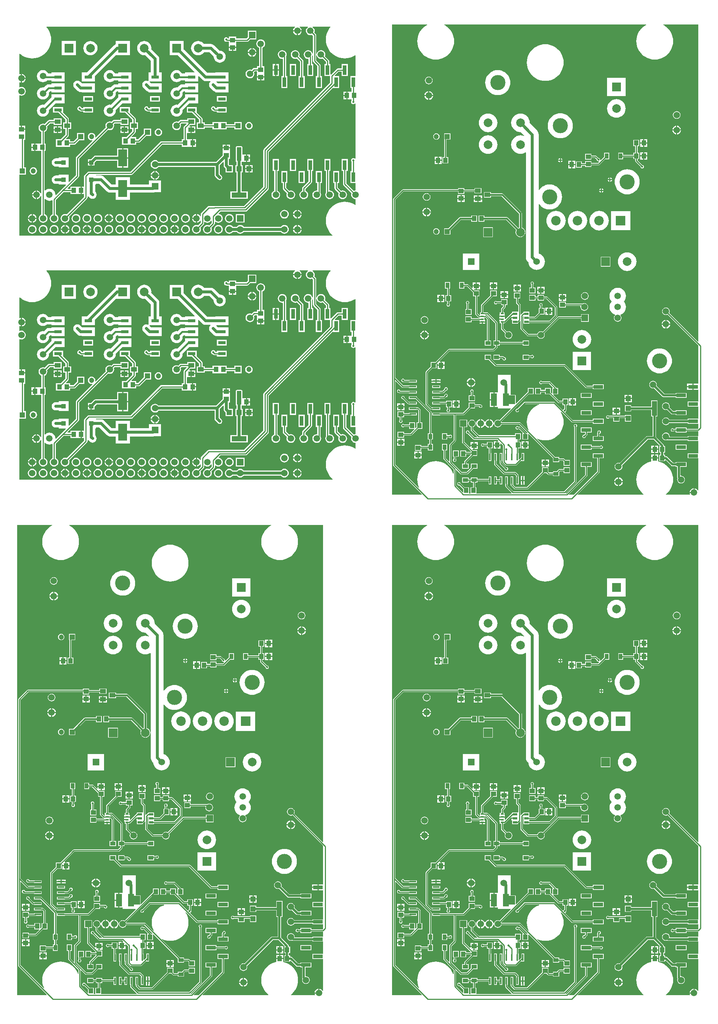
<source format=gtl>
G04*
G04 #@! TF.GenerationSoftware,Altium Limited,Altium Designer,18.0.11 (651)*
G04*
G04 Layer_Physical_Order=1*
G04 Layer_Color=255*
%FSLAX24Y24*%
%MOIN*%
G70*
G01*
G75*
%ADD10R,0.0433X0.0472*%
%ADD11R,0.0138X0.0630*%
%ADD12R,0.0472X0.0433*%
%ADD13R,0.0902X0.0350*%
%ADD14R,0.0433X0.0236*%
%ADD15R,0.0472X0.0472*%
%ADD16R,0.0472X0.1378*%
%ADD17R,0.0630X0.0138*%
%ADD18R,0.0480X0.0358*%
%ADD19R,0.0358X0.0480*%
%ADD20R,0.0551X0.0394*%
%ADD21R,0.0315X0.0138*%
%ADD22R,0.0551X0.1142*%
%ADD23C,0.0200*%
%ADD24C,0.0100*%
%ADD25C,0.0250*%
%ADD26C,0.0150*%
%ADD27R,0.0984X0.0787*%
%ADD28R,0.0350X0.0902*%
%ADD29R,0.0787X0.1575*%
%ADD30R,0.1378X0.0472*%
%ADD31R,0.0472X0.0472*%
%ADD32R,0.0709X0.0315*%
%ADD33R,0.0394X0.0394*%
%ADD34R,0.0394X0.0984*%
%ADD35C,0.0591*%
%ADD36C,0.1378*%
%ADD37C,0.0472*%
%ADD38R,0.0787X0.0787*%
%ADD39C,0.0787*%
%ADD40R,0.0787X0.0787*%
%ADD41R,0.0591X0.0591*%
%ADD42C,0.0600*%
%ADD43R,0.0600X0.0600*%
%ADD44C,0.0866*%
%ADD45R,0.0866X0.0866*%
%ADD46C,0.0200*%
%ADD47R,0.0591X0.0591*%
%ADD48R,0.0787X0.0787*%
%ADD49C,0.0250*%
G36*
X25964Y88976D02*
X25980Y88931D01*
X25980Y88926D01*
X25899Y88865D01*
X25836Y88782D01*
X25796Y88686D01*
X25789Y88633D01*
X26573D01*
X26566Y88686D01*
X26526Y88782D01*
X26463Y88865D01*
X26383Y88926D01*
X26382Y88931D01*
X26398Y88976D01*
X27145D01*
X27161Y88931D01*
X27161Y88926D01*
X27080Y88865D01*
X27017Y88782D01*
X26977Y88686D01*
X26964Y88583D01*
X26977Y88479D01*
X27017Y88383D01*
X27080Y88301D01*
X27163Y88237D01*
X27259Y88198D01*
X27362Y88184D01*
X27465Y88198D01*
X27512Y88217D01*
X27603Y88126D01*
Y86505D01*
X27553Y86501D01*
X27550Y86521D01*
X27511Y86617D01*
X27447Y86699D01*
X27365Y86763D01*
X27269Y86802D01*
X27165Y86816D01*
X27062Y86802D01*
X26966Y86763D01*
X26883Y86699D01*
X26820Y86617D01*
X26780Y86521D01*
X26767Y86417D01*
X26780Y86314D01*
X26820Y86218D01*
X26883Y86135D01*
X26966Y86072D01*
X27062Y86032D01*
X27165Y86019D01*
X27172Y86019D01*
X27209Y85986D01*
Y85549D01*
X27087D01*
Y84447D01*
X27637D01*
Y85549D01*
X27515D01*
Y86220D01*
X27514Y86226D01*
X27550Y86314D01*
X27553Y86333D01*
X27603Y86330D01*
Y85827D01*
X27615Y85768D01*
X27648Y85719D01*
X27997Y85370D01*
Y84450D01*
X27874D01*
Y83349D01*
X28425D01*
Y84450D01*
X28303D01*
Y85433D01*
X28291Y85492D01*
X28258Y85541D01*
X27909Y85890D01*
Y86330D01*
X27959Y86333D01*
X27961Y86314D01*
X28001Y86218D01*
X28065Y86135D01*
X28147Y86072D01*
X28243Y86032D01*
X28346Y86019D01*
X28450Y86032D01*
X28496Y86051D01*
X28784Y85763D01*
Y85549D01*
X28662D01*
Y84447D01*
X29178D01*
Y83852D01*
X23117Y77791D01*
X23084Y77742D01*
X23072Y77683D01*
Y74359D01*
X21311Y72597D01*
X18618D01*
X18602Y72594D01*
X18110D01*
X18052Y72582D01*
X18002Y72549D01*
X17412Y71959D01*
X17378Y71909D01*
X17367Y71850D01*
Y71675D01*
X17317Y71665D01*
X17314Y71672D01*
X17250Y71754D01*
X17168Y71818D01*
X17072Y71858D01*
X17019Y71865D01*
Y71472D01*
Y71080D01*
X17072Y71087D01*
X17168Y71127D01*
X17250Y71191D01*
X17314Y71273D01*
X17317Y71280D01*
X17367Y71270D01*
Y71087D01*
X17118Y70838D01*
X17072Y70858D01*
X16968Y70871D01*
X16865Y70858D01*
X16769Y70818D01*
X16687Y70754D01*
X16623Y70672D01*
X16583Y70576D01*
X16570Y70472D01*
X16583Y70369D01*
X16623Y70273D01*
X16687Y70191D01*
X16769Y70127D01*
X16865Y70087D01*
X16968Y70074D01*
X17072Y70087D01*
X17168Y70127D01*
X17250Y70191D01*
X17314Y70273D01*
X17354Y70369D01*
X17367Y70472D01*
X17354Y70576D01*
X17334Y70622D01*
X17628Y70915D01*
X17661Y70965D01*
X17673Y71024D01*
Y71138D01*
X17723Y71163D01*
X17769Y71127D01*
X17865Y71087D01*
X17968Y71074D01*
X18072Y71087D01*
X18168Y71127D01*
X18250Y71191D01*
X18301Y71256D01*
X18351Y71239D01*
Y71071D01*
X18118Y70838D01*
X18072Y70858D01*
X17968Y70871D01*
X17865Y70858D01*
X17769Y70818D01*
X17687Y70754D01*
X17623Y70672D01*
X17583Y70576D01*
X17570Y70472D01*
X17583Y70369D01*
X17623Y70273D01*
X17687Y70191D01*
X17769Y70127D01*
X17865Y70087D01*
X17968Y70074D01*
X18072Y70087D01*
X18168Y70127D01*
X18250Y70191D01*
X18314Y70273D01*
X18354Y70369D01*
X18367Y70472D01*
X18354Y70576D01*
X18334Y70622D01*
X18612Y70900D01*
X18645Y70949D01*
X18657Y71008D01*
Y71150D01*
X18707Y71175D01*
X18769Y71127D01*
X18865Y71087D01*
X18968Y71074D01*
X19072Y71087D01*
X19168Y71127D01*
X19250Y71191D01*
X19314Y71273D01*
X19354Y71369D01*
X19367Y71472D01*
X19354Y71576D01*
X19314Y71672D01*
X19250Y71754D01*
X19168Y71818D01*
X19072Y71858D01*
X19004Y71866D01*
X18986Y71919D01*
X19158Y72091D01*
X21457D01*
X21515Y72103D01*
X21565Y72136D01*
X23533Y74104D01*
X23566Y74154D01*
X23578Y74213D01*
Y77537D01*
X29407Y83366D01*
X29449Y83349D01*
Y83349D01*
X30000D01*
Y84450D01*
X29614D01*
X29595Y84497D01*
X29943Y84845D01*
X30237D01*
Y84447D01*
X30787D01*
Y85549D01*
X30237D01*
Y85151D01*
X29880D01*
X29821Y85139D01*
X29772Y85106D01*
X29262Y84597D01*
X29212Y84617D01*
Y85549D01*
X29090D01*
Y85827D01*
X29078Y85885D01*
X29045Y85935D01*
X28712Y86268D01*
X28732Y86314D01*
X28745Y86417D01*
X28732Y86521D01*
X28692Y86617D01*
X28628Y86699D01*
X28546Y86763D01*
X28450Y86802D01*
X28346Y86816D01*
X28243Y86802D01*
X28147Y86763D01*
X28065Y86699D01*
X28001Y86617D01*
X27961Y86521D01*
X27959Y86501D01*
X27909Y86505D01*
Y88189D01*
X27897Y88247D01*
X27864Y88297D01*
X27728Y88433D01*
X27747Y88479D01*
X27761Y88583D01*
X27747Y88686D01*
X27707Y88782D01*
X27644Y88865D01*
X27564Y88926D01*
X27563Y88931D01*
X27580Y88976D01*
X29193Y88976D01*
X29214Y88931D01*
X29141Y88848D01*
X29015Y88660D01*
X28915Y88457D01*
X28842Y88243D01*
X28798Y88021D01*
X28783Y87795D01*
X28798Y87570D01*
X28842Y87348D01*
X28915Y87134D01*
X29015Y86931D01*
X29141Y86743D01*
X29290Y86573D01*
X29460Y86424D01*
X29648Y86298D01*
X29850Y86198D01*
X30064Y86126D01*
X30286Y86082D01*
X30512Y86067D01*
X30737Y86082D01*
X30959Y86126D01*
X31173Y86198D01*
X31376Y86298D01*
X31452Y86349D01*
X31496Y86325D01*
X31496Y84450D01*
X31024D01*
Y83349D01*
X31146D01*
Y83013D01*
X31075D01*
X31061Y83013D01*
X31025D01*
X31011Y83013D01*
X30759D01*
Y82677D01*
Y82341D01*
X31011D01*
X31025Y82341D01*
X31061D01*
X31075Y82341D01*
X31146D01*
Y82218D01*
X31111Y82165D01*
X31095Y82087D01*
X31111Y82009D01*
X31155Y81942D01*
X31221Y81898D01*
X31299Y81883D01*
X31377Y81898D01*
X31443Y81942D01*
X31446Y81946D01*
X31496Y81931D01*
X31496Y76927D01*
X31446Y76912D01*
X31443Y76916D01*
X31377Y76960D01*
X31299Y76976D01*
X31221Y76960D01*
X31155Y76916D01*
X31111Y76850D01*
X31095Y76772D01*
X31111Y76694D01*
X31146Y76641D01*
Y75789D01*
X31024D01*
Y74687D01*
X31496D01*
Y74021D01*
X31496Y74021D01*
X31393Y74007D01*
X31346Y73988D01*
X30665Y74670D01*
Y75786D01*
X30787D01*
Y76887D01*
X30237D01*
Y75786D01*
X30359D01*
Y74606D01*
X30371Y74548D01*
X30404Y74498D01*
X31130Y73772D01*
X31111Y73725D01*
X31097Y73622D01*
X31111Y73519D01*
X31151Y73423D01*
X31214Y73340D01*
X31297Y73277D01*
X31393Y73237D01*
X31496Y73223D01*
X31496Y73223D01*
X31496Y72730D01*
X31452Y72706D01*
X31376Y72757D01*
X31173Y72857D01*
X30959Y72929D01*
X30737Y72974D01*
X30512Y72988D01*
X30286Y72974D01*
X30064Y72929D01*
X29850Y72857D01*
X29648Y72757D01*
X29460Y72631D01*
X29290Y72482D01*
X29141Y72312D01*
X29015Y72124D01*
X28915Y71921D01*
X28842Y71707D01*
X28798Y71485D01*
X28783Y71260D01*
X28798Y71034D01*
X28842Y70812D01*
X28915Y70598D01*
X29015Y70396D01*
X29141Y70208D01*
X29290Y70038D01*
X29410Y69932D01*
X29391Y69882D01*
X787Y69882D01*
X787Y75451D01*
X1411D01*
Y76124D01*
X1228D01*
Y78620D01*
X1320D01*
Y79254D01*
X1320D01*
Y79290D01*
X1320D01*
Y79556D01*
X984D01*
Y79606D01*
X934D01*
Y79923D01*
X787D01*
X787Y82680D01*
X829Y82707D01*
X881Y82686D01*
X984Y82672D01*
X1087Y82686D01*
X1184Y82726D01*
X1266Y82789D01*
X1330Y82872D01*
X1369Y82968D01*
X1383Y83071D01*
X1369Y83174D01*
X1330Y83270D01*
X1266Y83353D01*
X1184Y83416D01*
X1087Y83456D01*
X984Y83470D01*
X881Y83456D01*
X829Y83434D01*
X787Y83462D01*
X787Y83861D01*
X829Y83888D01*
X881Y83867D01*
X934Y83860D01*
Y84644D01*
X881Y84637D01*
X829Y84615D01*
X787Y84643D01*
X787Y86476D01*
X833Y86497D01*
X916Y86424D01*
X1104Y86298D01*
X1307Y86198D01*
X1521Y86126D01*
X1743Y86082D01*
X1969Y86067D01*
X2194Y86082D01*
X2416Y86126D01*
X2630Y86198D01*
X2833Y86298D01*
X3021Y86424D01*
X3191Y86573D01*
X3340Y86743D01*
X3465Y86931D01*
X3565Y87134D01*
X3638Y87348D01*
X3682Y87570D01*
X3697Y87795D01*
X3682Y88021D01*
X3638Y88243D01*
X3565Y88457D01*
X3465Y88660D01*
X3340Y88848D01*
X3267Y88931D01*
X3287Y88976D01*
X25964Y88976D01*
D02*
G37*
G36*
X62795Y60249D02*
X62749Y60230D01*
X60149Y62830D01*
X60179Y62902D01*
X60191Y62992D01*
X60179Y63082D01*
X60144Y63166D01*
X60089Y63238D01*
X60017Y63294D01*
X59933Y63329D01*
X59843Y63340D01*
X59752Y63329D01*
X59668Y63294D01*
X59596Y63238D01*
X59541Y63166D01*
X59506Y63082D01*
X59494Y62992D01*
X59506Y62902D01*
X59541Y62818D01*
X59596Y62746D01*
X59668Y62691D01*
X59752Y62656D01*
X59843Y62644D01*
X59933Y62656D01*
X60005Y62686D01*
X62795Y59895D01*
Y56378D01*
X62369D01*
Y56102D01*
Y55827D01*
X62795D01*
Y54753D01*
X61818D01*
Y54302D01*
X62795D01*
Y53178D01*
X61818D01*
Y53106D01*
X60153D01*
X60144Y53127D01*
X60089Y53199D01*
X60017Y53254D01*
X59933Y53289D01*
X59843Y53301D01*
X59752Y53289D01*
X59668Y53254D01*
X59596Y53199D01*
X59541Y53127D01*
X59506Y53043D01*
X59494Y52953D01*
X59506Y52863D01*
X59541Y52779D01*
X59596Y52707D01*
X59668Y52651D01*
X59752Y52616D01*
X59843Y52605D01*
X59933Y52616D01*
X60017Y52651D01*
X60089Y52707D01*
X60144Y52779D01*
X60153Y52800D01*
X61818D01*
Y52728D01*
X62795D01*
Y52310D01*
X62753Y52267D01*
X61721D01*
Y52391D01*
X60720D01*
Y52267D01*
X60545D01*
X60541Y52274D01*
X60492Y52307D01*
X60433Y52318D01*
X60375Y52307D01*
X60325Y52274D01*
X60292Y52224D01*
X60280Y52165D01*
X60292Y52107D01*
X60325Y52057D01*
X60375Y52024D01*
X60433Y52012D01*
X60492Y52024D01*
X60541Y52057D01*
X60545Y52063D01*
X60720D01*
Y51940D01*
X61721D01*
Y52063D01*
X62795D01*
X62795Y51603D01*
X61818D01*
Y51531D01*
X60223D01*
X60190Y51569D01*
X60191Y51575D01*
X60179Y51665D01*
X60144Y51749D01*
X60089Y51821D01*
X60017Y51876D01*
X59933Y51911D01*
X59843Y51923D01*
X59752Y51911D01*
X59668Y51876D01*
X59596Y51821D01*
X59541Y51749D01*
X59506Y51665D01*
X59494Y51575D01*
X59506Y51485D01*
X59541Y51401D01*
X59596Y51329D01*
X59668Y51273D01*
X59752Y51238D01*
X59843Y51227D01*
X59933Y51238D01*
X59961Y51250D01*
X59981Y51237D01*
X60039Y51225D01*
X61818D01*
Y51153D01*
X62795D01*
Y50028D01*
X61818D01*
Y49578D01*
X62795D01*
Y46674D01*
X62750Y46658D01*
X62745Y46658D01*
X62684Y46739D01*
X62601Y46802D01*
X62505Y46842D01*
X62452Y46849D01*
Y46457D01*
X62402D01*
Y46407D01*
X62009D01*
X62016Y46354D01*
X62038Y46301D01*
X62010Y46260D01*
X59855D01*
X59846Y46289D01*
X59845Y46310D01*
X60006Y46451D01*
X60150Y46616D01*
X60272Y46799D01*
X60370Y46996D01*
X60440Y47203D01*
X60483Y47419D01*
X60497Y47638D01*
X60483Y47857D01*
X60440Y48072D01*
X60370Y48280D01*
X60272Y48477D01*
X60150Y48660D01*
X60006Y48825D01*
X59841Y48969D01*
X59658Y49091D01*
X59461Y49188D01*
X59253Y49259D01*
X59145Y49281D01*
Y49556D01*
X58512D01*
Y49284D01*
X58385Y49259D01*
X58177Y49188D01*
X57980Y49091D01*
X57797Y48969D01*
X57632Y48825D01*
X57487Y48660D01*
X57365Y48477D01*
X57268Y48280D01*
X57198Y48072D01*
X57155Y47857D01*
X57141Y47638D01*
X57155Y47419D01*
X57198Y47203D01*
X57268Y46996D01*
X57365Y46799D01*
X57487Y46616D01*
X57632Y46451D01*
X57793Y46310D01*
X57792Y46289D01*
X57783Y46260D01*
X51784D01*
X51765Y46306D01*
X53730Y48270D01*
X53752Y48304D01*
X53759Y48343D01*
Y49578D01*
X54158D01*
Y50028D01*
X53157D01*
Y49578D01*
X53556D01*
Y48385D01*
X51431Y46260D01*
X50997D01*
X50978Y46306D01*
X52631Y47959D01*
X52653Y47993D01*
X52661Y48032D01*
Y48791D01*
X53060D01*
Y49241D01*
X52058D01*
Y48791D01*
X52457D01*
Y48074D01*
X50757Y46373D01*
X50726Y46377D01*
X50708Y46430D01*
X51647Y47369D01*
X51669Y47402D01*
X51677Y47441D01*
Y52447D01*
X51683Y52451D01*
X51716Y52501D01*
X51728Y52559D01*
X51716Y52618D01*
X51683Y52667D01*
X51633Y52700D01*
X51575Y52712D01*
X51516Y52700D01*
X51467Y52667D01*
X51434Y52618D01*
X51422Y52559D01*
X51434Y52501D01*
X51467Y52451D01*
X51473Y52447D01*
Y47483D01*
X50548Y46559D01*
X45908D01*
X45378Y47090D01*
Y47194D01*
X45395D01*
Y47924D01*
X45157D01*
Y47194D01*
X45174D01*
Y47047D01*
X45181Y47008D01*
X45203Y46975D01*
X45767Y46412D01*
X45746Y46362D01*
X42578D01*
X42530Y46367D01*
X42530Y46412D01*
Y46940D01*
X42425D01*
Y47356D01*
X42613D01*
Y47483D01*
X43657D01*
Y47194D01*
X43895D01*
Y47924D01*
X43657D01*
Y47687D01*
X42613D01*
Y47814D01*
X42033D01*
Y47687D01*
X41826D01*
Y47814D01*
X41245D01*
Y47356D01*
X41826D01*
Y47483D01*
X42033D01*
Y47356D01*
X42221D01*
Y46940D01*
X41997D01*
X41997Y46367D01*
X41950Y46362D01*
X41909D01*
X41861Y46367D01*
Y46940D01*
X41452D01*
X41079Y47313D01*
X41053Y47352D01*
X41003Y47385D01*
X40945Y47397D01*
X40886Y47385D01*
X40837Y47352D01*
X40804Y47303D01*
X40792Y47244D01*
X40804Y47186D01*
X40837Y47136D01*
X40886Y47103D01*
X40945Y47091D01*
X41001Y47102D01*
X41328Y46776D01*
Y46480D01*
X41282Y46461D01*
X40653Y47090D01*
Y47329D01*
X40654Y47333D01*
Y48507D01*
X40700Y48526D01*
X41070Y48156D01*
X41103Y48134D01*
X41142Y48126D01*
X41679D01*
X41718Y48134D01*
X41751Y48156D01*
X42238Y48643D01*
X42613D01*
Y49101D01*
X42033D01*
Y48726D01*
X41637Y48330D01*
X41184D01*
X40259Y49255D01*
Y50745D01*
X40623Y51109D01*
X40645Y51142D01*
X40653Y51181D01*
Y53516D01*
X41354D01*
X41393Y53524D01*
X41426Y53546D01*
X42004Y54123D01*
X42412D01*
Y54288D01*
X42769D01*
X42772Y54272D01*
X42805Y54223D01*
X42855Y54189D01*
X42913Y54178D01*
X42972Y54189D01*
X43022Y54223D01*
X43055Y54272D01*
X43066Y54331D01*
X43055Y54389D01*
X43022Y54439D01*
X42972Y54472D01*
X42913Y54484D01*
X42898Y54481D01*
X42893Y54484D01*
X42854Y54492D01*
X42412D01*
Y54656D01*
X41840D01*
Y54248D01*
X41312Y53720D01*
X39223D01*
Y53737D01*
X38493D01*
Y53499D01*
X39223D01*
Y53516D01*
X40449D01*
Y51223D01*
X40085Y50860D01*
X40063Y50826D01*
X40056Y50787D01*
Y49327D01*
X40009Y49308D01*
X39722Y49595D01*
Y50300D01*
X39849D01*
Y50881D01*
X39391D01*
Y50300D01*
X39518D01*
Y49553D01*
X39526Y49514D01*
X39548Y49481D01*
X39912Y49117D01*
X39913Y49111D01*
X39935Y49078D01*
X40450Y48564D01*
Y48198D01*
X40400Y48190D01*
X40370Y48280D01*
X40272Y48477D01*
X40150Y48660D01*
X40006Y48825D01*
X39841Y48969D01*
X39658Y49091D01*
X39461Y49188D01*
X39253Y49259D01*
X39038Y49302D01*
X38819Y49316D01*
X38600Y49302D01*
X38385Y49259D01*
X38177Y49188D01*
X37980Y49091D01*
X37797Y48969D01*
X37632Y48825D01*
X37487Y48660D01*
X37365Y48477D01*
X37268Y48280D01*
X37198Y48072D01*
X37155Y47857D01*
X37141Y47638D01*
X37155Y47419D01*
X37198Y47203D01*
X37268Y46996D01*
X37310Y46910D01*
X37269Y46881D01*
X35141Y49009D01*
Y56578D01*
X35188Y56597D01*
X35739Y56046D01*
X35772Y56024D01*
X35811Y56016D01*
X36367D01*
Y55999D01*
X37097D01*
Y56237D01*
X36367D01*
Y56220D01*
X35853D01*
X35141Y56932D01*
Y73186D01*
X35869Y73914D01*
X40856D01*
Y73690D01*
X41428D01*
Y73894D01*
X42352D01*
Y73749D01*
X43003D01*
Y74243D01*
X42352D01*
Y74098D01*
X41428D01*
Y74223D01*
X40856D01*
Y74118D01*
X35827D01*
X35788Y74110D01*
X35755Y74088D01*
X34967Y73300D01*
X34945Y73267D01*
X34937Y73228D01*
Y56890D01*
Y48966D01*
X34945Y48927D01*
X34967Y48894D01*
X37555Y46306D01*
X37536Y46260D01*
X34843D01*
X34843Y89173D01*
X38036D01*
X38047Y89125D01*
X37980Y89091D01*
X37797Y88969D01*
X37632Y88825D01*
X37487Y88660D01*
X37365Y88477D01*
X37268Y88280D01*
X37198Y88072D01*
X37155Y87857D01*
X37141Y87638D01*
X37155Y87419D01*
X37198Y87203D01*
X37268Y86996D01*
X37365Y86799D01*
X37487Y86616D01*
X37632Y86451D01*
X37797Y86306D01*
X37980Y86184D01*
X38177Y86087D01*
X38385Y86017D01*
X38600Y85974D01*
X38819Y85959D01*
X39038Y85974D01*
X39253Y86017D01*
X39461Y86087D01*
X39658Y86184D01*
X39841Y86306D01*
X40006Y86451D01*
X40150Y86616D01*
X40272Y86799D01*
X40370Y86996D01*
X40440Y87203D01*
X40483Y87419D01*
X40497Y87638D01*
X40483Y87857D01*
X40440Y88072D01*
X40370Y88280D01*
X40272Y88477D01*
X40150Y88660D01*
X40006Y88825D01*
X39841Y88969D01*
X39658Y89091D01*
X39591Y89125D01*
X39602Y89173D01*
X58036Y89173D01*
X58047Y89125D01*
X57980Y89091D01*
X57797Y88969D01*
X57632Y88825D01*
X57487Y88660D01*
X57365Y88477D01*
X57268Y88280D01*
X57198Y88072D01*
X57155Y87857D01*
X57141Y87638D01*
X57155Y87419D01*
X57198Y87203D01*
X57268Y86996D01*
X57365Y86799D01*
X57487Y86616D01*
X57632Y86451D01*
X57797Y86306D01*
X57980Y86184D01*
X58177Y86087D01*
X58385Y86017D01*
X58600Y85974D01*
X58819Y85959D01*
X59038Y85974D01*
X59253Y86017D01*
X59461Y86087D01*
X59658Y86184D01*
X59841Y86306D01*
X60006Y86451D01*
X60150Y86616D01*
X60272Y86799D01*
X60370Y86996D01*
X60440Y87203D01*
X60483Y87419D01*
X60497Y87638D01*
X60483Y87857D01*
X60440Y88072D01*
X60370Y88280D01*
X60272Y88477D01*
X60150Y88660D01*
X60006Y88825D01*
X59841Y88969D01*
X59658Y89091D01*
X59591Y89125D01*
X59602Y89173D01*
X62795D01*
X62795Y60249D01*
D02*
G37*
G36*
X25964Y66732D02*
X25980Y66687D01*
X25980Y66682D01*
X25899Y66620D01*
X25836Y66538D01*
X25796Y66442D01*
X25789Y66389D01*
X26573D01*
X26566Y66442D01*
X26526Y66538D01*
X26463Y66620D01*
X26383Y66682D01*
X26382Y66687D01*
X26398Y66732D01*
X27145D01*
X27161Y66687D01*
X27161Y66682D01*
X27080Y66620D01*
X27017Y66538D01*
X26977Y66442D01*
X26964Y66339D01*
X26977Y66235D01*
X27017Y66139D01*
X27080Y66057D01*
X27163Y65993D01*
X27259Y65953D01*
X27362Y65940D01*
X27465Y65953D01*
X27512Y65973D01*
X27603Y65882D01*
Y64261D01*
X27553Y64257D01*
X27550Y64276D01*
X27511Y64373D01*
X27447Y64455D01*
X27365Y64518D01*
X27269Y64558D01*
X27165Y64572D01*
X27062Y64558D01*
X26966Y64518D01*
X26883Y64455D01*
X26820Y64373D01*
X26780Y64276D01*
X26767Y64173D01*
X26780Y64070D01*
X26820Y63974D01*
X26883Y63891D01*
X26966Y63828D01*
X27062Y63788D01*
X27165Y63775D01*
X27172Y63775D01*
X27209Y63742D01*
Y63305D01*
X27087D01*
Y62203D01*
X27637D01*
Y63305D01*
X27515D01*
Y63976D01*
X27514Y63982D01*
X27550Y64070D01*
X27553Y64089D01*
X27603Y64086D01*
Y63583D01*
X27615Y63524D01*
X27648Y63475D01*
X27997Y63126D01*
Y62206D01*
X27874D01*
Y61105D01*
X28425D01*
Y62206D01*
X28303D01*
Y63189D01*
X28291Y63247D01*
X28258Y63297D01*
X27909Y63646D01*
Y64086D01*
X27959Y64089D01*
X27961Y64070D01*
X28001Y63974D01*
X28065Y63891D01*
X28147Y63828D01*
X28243Y63788D01*
X28346Y63775D01*
X28450Y63788D01*
X28496Y63807D01*
X28784Y63519D01*
Y63305D01*
X28662D01*
Y62203D01*
X29178D01*
Y61608D01*
X23117Y55547D01*
X23084Y55498D01*
X23072Y55439D01*
Y52115D01*
X21311Y50353D01*
X18618D01*
X18602Y50350D01*
X18110D01*
X18052Y50338D01*
X18002Y50305D01*
X17412Y49714D01*
X17378Y49665D01*
X17367Y49606D01*
Y49430D01*
X17317Y49421D01*
X17314Y49428D01*
X17250Y49510D01*
X17168Y49574D01*
X17072Y49613D01*
X17019Y49620D01*
Y49228D01*
Y48836D01*
X17072Y48843D01*
X17168Y48883D01*
X17250Y48946D01*
X17314Y49029D01*
X17317Y49036D01*
X17367Y49026D01*
Y48843D01*
X17118Y48594D01*
X17072Y48613D01*
X16968Y48627D01*
X16865Y48613D01*
X16769Y48574D01*
X16687Y48510D01*
X16623Y48428D01*
X16583Y48332D01*
X16570Y48228D01*
X16583Y48125D01*
X16623Y48029D01*
X16687Y47946D01*
X16769Y47883D01*
X16865Y47843D01*
X16968Y47830D01*
X17072Y47843D01*
X17168Y47883D01*
X17250Y47946D01*
X17314Y48029D01*
X17354Y48125D01*
X17367Y48228D01*
X17354Y48332D01*
X17334Y48378D01*
X17628Y48671D01*
X17661Y48721D01*
X17673Y48780D01*
Y48894D01*
X17723Y48919D01*
X17769Y48883D01*
X17865Y48843D01*
X17968Y48830D01*
X18072Y48843D01*
X18168Y48883D01*
X18250Y48946D01*
X18301Y49012D01*
X18351Y48995D01*
Y48827D01*
X18118Y48594D01*
X18072Y48613D01*
X17968Y48627D01*
X17865Y48613D01*
X17769Y48574D01*
X17687Y48510D01*
X17623Y48428D01*
X17583Y48332D01*
X17570Y48228D01*
X17583Y48125D01*
X17623Y48029D01*
X17687Y47946D01*
X17769Y47883D01*
X17865Y47843D01*
X17968Y47830D01*
X18072Y47843D01*
X18168Y47883D01*
X18250Y47946D01*
X18314Y48029D01*
X18354Y48125D01*
X18367Y48228D01*
X18354Y48332D01*
X18334Y48378D01*
X18612Y48656D01*
X18645Y48705D01*
X18657Y48764D01*
Y48906D01*
X18707Y48931D01*
X18769Y48883D01*
X18865Y48843D01*
X18968Y48830D01*
X19072Y48843D01*
X19168Y48883D01*
X19250Y48946D01*
X19314Y49029D01*
X19354Y49125D01*
X19367Y49228D01*
X19354Y49332D01*
X19314Y49428D01*
X19250Y49510D01*
X19168Y49574D01*
X19072Y49613D01*
X19004Y49622D01*
X18986Y49675D01*
X19158Y49847D01*
X21457D01*
X21515Y49859D01*
X21565Y49892D01*
X23533Y51860D01*
X23566Y51910D01*
X23578Y51968D01*
Y55293D01*
X29407Y61122D01*
X29449Y61105D01*
Y61105D01*
X30000D01*
Y62206D01*
X29614D01*
X29595Y62252D01*
X29943Y62601D01*
X30237D01*
Y62203D01*
X30787D01*
Y63305D01*
X30237D01*
Y62907D01*
X29880D01*
X29821Y62895D01*
X29772Y62862D01*
X29262Y62353D01*
X29212Y62373D01*
Y63305D01*
X29090D01*
Y63583D01*
X29078Y63641D01*
X29045Y63691D01*
X28712Y64024D01*
X28732Y64070D01*
X28745Y64173D01*
X28732Y64276D01*
X28692Y64373D01*
X28628Y64455D01*
X28546Y64518D01*
X28450Y64558D01*
X28346Y64572D01*
X28243Y64558D01*
X28147Y64518D01*
X28065Y64455D01*
X28001Y64373D01*
X27961Y64276D01*
X27959Y64257D01*
X27909Y64261D01*
Y65945D01*
X27897Y66003D01*
X27864Y66053D01*
X27728Y66189D01*
X27747Y66235D01*
X27761Y66339D01*
X27747Y66442D01*
X27707Y66538D01*
X27644Y66620D01*
X27564Y66682D01*
X27563Y66687D01*
X27580Y66732D01*
X29193Y66732D01*
X29214Y66687D01*
X29141Y66603D01*
X29015Y66415D01*
X28915Y66213D01*
X28842Y65999D01*
X28798Y65777D01*
X28783Y65551D01*
X28798Y65326D01*
X28842Y65104D01*
X28915Y64890D01*
X29015Y64687D01*
X29141Y64499D01*
X29290Y64329D01*
X29460Y64180D01*
X29648Y64054D01*
X29850Y63954D01*
X30064Y63882D01*
X30286Y63837D01*
X30512Y63823D01*
X30737Y63837D01*
X30959Y63882D01*
X31173Y63954D01*
X31376Y64054D01*
X31452Y64105D01*
X31496Y64081D01*
X31496Y62206D01*
X31024D01*
Y61105D01*
X31146D01*
Y60769D01*
X31075D01*
X31061Y60769D01*
X31025D01*
X31011Y60769D01*
X30759D01*
Y60433D01*
Y60097D01*
X31011D01*
X31025Y60097D01*
X31061D01*
X31075Y60097D01*
X31146D01*
Y59974D01*
X31111Y59921D01*
X31095Y59843D01*
X31111Y59764D01*
X31155Y59698D01*
X31221Y59654D01*
X31299Y59639D01*
X31377Y59654D01*
X31443Y59698D01*
X31446Y59702D01*
X31496Y59687D01*
X31496Y54683D01*
X31446Y54668D01*
X31443Y54672D01*
X31377Y54716D01*
X31299Y54731D01*
X31221Y54716D01*
X31155Y54672D01*
X31111Y54606D01*
X31095Y54528D01*
X31111Y54450D01*
X31146Y54396D01*
Y53545D01*
X31024D01*
Y52443D01*
X31496D01*
Y51777D01*
X31496Y51777D01*
X31393Y51763D01*
X31346Y51744D01*
X30665Y52426D01*
Y53542D01*
X30787D01*
Y54643D01*
X30237D01*
Y53542D01*
X30359D01*
Y52362D01*
X30371Y52304D01*
X30404Y52254D01*
X31130Y51528D01*
X31111Y51481D01*
X31097Y51378D01*
X31111Y51275D01*
X31151Y51179D01*
X31214Y51096D01*
X31297Y51033D01*
X31393Y50993D01*
X31496Y50979D01*
X31496Y50979D01*
X31496Y50486D01*
X31452Y50462D01*
X31376Y50513D01*
X31173Y50613D01*
X30959Y50685D01*
X30737Y50729D01*
X30512Y50744D01*
X30286Y50729D01*
X30064Y50685D01*
X29850Y50613D01*
X29648Y50513D01*
X29460Y50387D01*
X29290Y50238D01*
X29141Y50068D01*
X29015Y49880D01*
X28915Y49677D01*
X28842Y49463D01*
X28798Y49241D01*
X28783Y49016D01*
X28798Y48790D01*
X28842Y48568D01*
X28915Y48354D01*
X29015Y48151D01*
X29141Y47964D01*
X29290Y47794D01*
X29410Y47688D01*
X29391Y47638D01*
X787Y47638D01*
X787Y53207D01*
X1411D01*
Y53880D01*
X1228D01*
Y56376D01*
X1320D01*
Y57009D01*
X1320D01*
Y57046D01*
X1320D01*
Y57312D01*
X984D01*
Y57362D01*
X934D01*
Y57679D01*
X787D01*
X787Y60435D01*
X829Y60463D01*
X881Y60442D01*
X984Y60428D01*
X1087Y60442D01*
X1184Y60482D01*
X1266Y60545D01*
X1330Y60627D01*
X1369Y60724D01*
X1383Y60827D01*
X1369Y60930D01*
X1330Y61026D01*
X1266Y61109D01*
X1184Y61172D01*
X1087Y61212D01*
X984Y61225D01*
X881Y61212D01*
X829Y61190D01*
X787Y61218D01*
X787Y61617D01*
X829Y61644D01*
X881Y61623D01*
X934Y61616D01*
Y62400D01*
X881Y62393D01*
X829Y62371D01*
X787Y62399D01*
X787Y64232D01*
X833Y64253D01*
X916Y64180D01*
X1104Y64054D01*
X1307Y63954D01*
X1521Y63882D01*
X1743Y63837D01*
X1969Y63823D01*
X2194Y63837D01*
X2416Y63882D01*
X2630Y63954D01*
X2833Y64054D01*
X3021Y64180D01*
X3191Y64329D01*
X3340Y64499D01*
X3465Y64687D01*
X3565Y64890D01*
X3638Y65104D01*
X3682Y65326D01*
X3697Y65551D01*
X3682Y65777D01*
X3638Y65999D01*
X3565Y66213D01*
X3465Y66415D01*
X3340Y66603D01*
X3267Y66687D01*
X3287Y66732D01*
X25964Y66732D01*
D02*
G37*
G36*
X62795Y14580D02*
X62749Y14560D01*
X60149Y17161D01*
X60179Y17233D01*
X60191Y17323D01*
X60179Y17413D01*
X60144Y17497D01*
X60089Y17569D01*
X60017Y17624D01*
X59933Y17659D01*
X59843Y17671D01*
X59752Y17659D01*
X59668Y17624D01*
X59596Y17569D01*
X59541Y17497D01*
X59506Y17413D01*
X59494Y17323D01*
X59506Y17233D01*
X59541Y17149D01*
X59596Y17077D01*
X59668Y17021D01*
X59752Y16986D01*
X59843Y16975D01*
X59933Y16986D01*
X60005Y17016D01*
X62795Y14226D01*
Y10708D01*
X62369D01*
Y10433D01*
Y10158D01*
X62795D01*
Y9083D01*
X61818D01*
Y8633D01*
X62795D01*
Y7509D01*
X61818D01*
Y7436D01*
X60153D01*
X60144Y7458D01*
X60089Y7530D01*
X60017Y7585D01*
X59933Y7620D01*
X59843Y7632D01*
X59752Y7620D01*
X59668Y7585D01*
X59596Y7530D01*
X59541Y7458D01*
X59506Y7374D01*
X59494Y7283D01*
X59506Y7193D01*
X59541Y7109D01*
X59596Y7037D01*
X59668Y6982D01*
X59752Y6947D01*
X59843Y6935D01*
X59933Y6947D01*
X60017Y6982D01*
X60089Y7037D01*
X60144Y7109D01*
X60153Y7131D01*
X61818D01*
Y7058D01*
X62795D01*
Y6640D01*
X62753Y6598D01*
X61721D01*
Y6721D01*
X60720D01*
Y6598D01*
X60545D01*
X60541Y6604D01*
X60492Y6637D01*
X60433Y6649D01*
X60375Y6637D01*
X60325Y6604D01*
X60292Y6555D01*
X60280Y6496D01*
X60292Y6438D01*
X60325Y6388D01*
X60375Y6355D01*
X60433Y6343D01*
X60492Y6355D01*
X60541Y6388D01*
X60545Y6394D01*
X60720D01*
Y6271D01*
X61721D01*
Y6394D01*
X62795D01*
X62795Y5934D01*
X61818D01*
Y5862D01*
X60223D01*
X60190Y5899D01*
X60191Y5906D01*
X60179Y5996D01*
X60144Y6080D01*
X60089Y6152D01*
X60017Y6207D01*
X59933Y6242D01*
X59843Y6254D01*
X59752Y6242D01*
X59668Y6207D01*
X59596Y6152D01*
X59541Y6080D01*
X59506Y5996D01*
X59494Y5906D01*
X59506Y5815D01*
X59541Y5731D01*
X59596Y5659D01*
X59668Y5604D01*
X59752Y5569D01*
X59843Y5557D01*
X59933Y5569D01*
X59961Y5581D01*
X59981Y5567D01*
X60039Y5556D01*
X61818D01*
Y5483D01*
X62795D01*
Y4359D01*
X61818D01*
Y3909D01*
X62795D01*
Y1005D01*
X62750Y988D01*
X62745Y989D01*
X62684Y1069D01*
X62601Y1133D01*
X62505Y1173D01*
X62452Y1180D01*
Y787D01*
X62402D01*
Y737D01*
X62009D01*
X62016Y684D01*
X62038Y632D01*
X62010Y591D01*
X59855D01*
X59846Y619D01*
X59845Y641D01*
X60006Y782D01*
X60150Y947D01*
X60272Y1129D01*
X60370Y1326D01*
X60440Y1534D01*
X60483Y1749D01*
X60497Y1969D01*
X60483Y2188D01*
X60440Y2403D01*
X60370Y2611D01*
X60272Y2808D01*
X60150Y2990D01*
X60006Y3155D01*
X59841Y3300D01*
X59658Y3422D01*
X59461Y3519D01*
X59253Y3590D01*
X59145Y3611D01*
Y3887D01*
X58512D01*
Y3615D01*
X58385Y3590D01*
X58177Y3519D01*
X57980Y3422D01*
X57797Y3300D01*
X57632Y3155D01*
X57487Y2990D01*
X57365Y2808D01*
X57268Y2611D01*
X57198Y2403D01*
X57155Y2188D01*
X57141Y1969D01*
X57155Y1749D01*
X57198Y1534D01*
X57268Y1326D01*
X57365Y1129D01*
X57487Y947D01*
X57632Y782D01*
X57793Y641D01*
X57792Y619D01*
X57783Y591D01*
X51784D01*
X51765Y637D01*
X53730Y2601D01*
X53752Y2634D01*
X53759Y2673D01*
Y3909D01*
X54158D01*
Y4359D01*
X53157D01*
Y3909D01*
X53556D01*
Y2715D01*
X51431Y591D01*
X50997D01*
X50978Y637D01*
X52631Y2290D01*
X52653Y2323D01*
X52661Y2362D01*
Y3121D01*
X53060D01*
Y3572D01*
X52058D01*
Y3121D01*
X52457D01*
Y2404D01*
X50757Y704D01*
X50726Y708D01*
X50708Y760D01*
X51647Y1700D01*
X51669Y1733D01*
X51677Y1772D01*
Y6777D01*
X51683Y6782D01*
X51716Y6831D01*
X51728Y6890D01*
X51716Y6948D01*
X51683Y6998D01*
X51633Y7031D01*
X51575Y7043D01*
X51516Y7031D01*
X51467Y6998D01*
X51434Y6948D01*
X51422Y6890D01*
X51434Y6831D01*
X51467Y6782D01*
X51473Y6777D01*
Y1814D01*
X50548Y889D01*
X45908D01*
X45378Y1420D01*
Y1525D01*
X45395D01*
Y2255D01*
X45157D01*
Y1525D01*
X45174D01*
Y1378D01*
X45181Y1339D01*
X45203Y1306D01*
X45767Y743D01*
X45746Y693D01*
X42578D01*
X42530Y698D01*
X42530Y743D01*
Y1270D01*
X42425D01*
Y1686D01*
X42613D01*
Y1813D01*
X43657D01*
Y1525D01*
X43895D01*
Y2255D01*
X43657D01*
Y2017D01*
X42613D01*
Y2144D01*
X42033D01*
Y2017D01*
X41826D01*
Y2144D01*
X41245D01*
Y1686D01*
X41826D01*
Y1813D01*
X42033D01*
Y1686D01*
X42221D01*
Y1270D01*
X41997D01*
X41997Y698D01*
X41950Y693D01*
X41909D01*
X41861Y698D01*
Y1270D01*
X41452D01*
X41079Y1644D01*
X41053Y1683D01*
X41003Y1716D01*
X40945Y1728D01*
X40886Y1716D01*
X40837Y1683D01*
X40804Y1633D01*
X40792Y1575D01*
X40804Y1516D01*
X40837Y1467D01*
X40886Y1434D01*
X40945Y1422D01*
X41001Y1433D01*
X41328Y1107D01*
Y811D01*
X41282Y792D01*
X40653Y1420D01*
Y1659D01*
X40654Y1664D01*
Y2837D01*
X40700Y2856D01*
X41070Y2487D01*
X41103Y2465D01*
X41142Y2457D01*
X41679D01*
X41718Y2465D01*
X41751Y2487D01*
X42238Y2974D01*
X42613D01*
Y3432D01*
X42033D01*
Y3057D01*
X41637Y2661D01*
X41184D01*
X40259Y3586D01*
Y5076D01*
X40623Y5440D01*
X40645Y5473D01*
X40653Y5512D01*
Y7847D01*
X41354D01*
X41393Y7855D01*
X41426Y7877D01*
X42004Y8454D01*
X42412D01*
Y8619D01*
X42769D01*
X42772Y8603D01*
X42805Y8553D01*
X42855Y8520D01*
X42913Y8508D01*
X42972Y8520D01*
X43022Y8553D01*
X43055Y8603D01*
X43066Y8661D01*
X43055Y8720D01*
X43022Y8770D01*
X42972Y8803D01*
X42913Y8814D01*
X42898Y8811D01*
X42893Y8815D01*
X42854Y8822D01*
X42412D01*
Y8987D01*
X41840D01*
Y8578D01*
X41312Y8051D01*
X39223D01*
Y8068D01*
X38493D01*
Y7830D01*
X39223D01*
Y7847D01*
X40449D01*
Y5554D01*
X40085Y5190D01*
X40063Y5157D01*
X40056Y5118D01*
Y3658D01*
X40009Y3639D01*
X39722Y3926D01*
Y4631D01*
X39849D01*
Y5211D01*
X39391D01*
Y4631D01*
X39518D01*
Y3884D01*
X39526Y3845D01*
X39548Y3812D01*
X39912Y3448D01*
X39913Y3442D01*
X39935Y3409D01*
X40450Y2894D01*
Y2529D01*
X40400Y2521D01*
X40370Y2611D01*
X40272Y2808D01*
X40150Y2990D01*
X40006Y3155D01*
X39841Y3300D01*
X39658Y3422D01*
X39461Y3519D01*
X39253Y3590D01*
X39038Y3633D01*
X38819Y3647D01*
X38600Y3633D01*
X38385Y3590D01*
X38177Y3519D01*
X37980Y3422D01*
X37797Y3300D01*
X37632Y3155D01*
X37487Y2990D01*
X37365Y2808D01*
X37268Y2611D01*
X37198Y2403D01*
X37155Y2188D01*
X37141Y1969D01*
X37155Y1749D01*
X37198Y1534D01*
X37268Y1326D01*
X37310Y1241D01*
X37269Y1211D01*
X35141Y3339D01*
Y10909D01*
X35188Y10928D01*
X35739Y10377D01*
X35772Y10355D01*
X35811Y10347D01*
X36367D01*
Y10330D01*
X37097D01*
Y10568D01*
X36367D01*
Y10551D01*
X35853D01*
X35141Y11263D01*
Y27517D01*
X35869Y28245D01*
X40856D01*
Y28021D01*
X41428D01*
Y28225D01*
X42352D01*
Y28080D01*
X43003D01*
Y28574D01*
X42352D01*
Y28429D01*
X41428D01*
Y28554D01*
X40856D01*
Y28448D01*
X35827D01*
X35788Y28441D01*
X35755Y28419D01*
X34967Y27631D01*
X34945Y27598D01*
X34937Y27559D01*
Y11220D01*
Y3297D01*
X34945Y3258D01*
X34967Y3225D01*
X37555Y637D01*
X37536Y591D01*
X34843D01*
X34843Y43504D01*
X38036D01*
X38047Y43455D01*
X37980Y43422D01*
X37797Y43300D01*
X37632Y43155D01*
X37487Y42990D01*
X37365Y42808D01*
X37268Y42611D01*
X37198Y42403D01*
X37155Y42188D01*
X37141Y41968D01*
X37155Y41749D01*
X37198Y41534D01*
X37268Y41326D01*
X37365Y41129D01*
X37487Y40947D01*
X37632Y40782D01*
X37797Y40637D01*
X37980Y40515D01*
X38177Y40418D01*
X38385Y40347D01*
X38600Y40304D01*
X38819Y40290D01*
X39038Y40304D01*
X39253Y40347D01*
X39461Y40418D01*
X39658Y40515D01*
X39841Y40637D01*
X40006Y40782D01*
X40150Y40947D01*
X40272Y41129D01*
X40370Y41326D01*
X40440Y41534D01*
X40483Y41749D01*
X40497Y41968D01*
X40483Y42188D01*
X40440Y42403D01*
X40370Y42611D01*
X40272Y42808D01*
X40150Y42990D01*
X40006Y43155D01*
X39841Y43300D01*
X39658Y43422D01*
X39591Y43455D01*
X39602Y43504D01*
X58036Y43504D01*
X58047Y43455D01*
X57980Y43422D01*
X57797Y43300D01*
X57632Y43155D01*
X57487Y42990D01*
X57365Y42808D01*
X57268Y42611D01*
X57198Y42403D01*
X57155Y42188D01*
X57141Y41968D01*
X57155Y41749D01*
X57198Y41534D01*
X57268Y41326D01*
X57365Y41129D01*
X57487Y40947D01*
X57632Y40782D01*
X57797Y40637D01*
X57980Y40515D01*
X58177Y40418D01*
X58385Y40347D01*
X58600Y40304D01*
X58819Y40290D01*
X59038Y40304D01*
X59253Y40347D01*
X59461Y40418D01*
X59658Y40515D01*
X59841Y40637D01*
X60006Y40782D01*
X60150Y40947D01*
X60272Y41129D01*
X60370Y41326D01*
X60440Y41534D01*
X60483Y41749D01*
X60497Y41968D01*
X60483Y42188D01*
X60440Y42403D01*
X60370Y42611D01*
X60272Y42808D01*
X60150Y42990D01*
X60006Y43155D01*
X59841Y43300D01*
X59658Y43422D01*
X59591Y43455D01*
X59602Y43504D01*
X62795D01*
X62795Y14580D01*
D02*
G37*
G36*
X28543D02*
X28497Y14560D01*
X25897Y17161D01*
X25927Y17233D01*
X25939Y17323D01*
X25927Y17413D01*
X25892Y17497D01*
X25837Y17569D01*
X25765Y17624D01*
X25681Y17659D01*
X25591Y17671D01*
X25500Y17659D01*
X25416Y17624D01*
X25344Y17569D01*
X25289Y17497D01*
X25254Y17413D01*
X25242Y17323D01*
X25254Y17233D01*
X25289Y17149D01*
X25344Y17077D01*
X25416Y17021D01*
X25500Y16986D01*
X25591Y16975D01*
X25681Y16986D01*
X25753Y17016D01*
X28543Y14226D01*
Y10708D01*
X28117D01*
Y10433D01*
Y10158D01*
X28543D01*
Y9083D01*
X27566D01*
Y8633D01*
X28543D01*
Y7509D01*
X27566D01*
Y7436D01*
X25901D01*
X25892Y7458D01*
X25837Y7530D01*
X25765Y7585D01*
X25681Y7620D01*
X25591Y7632D01*
X25500Y7620D01*
X25416Y7585D01*
X25344Y7530D01*
X25289Y7458D01*
X25254Y7374D01*
X25242Y7283D01*
X25254Y7193D01*
X25289Y7109D01*
X25344Y7037D01*
X25416Y6982D01*
X25500Y6947D01*
X25591Y6935D01*
X25681Y6947D01*
X25765Y6982D01*
X25837Y7037D01*
X25892Y7109D01*
X25901Y7131D01*
X27566D01*
Y7058D01*
X28543D01*
Y6640D01*
X28501Y6598D01*
X27469D01*
Y6721D01*
X26468D01*
Y6598D01*
X26293D01*
X26289Y6604D01*
X26240Y6637D01*
X26181Y6649D01*
X26123Y6637D01*
X26073Y6604D01*
X26040Y6555D01*
X26028Y6496D01*
X26040Y6438D01*
X26073Y6388D01*
X26123Y6355D01*
X26181Y6343D01*
X26240Y6355D01*
X26289Y6388D01*
X26293Y6394D01*
X26468D01*
Y6271D01*
X27469D01*
Y6394D01*
X28543D01*
X28543Y5934D01*
X27566D01*
Y5862D01*
X25971D01*
X25938Y5899D01*
X25939Y5906D01*
X25927Y5996D01*
X25892Y6080D01*
X25837Y6152D01*
X25765Y6207D01*
X25681Y6242D01*
X25591Y6254D01*
X25500Y6242D01*
X25416Y6207D01*
X25344Y6152D01*
X25289Y6080D01*
X25254Y5996D01*
X25242Y5906D01*
X25254Y5815D01*
X25289Y5731D01*
X25344Y5659D01*
X25416Y5604D01*
X25500Y5569D01*
X25591Y5557D01*
X25681Y5569D01*
X25709Y5581D01*
X25729Y5567D01*
X25787Y5556D01*
X27566D01*
Y5483D01*
X28543D01*
Y4359D01*
X27566D01*
Y3909D01*
X28543D01*
Y1005D01*
X28498Y988D01*
X28493Y989D01*
X28432Y1069D01*
X28349Y1133D01*
X28253Y1173D01*
X28200Y1180D01*
Y787D01*
X28150D01*
Y737D01*
X27758D01*
X27765Y684D01*
X27786Y632D01*
X27758Y591D01*
X25603D01*
X25594Y619D01*
X25593Y641D01*
X25754Y782D01*
X25899Y947D01*
X26020Y1129D01*
X26118Y1326D01*
X26188Y1534D01*
X26231Y1749D01*
X26245Y1969D01*
X26231Y2188D01*
X26188Y2403D01*
X26118Y2611D01*
X26020Y2808D01*
X25899Y2990D01*
X25754Y3155D01*
X25589Y3300D01*
X25406Y3422D01*
X25209Y3519D01*
X25001Y3590D01*
X24893Y3611D01*
Y3887D01*
X24260D01*
Y3615D01*
X24133Y3590D01*
X23925Y3519D01*
X23728Y3422D01*
X23545Y3300D01*
X23380Y3155D01*
X23235Y2990D01*
X23113Y2808D01*
X23016Y2611D01*
X22946Y2403D01*
X22903Y2188D01*
X22889Y1969D01*
X22903Y1749D01*
X22946Y1534D01*
X23016Y1326D01*
X23113Y1129D01*
X23235Y947D01*
X23380Y782D01*
X23541Y641D01*
X23540Y619D01*
X23531Y591D01*
X17532D01*
X17513Y637D01*
X19478Y2601D01*
X19500Y2634D01*
X19507Y2673D01*
Y3909D01*
X19906D01*
Y4359D01*
X18905D01*
Y3909D01*
X19304D01*
Y2715D01*
X17179Y591D01*
X16745D01*
X16726Y637D01*
X18379Y2290D01*
X18401Y2323D01*
X18409Y2362D01*
Y3121D01*
X18808D01*
Y3572D01*
X17806D01*
Y3121D01*
X18205D01*
Y2404D01*
X16505Y704D01*
X16474Y708D01*
X16456Y760D01*
X17395Y1700D01*
X17417Y1733D01*
X17425Y1772D01*
Y6777D01*
X17431Y6782D01*
X17464Y6831D01*
X17476Y6890D01*
X17464Y6948D01*
X17431Y6998D01*
X17381Y7031D01*
X17323Y7043D01*
X17264Y7031D01*
X17215Y6998D01*
X17182Y6948D01*
X17170Y6890D01*
X17182Y6831D01*
X17215Y6782D01*
X17221Y6777D01*
Y1814D01*
X16296Y889D01*
X11656D01*
X11126Y1420D01*
Y1525D01*
X11143D01*
Y2255D01*
X10905D01*
Y1525D01*
X10922D01*
Y1378D01*
X10929Y1339D01*
X10952Y1306D01*
X11515Y743D01*
X11494Y693D01*
X8326D01*
X8278Y698D01*
X8278Y743D01*
Y1270D01*
X8173D01*
Y1686D01*
X8361D01*
Y1813D01*
X9405D01*
Y1525D01*
X9643D01*
Y2255D01*
X9405D01*
Y2017D01*
X8361D01*
Y2144D01*
X7781D01*
Y2017D01*
X7574D01*
Y2144D01*
X6993D01*
Y1686D01*
X7574D01*
Y1813D01*
X7781D01*
Y1686D01*
X7969D01*
Y1270D01*
X7745D01*
X7745Y698D01*
X7698Y693D01*
X7657D01*
X7609Y698D01*
Y1270D01*
X7200D01*
X6827Y1644D01*
X6801Y1683D01*
X6751Y1716D01*
X6693Y1728D01*
X6634Y1716D01*
X6585Y1683D01*
X6552Y1633D01*
X6540Y1575D01*
X6552Y1516D01*
X6585Y1467D01*
X6634Y1434D01*
X6693Y1422D01*
X6749Y1433D01*
X7076Y1107D01*
Y811D01*
X7030Y792D01*
X6401Y1420D01*
Y1659D01*
X6402Y1664D01*
Y2837D01*
X6448Y2856D01*
X6818Y2487D01*
X6851Y2465D01*
X6890Y2457D01*
X7427D01*
X7466Y2465D01*
X7499Y2487D01*
X7986Y2974D01*
X8361D01*
Y3432D01*
X7781D01*
Y3057D01*
X7385Y2661D01*
X6932D01*
X6007Y3586D01*
Y5076D01*
X6371Y5440D01*
X6393Y5473D01*
X6401Y5512D01*
Y7847D01*
X7102D01*
X7141Y7855D01*
X7174Y7877D01*
X7752Y8454D01*
X8160D01*
Y8619D01*
X8517D01*
X8520Y8603D01*
X8553Y8553D01*
X8603Y8520D01*
X8661Y8508D01*
X8720Y8520D01*
X8770Y8553D01*
X8803Y8603D01*
X8814Y8661D01*
X8803Y8720D01*
X8770Y8770D01*
X8720Y8803D01*
X8661Y8814D01*
X8646Y8811D01*
X8641Y8815D01*
X8602Y8822D01*
X8160D01*
Y8987D01*
X7588D01*
Y8578D01*
X7060Y8051D01*
X4971D01*
Y8068D01*
X4241D01*
Y7830D01*
X4971D01*
Y7847D01*
X6197D01*
Y5554D01*
X5833Y5190D01*
X5811Y5157D01*
X5804Y5118D01*
Y3658D01*
X5757Y3639D01*
X5470Y3926D01*
Y4631D01*
X5597D01*
Y5211D01*
X5139D01*
Y4631D01*
X5266D01*
Y3884D01*
X5274Y3845D01*
X5296Y3812D01*
X5660Y3448D01*
X5661Y3442D01*
X5683Y3409D01*
X6198Y2894D01*
Y2529D01*
X6148Y2521D01*
X6118Y2611D01*
X6020Y2808D01*
X5899Y2990D01*
X5754Y3155D01*
X5589Y3300D01*
X5406Y3422D01*
X5209Y3519D01*
X5001Y3590D01*
X4786Y3633D01*
X4567Y3647D01*
X4348Y3633D01*
X4133Y3590D01*
X3925Y3519D01*
X3728Y3422D01*
X3545Y3300D01*
X3380Y3155D01*
X3235Y2990D01*
X3113Y2808D01*
X3016Y2611D01*
X2946Y2403D01*
X2903Y2188D01*
X2889Y1969D01*
X2903Y1749D01*
X2946Y1534D01*
X3016Y1326D01*
X3058Y1241D01*
X3017Y1211D01*
X889Y3339D01*
Y10909D01*
X936Y10928D01*
X1487Y10377D01*
X1520Y10355D01*
X1559Y10347D01*
X2115D01*
Y10330D01*
X2845D01*
Y10568D01*
X2115D01*
Y10551D01*
X1601D01*
X889Y11263D01*
Y27517D01*
X1617Y28245D01*
X6604D01*
Y28021D01*
X7176D01*
Y28225D01*
X8100D01*
Y28080D01*
X8751D01*
Y28574D01*
X8100D01*
Y28429D01*
X7176D01*
Y28554D01*
X6604D01*
Y28448D01*
X1575D01*
X1536Y28441D01*
X1503Y28419D01*
X715Y27631D01*
X693Y27598D01*
X685Y27559D01*
Y11220D01*
Y3297D01*
X693Y3258D01*
X715Y3225D01*
X3303Y637D01*
X3284Y591D01*
X591D01*
X591Y43504D01*
X3784D01*
X3795Y43455D01*
X3728Y43422D01*
X3545Y43300D01*
X3380Y43155D01*
X3235Y42990D01*
X3113Y42808D01*
X3016Y42611D01*
X2946Y42403D01*
X2903Y42188D01*
X2889Y41968D01*
X2903Y41749D01*
X2946Y41534D01*
X3016Y41326D01*
X3113Y41129D01*
X3235Y40947D01*
X3380Y40782D01*
X3545Y40637D01*
X3728Y40515D01*
X3925Y40418D01*
X4133Y40347D01*
X4348Y40304D01*
X4567Y40290D01*
X4786Y40304D01*
X5001Y40347D01*
X5209Y40418D01*
X5406Y40515D01*
X5589Y40637D01*
X5754Y40782D01*
X5899Y40947D01*
X6020Y41129D01*
X6118Y41326D01*
X6188Y41534D01*
X6231Y41749D01*
X6245Y41968D01*
X6231Y42188D01*
X6188Y42403D01*
X6118Y42611D01*
X6020Y42808D01*
X5899Y42990D01*
X5754Y43155D01*
X5589Y43300D01*
X5406Y43422D01*
X5339Y43455D01*
X5350Y43504D01*
X23784Y43504D01*
X23795Y43455D01*
X23728Y43422D01*
X23545Y43300D01*
X23380Y43155D01*
X23235Y42990D01*
X23113Y42808D01*
X23016Y42611D01*
X22946Y42403D01*
X22903Y42188D01*
X22889Y41968D01*
X22903Y41749D01*
X22946Y41534D01*
X23016Y41326D01*
X23113Y41129D01*
X23235Y40947D01*
X23380Y40782D01*
X23545Y40637D01*
X23728Y40515D01*
X23925Y40418D01*
X24133Y40347D01*
X24348Y40304D01*
X24567Y40290D01*
X24786Y40304D01*
X25001Y40347D01*
X25209Y40418D01*
X25406Y40515D01*
X25589Y40637D01*
X25754Y40782D01*
X25899Y40947D01*
X26020Y41129D01*
X26118Y41326D01*
X26188Y41534D01*
X26231Y41749D01*
X26245Y41968D01*
X26231Y42188D01*
X26188Y42403D01*
X26118Y42611D01*
X26020Y42808D01*
X25899Y42990D01*
X25754Y43155D01*
X25589Y43300D01*
X25406Y43422D01*
X25339Y43455D01*
X25350Y43504D01*
X28543D01*
X28543Y14580D01*
D02*
G37*
%LPC*%
G36*
X26573Y88533D02*
X26231D01*
Y88191D01*
X26284Y88198D01*
X26380Y88237D01*
X26463Y88301D01*
X26526Y88383D01*
X26566Y88479D01*
X26573Y88533D01*
D02*
G37*
G36*
X26131D02*
X25789D01*
X25796Y88479D01*
X25836Y88383D01*
X25899Y88301D01*
X25982Y88237D01*
X26078Y88198D01*
X26131Y88191D01*
Y88533D01*
D02*
G37*
G36*
X22443Y88584D02*
X21652D01*
Y88010D01*
X21531Y87889D01*
X20612D01*
Y88053D01*
X19939D01*
Y87889D01*
X19863D01*
X19829Y87939D01*
X19763Y87984D01*
X19685Y87999D01*
X19607Y87984D01*
X19541Y87939D01*
X19497Y87873D01*
X19481Y87795D01*
X19497Y87717D01*
X19541Y87651D01*
X19607Y87607D01*
X19685Y87591D01*
X19694Y87593D01*
X19744Y87583D01*
X19939D01*
Y87433D01*
X19939Y87420D01*
Y87383D01*
X19939Y87370D01*
Y87117D01*
X20612D01*
Y87370D01*
X20612Y87383D01*
Y87420D01*
X20612Y87433D01*
Y87583D01*
X21594D01*
X21653Y87595D01*
X21703Y87628D01*
X21868Y87794D01*
X22443D01*
Y88584D01*
D02*
G37*
G36*
X20612Y87017D02*
X20326D01*
Y86750D01*
X20612D01*
Y87017D01*
D02*
G37*
G36*
X20226D02*
X19939D01*
Y86750D01*
X20226D01*
Y87017D01*
D02*
G37*
G36*
X22097Y87006D02*
Y86664D01*
X22439D01*
X22432Y86717D01*
X22393Y86814D01*
X22329Y86896D01*
X22247Y86959D01*
X22150Y86999D01*
X22097Y87006D01*
D02*
G37*
G36*
X21997Y87006D02*
X21944Y86999D01*
X21848Y86959D01*
X21765Y86896D01*
X21702Y86814D01*
X21662Y86717D01*
X21655Y86664D01*
X21997D01*
Y87006D01*
D02*
G37*
G36*
X5959Y87652D02*
X4671D01*
Y86364D01*
X5959D01*
Y87652D01*
D02*
G37*
G36*
X7283Y87655D02*
X7157Y87642D01*
X7036Y87605D01*
X6924Y87546D01*
X6826Y87465D01*
X6746Y87367D01*
X6686Y87255D01*
X6649Y87134D01*
X6637Y87008D01*
X6649Y86882D01*
X6686Y86760D01*
X6746Y86649D01*
X6826Y86551D01*
X6924Y86470D01*
X7036Y86410D01*
X7157Y86373D01*
X7283Y86361D01*
X7410Y86373D01*
X7531Y86410D01*
X7643Y86470D01*
X7741Y86551D01*
X7821Y86649D01*
X7881Y86760D01*
X7918Y86882D01*
X7930Y87008D01*
X7918Y87134D01*
X7881Y87255D01*
X7821Y87367D01*
X7741Y87465D01*
X7643Y87546D01*
X7531Y87605D01*
X7410Y87642D01*
X7283Y87655D01*
D02*
G37*
G36*
X22439Y86564D02*
X22097D01*
Y86222D01*
X22150Y86229D01*
X22247Y86269D01*
X22329Y86332D01*
X22393Y86415D01*
X22432Y86511D01*
X22439Y86564D01*
D02*
G37*
G36*
X21997D02*
X21655D01*
X21662Y86511D01*
X21702Y86415D01*
X21765Y86332D01*
X21848Y86269D01*
X21944Y86229D01*
X21997Y86222D01*
Y86564D01*
D02*
G37*
G36*
X17126Y87655D02*
X17000Y87642D01*
X16878Y87605D01*
X16767Y87546D01*
X16669Y87465D01*
X16588Y87367D01*
X16528Y87255D01*
X16492Y87134D01*
X16479Y87008D01*
X16492Y86882D01*
X16528Y86760D01*
X16588Y86649D01*
X16669Y86551D01*
X16767Y86470D01*
X16878Y86410D01*
X17000Y86373D01*
X17126Y86361D01*
X17252Y86373D01*
X17374Y86410D01*
X17485Y86470D01*
X17583Y86551D01*
X17648Y86630D01*
X18150D01*
X18546Y86234D01*
X18545Y86220D01*
X18563Y86078D01*
X18618Y85945D01*
X18706Y85832D01*
X18820Y85744D01*
X18952Y85689D01*
X19094Y85670D01*
X19237Y85689D01*
X19369Y85744D01*
X19483Y85832D01*
X19571Y85945D01*
X19626Y86078D01*
X19644Y86220D01*
X19626Y86363D01*
X19571Y86495D01*
X19483Y86609D01*
X19369Y86697D01*
X19237Y86752D01*
X19094Y86770D01*
X19081Y86769D01*
X18575Y87275D01*
X18496Y87335D01*
X18405Y87373D01*
X18307Y87386D01*
X17648D01*
X17583Y87465D01*
X17485Y87546D01*
X17374Y87605D01*
X17252Y87642D01*
X17126Y87655D01*
D02*
G37*
G36*
X24488Y85549D02*
X24263D01*
Y85048D01*
X24488D01*
Y85549D01*
D02*
G37*
G36*
X24163D02*
X23937D01*
Y85048D01*
X24163D01*
Y85549D01*
D02*
G37*
G36*
X22835Y87800D02*
X22731Y87787D01*
X22635Y87747D01*
X22553Y87683D01*
X22489Y87601D01*
X22450Y87505D01*
X22436Y87402D01*
X22450Y87298D01*
X22489Y87202D01*
X22553Y87120D01*
X22635Y87056D01*
X22682Y87037D01*
Y85356D01*
X22498D01*
Y85192D01*
X22244D01*
X22186Y85181D01*
X22136Y85148D01*
X22000Y85012D01*
X21954Y85031D01*
X21850Y85044D01*
X21747Y85031D01*
X21651Y84991D01*
X21568Y84928D01*
X21505Y84845D01*
X21465Y84749D01*
X21452Y84646D01*
X21465Y84542D01*
X21505Y84446D01*
X21568Y84364D01*
X21651Y84300D01*
X21747Y84261D01*
X21850Y84247D01*
X21954Y84261D01*
X22050Y84300D01*
X22132Y84364D01*
X22196Y84446D01*
X22236Y84542D01*
X22249Y84646D01*
X22236Y84749D01*
X22216Y84795D01*
X22307Y84886D01*
X22498D01*
Y84737D01*
X22498Y84723D01*
Y84687D01*
X22498Y84673D01*
Y84420D01*
X23171D01*
Y84673D01*
X23171Y84687D01*
Y84723D01*
X23171Y84737D01*
Y85356D01*
X22988D01*
Y87037D01*
X23034Y87056D01*
X23117Y87120D01*
X23180Y87202D01*
X23220Y87298D01*
X23233Y87402D01*
X23220Y87505D01*
X23180Y87601D01*
X23117Y87683D01*
X23034Y87747D01*
X22938Y87787D01*
X22835Y87800D01*
D02*
G37*
G36*
X15801Y87652D02*
X14514D01*
Y86364D01*
X15266D01*
X16803Y84828D01*
X16784Y84781D01*
X15931D01*
Y84702D01*
X15643D01*
X15634Y84724D01*
X15546Y84838D01*
X15432Y84925D01*
X15300Y84980D01*
X15157Y84999D01*
X15015Y84980D01*
X14882Y84925D01*
X14769Y84838D01*
X14681Y84724D01*
X14626Y84591D01*
X14607Y84449D01*
X14626Y84306D01*
X14681Y84174D01*
X14769Y84060D01*
X14882Y83973D01*
X15015Y83918D01*
X15157Y83899D01*
X15300Y83918D01*
X15432Y83973D01*
X15529Y84046D01*
X15931D01*
Y83967D01*
X17140D01*
Y84425D01*
X17186Y84444D01*
X17524Y84107D01*
X17602Y84046D01*
X17693Y84009D01*
X17791Y83996D01*
X18242D01*
X18259Y83946D01*
X18236Y83929D01*
X18176Y83851D01*
X18139Y83759D01*
X18126Y83661D01*
X18139Y83564D01*
X18176Y83472D01*
X18236Y83394D01*
X18524Y83107D01*
X18602Y83046D01*
X18687Y83011D01*
Y82967D01*
X19896D01*
Y83781D01*
X18919D01*
X18784Y83917D01*
X18801Y83967D01*
X19896D01*
Y84781D01*
X18687D01*
Y84752D01*
X17948D01*
X15801Y86899D01*
Y87652D01*
D02*
G37*
G36*
X26063Y85549D02*
X25512D01*
Y84447D01*
X26063D01*
Y85549D01*
D02*
G37*
G36*
X24488Y84948D02*
X24263D01*
Y84447D01*
X24488D01*
Y84948D01*
D02*
G37*
G36*
X24163D02*
X23937D01*
Y84447D01*
X24163D01*
Y84948D01*
D02*
G37*
G36*
X1034Y84644D02*
Y84302D01*
X1376D01*
X1369Y84355D01*
X1330Y84451D01*
X1266Y84534D01*
X1184Y84597D01*
X1087Y84637D01*
X1034Y84644D01*
D02*
G37*
G36*
X23171Y84320D02*
X22885D01*
Y84054D01*
X23171D01*
Y84320D01*
D02*
G37*
G36*
X22785D02*
X22498D01*
Y84054D01*
X22785D01*
Y84320D01*
D02*
G37*
G36*
X12205Y87655D02*
X12079Y87642D01*
X11957Y87605D01*
X11845Y87546D01*
X11747Y87465D01*
X11667Y87367D01*
X11607Y87255D01*
X11570Y87134D01*
X11558Y87008D01*
X11570Y86882D01*
X11607Y86760D01*
X11667Y86649D01*
X11747Y86551D01*
X11845Y86470D01*
X11957Y86410D01*
X12079Y86373D01*
X12205Y86361D01*
X12307Y86371D01*
X12811Y85867D01*
Y84781D01*
X12585D01*
Y84036D01*
X12543Y84009D01*
X12499Y84027D01*
X12402Y84040D01*
X12304Y84027D01*
X12212Y83989D01*
X12134Y83929D01*
X12074Y83851D01*
X12036Y83759D01*
X12023Y83661D01*
X12036Y83564D01*
X12074Y83472D01*
X12134Y83394D01*
X12422Y83107D01*
X12500Y83046D01*
X12585Y83011D01*
Y82967D01*
X13793D01*
Y83781D01*
X12816D01*
X12681Y83917D01*
X12699Y83967D01*
X13793D01*
Y84781D01*
X13567D01*
Y86024D01*
X13554Y86122D01*
X13517Y86213D01*
X13456Y86291D01*
X12842Y86906D01*
X12852Y87008D01*
X12839Y87134D01*
X12802Y87255D01*
X12743Y87367D01*
X12662Y87465D01*
X12564Y87546D01*
X12452Y87605D01*
X12331Y87642D01*
X12205Y87655D01*
D02*
G37*
G36*
X9055Y84999D02*
X8913Y84980D01*
X8780Y84925D01*
X8666Y84838D01*
X8579Y84724D01*
X8524Y84591D01*
X8505Y84449D01*
X8524Y84306D01*
X8579Y84174D01*
X8666Y84060D01*
X8780Y83973D01*
X8913Y83918D01*
X9055Y83899D01*
X9197Y83918D01*
X9330Y83973D01*
X9426Y84046D01*
X9829D01*
Y83967D01*
X11037D01*
Y84781D01*
X9829D01*
Y84702D01*
X9541D01*
X9531Y84724D01*
X9444Y84838D01*
X9330Y84925D01*
X9197Y84980D01*
X9055Y84999D01*
D02*
G37*
G36*
X10880Y87652D02*
X9593D01*
Y87361D01*
X9531Y87335D01*
X9453Y87275D01*
X6959Y84781D01*
X6482D01*
Y83967D01*
X7691D01*
Y84443D01*
X9612Y86364D01*
X10880D01*
Y87652D01*
D02*
G37*
G36*
X2953Y84999D02*
X2810Y84980D01*
X2678Y84925D01*
X2564Y84838D01*
X2476Y84724D01*
X2422Y84591D01*
X2403Y84449D01*
X2422Y84306D01*
X2476Y84174D01*
X2564Y84060D01*
X2678Y83973D01*
X2810Y83918D01*
X2953Y83899D01*
X3095Y83918D01*
X3228Y83973D01*
X3324Y84046D01*
X3726D01*
Y83967D01*
X4935D01*
Y84781D01*
X3726D01*
Y84702D01*
X3438D01*
X3429Y84724D01*
X3342Y84838D01*
X3228Y84925D01*
X3095Y84980D01*
X2953Y84999D01*
D02*
G37*
G36*
X1376Y84202D02*
X1034D01*
Y83860D01*
X1087Y83867D01*
X1184Y83907D01*
X1266Y83970D01*
X1330Y84053D01*
X1369Y84149D01*
X1376Y84202D01*
D02*
G37*
G36*
X17140Y83781D02*
X15931D01*
Y83702D01*
X15657D01*
X15573Y83691D01*
X15494Y83658D01*
X15426Y83606D01*
X15234Y83414D01*
X15157Y83424D01*
X15015Y83405D01*
X14882Y83350D01*
X14769Y83263D01*
X14681Y83149D01*
X14626Y83016D01*
X14607Y82874D01*
X14626Y82732D01*
X14681Y82599D01*
X14769Y82485D01*
X14882Y82398D01*
X15015Y82343D01*
X15157Y82324D01*
X15300Y82343D01*
X15432Y82398D01*
X15546Y82485D01*
X15634Y82599D01*
X15689Y82732D01*
X15707Y82874D01*
X15697Y82950D01*
X15793Y83046D01*
X15931D01*
Y82967D01*
X17140D01*
Y83781D01*
D02*
G37*
G36*
X11037D02*
X9829D01*
Y83702D01*
X9555D01*
X9470Y83691D01*
X9391Y83658D01*
X9323Y83606D01*
X9131Y83414D01*
X9055Y83424D01*
X8913Y83405D01*
X8780Y83350D01*
X8666Y83263D01*
X8579Y83149D01*
X8524Y83016D01*
X8505Y82874D01*
X8524Y82732D01*
X8579Y82599D01*
X8666Y82485D01*
X8780Y82398D01*
X8913Y82343D01*
X9055Y82324D01*
X9197Y82343D01*
X9330Y82398D01*
X9444Y82485D01*
X9531Y82599D01*
X9586Y82732D01*
X9605Y82874D01*
X9595Y82950D01*
X9691Y83046D01*
X9829D01*
Y82967D01*
X11037D01*
Y83781D01*
D02*
G37*
G36*
X4935D02*
X3726D01*
Y83702D01*
X3453D01*
X3410Y83696D01*
X3368Y83691D01*
X3289Y83658D01*
X3221Y83606D01*
X3029Y83414D01*
X2953Y83424D01*
X2810Y83405D01*
X2678Y83350D01*
X2564Y83263D01*
X2476Y83149D01*
X2422Y83016D01*
X2403Y82874D01*
X2422Y82732D01*
X2476Y82599D01*
X2564Y82485D01*
X2678Y82398D01*
X2810Y82343D01*
X2953Y82324D01*
X3095Y82343D01*
X3228Y82398D01*
X3342Y82485D01*
X3429Y82599D01*
X3484Y82732D01*
X3503Y82874D01*
X3493Y82950D01*
X3589Y83046D01*
X3726D01*
Y82967D01*
X4935D01*
Y83781D01*
D02*
G37*
G36*
X25984Y86816D02*
X25881Y86802D01*
X25785Y86763D01*
X25702Y86699D01*
X25639Y86617D01*
X25599Y86521D01*
X25586Y86417D01*
X25599Y86314D01*
X25639Y86218D01*
X25702Y86135D01*
X25785Y86072D01*
X25881Y86032D01*
X25984Y86019D01*
X26087Y86032D01*
X26134Y86051D01*
X26422Y85763D01*
Y84450D01*
X26300D01*
Y83349D01*
X26850D01*
Y84450D01*
X26728D01*
Y85827D01*
X26716Y85885D01*
X26683Y85935D01*
X26350Y86268D01*
X26369Y86314D01*
X26383Y86417D01*
X26369Y86521D01*
X26330Y86617D01*
X26266Y86699D01*
X26184Y86763D01*
X26087Y86802D01*
X25984Y86816D01*
D02*
G37*
G36*
X24803D02*
X24700Y86802D01*
X24604Y86763D01*
X24521Y86699D01*
X24458Y86617D01*
X24418Y86521D01*
X24404Y86417D01*
X24418Y86314D01*
X24458Y86218D01*
X24521Y86135D01*
X24604Y86072D01*
X24700Y86032D01*
X24803Y86019D01*
X24809Y86019D01*
X24847Y85986D01*
Y84450D01*
X24725D01*
Y83349D01*
X25275D01*
Y84450D01*
X25153D01*
Y86220D01*
X25152Y86226D01*
X25188Y86314D01*
X25202Y86417D01*
X25188Y86521D01*
X25148Y86617D01*
X25085Y86699D01*
X25002Y86763D01*
X24906Y86802D01*
X24803Y86816D01*
D02*
G37*
G36*
X6102Y84040D02*
X6004Y84027D01*
X5913Y83989D01*
X5835Y83929D01*
X5775Y83851D01*
X5737Y83759D01*
X5724Y83661D01*
X5737Y83564D01*
X5775Y83472D01*
X5835Y83394D01*
X6122Y83107D01*
X6201Y83046D01*
X6292Y83009D01*
X6390Y82996D01*
X6482D01*
Y82967D01*
X7691D01*
Y83781D01*
X6517D01*
X6370Y83929D01*
X6291Y83989D01*
X6200Y84027D01*
X6102Y84040D01*
D02*
G37*
G36*
X30659Y83013D02*
X30392D01*
Y82727D01*
X30659D01*
Y83013D01*
D02*
G37*
G36*
Y82627D02*
X30392D01*
Y82341D01*
X30659D01*
Y82627D01*
D02*
G37*
G36*
X19746Y82631D02*
X18837D01*
Y82117D01*
X19746D01*
Y82631D01*
D02*
G37*
G36*
X13643D02*
X12735D01*
Y82117D01*
X13643D01*
Y82631D01*
D02*
G37*
G36*
X7541D02*
X6632D01*
Y82117D01*
X7541D01*
Y82631D01*
D02*
G37*
G36*
X17140Y82781D02*
X15931D01*
Y82536D01*
X15234Y81839D01*
X15157Y81849D01*
X15015Y81830D01*
X14882Y81776D01*
X14769Y81688D01*
X14681Y81574D01*
X14626Y81442D01*
X14607Y81299D01*
X14626Y81157D01*
X14681Y81024D01*
X14769Y80910D01*
X14882Y80823D01*
X15015Y80768D01*
X15157Y80749D01*
X15300Y80768D01*
X15432Y80823D01*
X15546Y80910D01*
X15634Y81024D01*
X15689Y81157D01*
X15707Y81299D01*
X15697Y81376D01*
X16288Y81967D01*
X17140D01*
Y82781D01*
D02*
G37*
G36*
X11037D02*
X9829D01*
Y82536D01*
X9131Y81839D01*
X9055Y81849D01*
X8913Y81830D01*
X8780Y81776D01*
X8666Y81688D01*
X8579Y81574D01*
X8524Y81442D01*
X8505Y81299D01*
X8524Y81157D01*
X8579Y81024D01*
X8666Y80910D01*
X8780Y80823D01*
X8913Y80768D01*
X9055Y80749D01*
X9197Y80768D01*
X9330Y80823D01*
X9444Y80910D01*
X9531Y81024D01*
X9586Y81157D01*
X9605Y81299D01*
X9595Y81376D01*
X10186Y81967D01*
X11037D01*
Y82781D01*
D02*
G37*
G36*
X4935D02*
X3726D01*
Y82536D01*
X3029Y81839D01*
X2953Y81849D01*
X2810Y81830D01*
X2678Y81776D01*
X2564Y81688D01*
X2476Y81574D01*
X2422Y81442D01*
X2403Y81299D01*
X2422Y81157D01*
X2476Y81024D01*
X2564Y80910D01*
X2678Y80823D01*
X2810Y80768D01*
X2953Y80749D01*
X3095Y80768D01*
X3228Y80823D01*
X3342Y80910D01*
X3429Y81024D01*
X3484Y81157D01*
X3503Y81299D01*
X3493Y81376D01*
X4084Y81967D01*
X4935D01*
Y82781D01*
D02*
G37*
G36*
X18504Y81700D02*
X18426Y81684D01*
X18360Y81640D01*
X18316Y81574D01*
X18300Y81496D01*
X18316Y81418D01*
X18360Y81352D01*
X18426Y81308D01*
X18489Y81295D01*
X18518Y81266D01*
X18567Y81233D01*
X18626Y81221D01*
X18837D01*
Y81117D01*
X19746D01*
Y81631D01*
X18837D01*
Y81527D01*
X18702D01*
X18692Y81574D01*
X18648Y81640D01*
X18582Y81684D01*
X18504Y81700D01*
D02*
G37*
G36*
X12402D02*
X12324Y81684D01*
X12257Y81640D01*
X12213Y81574D01*
X12198Y81496D01*
X12213Y81418D01*
X12257Y81352D01*
X12324Y81308D01*
X12386Y81295D01*
X12415Y81266D01*
X12465Y81233D01*
X12524Y81221D01*
X12735D01*
Y81117D01*
X13643D01*
Y81631D01*
X12735D01*
Y81527D01*
X12599D01*
X12590Y81574D01*
X12546Y81640D01*
X12480Y81684D01*
X12402Y81700D01*
D02*
G37*
G36*
X6299D02*
X6221Y81684D01*
X6155Y81640D01*
X6111Y81574D01*
X6095Y81496D01*
X6111Y81418D01*
X6155Y81352D01*
X6221Y81308D01*
X6284Y81295D01*
X6313Y81266D01*
X6363Y81233D01*
X6421Y81221D01*
X6632D01*
Y81117D01*
X7541D01*
Y81631D01*
X6632D01*
Y81527D01*
X6497D01*
X6488Y81574D01*
X6443Y81640D01*
X6377Y81684D01*
X6299Y81700D01*
D02*
G37*
G36*
X16872Y80592D02*
X16120D01*
Y80448D01*
X15532D01*
X15473Y80437D01*
X15423Y80403D01*
X15307Y80287D01*
X15261Y80306D01*
X15157Y80320D01*
X15054Y80306D01*
X14958Y80267D01*
X14876Y80203D01*
X14812Y80121D01*
X14772Y80024D01*
X14759Y79921D01*
X14772Y79818D01*
X14812Y79722D01*
X14876Y79639D01*
X14958Y79576D01*
X15054Y79536D01*
X15157Y79523D01*
X15261Y79536D01*
X15357Y79576D01*
X15439Y79639D01*
X15503Y79722D01*
X15543Y79818D01*
X15556Y79921D01*
X15543Y80024D01*
X15523Y80071D01*
X15595Y80142D01*
X16056D01*
X16077Y80092D01*
X15837Y79852D01*
X15804Y79803D01*
X15792Y79744D01*
Y78683D01*
X15628D01*
Y78499D01*
X13780D01*
X13721Y78488D01*
X13671Y78455D01*
X10960Y75743D01*
X7135D01*
X7076Y75732D01*
X7027Y75699D01*
X6757Y75429D01*
X6724Y75380D01*
X6712Y75321D01*
Y74352D01*
X6487D01*
Y74016D01*
Y73680D01*
X6712D01*
Y73433D01*
X5118Y71838D01*
X5072Y71858D01*
X4969Y71871D01*
X4865Y71858D01*
X4769Y71818D01*
X4687Y71754D01*
X4623Y71672D01*
X4583Y71576D01*
X4570Y71472D01*
X4583Y71369D01*
X4623Y71273D01*
X4687Y71191D01*
X4769Y71127D01*
X4865Y71087D01*
X4969Y71074D01*
X5072Y71087D01*
X5168Y71127D01*
X5250Y71191D01*
X5314Y71273D01*
X5354Y71369D01*
X5367Y71472D01*
X5354Y71576D01*
X5334Y71622D01*
X6974Y73261D01*
X7007Y73311D01*
X7018Y73369D01*
Y73490D01*
X7068Y73507D01*
X7095Y73473D01*
X7213Y73355D01*
X7291Y73294D01*
X7382Y73257D01*
X7480Y73244D01*
X7578Y73257D01*
X7669Y73294D01*
X7748Y73355D01*
X7808Y73433D01*
X7846Y73524D01*
X7859Y73622D01*
X7846Y73720D01*
X7808Y73811D01*
X7748Y73889D01*
X7740Y73897D01*
Y74553D01*
X7809D01*
Y74622D01*
X8111D01*
X8807Y73925D01*
X8886Y73865D01*
X8977Y73828D01*
X9075Y73815D01*
X9593D01*
Y73156D01*
X10880D01*
Y73815D01*
X12988D01*
X13086Y73828D01*
X13136Y73848D01*
X13734D01*
Y74939D01*
X12644D01*
Y74571D01*
X10880D01*
Y75230D01*
X9593D01*
Y74571D01*
X9231D01*
X8535Y75267D01*
X8457Y75328D01*
X8366Y75365D01*
X8268Y75378D01*
X7809D01*
Y75438D01*
X11024D01*
X11082Y75449D01*
X11132Y75482D01*
X13843Y78194D01*
X15628D01*
Y78010D01*
X16248D01*
X16261Y78010D01*
X16298D01*
X16311Y78010D01*
X16564D01*
Y78346D01*
Y78683D01*
X16311D01*
X16298Y78683D01*
X16261D01*
X16248Y78683D01*
X16098D01*
Y79210D01*
X16120Y79250D01*
X16446D01*
Y79844D01*
X16327D01*
X16307Y79890D01*
X16415Y79998D01*
X16872D01*
Y80592D01*
D02*
G37*
G36*
X10769D02*
X10018D01*
Y80448D01*
X9429D01*
X9371Y80437D01*
X9321Y80403D01*
X9205Y80287D01*
X9158Y80306D01*
X9055Y80320D01*
X8952Y80306D01*
X8856Y80267D01*
X8773Y80203D01*
X8710Y80121D01*
X8670Y80024D01*
X8656Y79921D01*
X8670Y79818D01*
X8689Y79772D01*
X7768Y78850D01*
X7721Y78874D01*
X7729Y78937D01*
X7717Y79025D01*
X7683Y79107D01*
X7630Y79177D01*
X7559Y79231D01*
X7478Y79265D01*
X7390Y79276D01*
X7302Y79265D01*
X7220Y79231D01*
X7150Y79177D01*
X7096Y79107D01*
X7062Y79025D01*
X7051Y78937D01*
X7062Y78849D01*
X7096Y78767D01*
X7150Y78697D01*
X7220Y78643D01*
X7302Y78609D01*
X7390Y78598D01*
X7453Y78606D01*
X7476Y78559D01*
X5994Y77077D01*
X5961Y77027D01*
X5949Y76968D01*
Y75403D01*
X5336Y74789D01*
X5289Y74808D01*
Y75447D01*
X4396D01*
Y75378D01*
X4134D01*
X4134Y75378D01*
X4036Y75365D01*
X3945Y75328D01*
X3866Y75267D01*
X3806Y75189D01*
X3769Y75098D01*
X3756Y75000D01*
X3769Y74902D01*
X3806Y74811D01*
X3866Y74733D01*
X3866D01*
X3945Y74672D01*
X4036Y74635D01*
X4134Y74622D01*
X4396D01*
Y74553D01*
X5035D01*
X5054Y74507D01*
X4671Y74124D01*
X4137Y73590D01*
X4092Y73612D01*
X4093Y73622D01*
X4075Y73764D01*
X4020Y73897D01*
X3932Y74011D01*
X3818Y74098D01*
X3686Y74153D01*
X3543Y74172D01*
X3401Y74153D01*
X3268Y74098D01*
X3154Y74011D01*
X3148Y74003D01*
X3101Y74019D01*
Y77617D01*
X3210D01*
Y78289D01*
X3101D01*
Y79358D01*
X3152Y79379D01*
X3235Y79442D01*
X3298Y79525D01*
X3338Y79621D01*
X3351Y79724D01*
X3338Y79828D01*
X3319Y79874D01*
X3587Y80142D01*
X3916D01*
Y79998D01*
X4667D01*
Y80592D01*
X3916D01*
Y80448D01*
X3524D01*
X3465Y80437D01*
X3415Y80403D01*
X3102Y80090D01*
X3056Y80110D01*
X2953Y80123D01*
X2850Y80110D01*
X2753Y80070D01*
X2671Y80006D01*
X2607Y79924D01*
X2568Y79828D01*
X2554Y79724D01*
X2568Y79621D01*
X2607Y79525D01*
X2671Y79442D01*
X2753Y79379D01*
X2795Y79362D01*
Y78289D01*
X2591D01*
X2577Y78289D01*
X2541D01*
X2527Y78289D01*
X2274D01*
Y77953D01*
Y77617D01*
X2527D01*
X2541Y77617D01*
X2577D01*
X2591Y77617D01*
X2795D01*
Y73735D01*
X2747Y73725D01*
X2707Y73821D01*
X2644Y73904D01*
X2562Y73967D01*
X2465Y74007D01*
X2412Y74014D01*
Y73230D01*
X2465Y73237D01*
X2562Y73277D01*
X2644Y73340D01*
X2707Y73423D01*
X2747Y73519D01*
X2795Y73509D01*
Y71828D01*
X2769Y71818D01*
X2687Y71754D01*
X2623Y71672D01*
X2583Y71576D01*
X2570Y71472D01*
X2583Y71369D01*
X2623Y71273D01*
X2687Y71191D01*
X2769Y71127D01*
X2865Y71087D01*
X2968Y71074D01*
X3072Y71087D01*
X3168Y71127D01*
X3250Y71191D01*
X3314Y71273D01*
X3354Y71369D01*
X3367Y71472D01*
X3354Y71576D01*
X3314Y71672D01*
X3250Y71754D01*
X3168Y71818D01*
X3101Y71845D01*
Y73225D01*
X3148Y73241D01*
X3154Y73233D01*
X3268Y73146D01*
X3401Y73091D01*
X3543Y73072D01*
X3686Y73091D01*
X3774Y73127D01*
X3816Y73100D01*
Y71837D01*
X3769Y71818D01*
X3687Y71754D01*
X3623Y71672D01*
X3583Y71576D01*
X3570Y71472D01*
X3583Y71369D01*
X3623Y71273D01*
X3687Y71191D01*
X3769Y71127D01*
X3865Y71087D01*
X3968Y71074D01*
X4072Y71087D01*
X4168Y71127D01*
X4250Y71191D01*
X4314Y71273D01*
X4354Y71369D01*
X4367Y71472D01*
X4354Y71576D01*
X4314Y71672D01*
X4250Y71754D01*
X4168Y71818D01*
X4121Y71837D01*
Y73142D01*
X4842Y73863D01*
X5451D01*
Y73680D01*
X6070D01*
X6084Y73680D01*
X6120D01*
X6134Y73680D01*
X6387D01*
Y74016D01*
Y74352D01*
X6134D01*
X6120Y74352D01*
X6084D01*
X6070Y74352D01*
X5451D01*
Y74169D01*
X5213D01*
X5194Y74215D01*
X6211Y75231D01*
X6244Y75281D01*
X6255Y75339D01*
Y76905D01*
X8906Y79555D01*
X8952Y79536D01*
X9055Y79523D01*
X9158Y79536D01*
X9254Y79576D01*
X9337Y79639D01*
X9400Y79722D01*
X9440Y79818D01*
X9454Y79921D01*
X9440Y80024D01*
X9421Y80071D01*
X9492Y80142D01*
X10018D01*
Y79998D01*
X10769D01*
Y80592D01*
D02*
G37*
G36*
X1320Y79923D02*
X1034D01*
Y79656D01*
X1320D01*
Y79923D01*
D02*
G37*
G36*
X16872Y79844D02*
X16546D01*
Y79597D01*
X16872D01*
Y79844D01*
D02*
G37*
G36*
X10769D02*
X10444D01*
Y79597D01*
X10769D01*
Y79844D01*
D02*
G37*
G36*
X10344D02*
X10018D01*
Y79597D01*
X10344D01*
Y79844D01*
D02*
G37*
G36*
X4667D02*
X4341D01*
Y79597D01*
X4667D01*
Y79844D01*
D02*
G37*
G36*
X4241D02*
X3916D01*
Y79597D01*
X4241D01*
Y79844D01*
D02*
G37*
G36*
X16990Y81631D02*
X16081D01*
Y81117D01*
X16577D01*
X17209Y80484D01*
Y80218D01*
X16987D01*
Y79624D01*
X17738D01*
Y79768D01*
X18443D01*
Y79585D01*
X19063D01*
X19076Y79585D01*
X19113D01*
X19126Y79585D01*
X19746D01*
Y79768D01*
X20424D01*
Y79585D01*
X21096D01*
Y80257D01*
X20424D01*
Y80074D01*
X19746D01*
Y80257D01*
X19126D01*
X19113Y80257D01*
X19076D01*
X19063Y80257D01*
X18443D01*
Y80074D01*
X17738D01*
Y80218D01*
X17515D01*
Y80547D01*
X17503Y80606D01*
X17470Y80655D01*
X16990Y81136D01*
Y81631D01*
D02*
G37*
G36*
X21760Y80260D02*
X21672Y80249D01*
X21590Y80215D01*
X21520Y80161D01*
X21466Y80091D01*
X21432Y80009D01*
X21421Y79921D01*
X21432Y79833D01*
X21466Y79752D01*
X21520Y79681D01*
X21590Y79628D01*
X21672Y79594D01*
X21760Y79582D01*
X21848Y79594D01*
X21929Y79628D01*
X22000Y79681D01*
X22054Y79752D01*
X22087Y79833D01*
X22099Y79921D01*
X22087Y80009D01*
X22054Y80091D01*
X22000Y80161D01*
X21929Y80215D01*
X21848Y80249D01*
X21760Y80260D01*
D02*
G37*
G36*
X16872Y79497D02*
X16546D01*
Y79250D01*
X16872D01*
Y79497D01*
D02*
G37*
G36*
X10769D02*
X10444D01*
Y79250D01*
X10769D01*
Y79497D01*
D02*
G37*
G36*
X10344D02*
X10018D01*
Y79250D01*
X10344D01*
Y79497D01*
D02*
G37*
G36*
X4667D02*
X4341D01*
Y79250D01*
X4667D01*
Y79497D01*
D02*
G37*
G36*
X4241D02*
X3916D01*
Y79250D01*
X4241D01*
Y79497D01*
D02*
G37*
G36*
X13492Y79670D02*
X13404Y79658D01*
X13323Y79624D01*
X13252Y79570D01*
X13198Y79500D01*
X13165Y79418D01*
X13153Y79331D01*
X13165Y79243D01*
X13198Y79161D01*
X13252Y79091D01*
X13323Y79037D01*
X13404Y79003D01*
X13492Y78992D01*
X13580Y79003D01*
X13662Y79037D01*
X13732Y79091D01*
X13786Y79161D01*
X13820Y79243D01*
X13831Y79331D01*
X13820Y79418D01*
X13786Y79500D01*
X13732Y79570D01*
X13662Y79624D01*
X13580Y79658D01*
X13492Y79670D01*
D02*
G37*
G36*
X16931Y78683D02*
X16664D01*
Y78396D01*
X16931D01*
Y78683D01*
D02*
G37*
G36*
X10887Y81631D02*
X9979D01*
Y81117D01*
X10474D01*
X11107Y80484D01*
Y80218D01*
X10884D01*
Y79624D01*
X11107D01*
Y79433D01*
X10553Y78880D01*
X10176D01*
Y78207D01*
X10795D01*
X10809Y78207D01*
Y78207D01*
X10845D01*
Y78207D01*
X11478D01*
Y78390D01*
X11705D01*
X11763Y78402D01*
X11813Y78435D01*
X12372Y78994D01*
X12828D01*
Y79667D01*
X12156D01*
Y79211D01*
X11641Y78696D01*
X11478D01*
Y78880D01*
X11051D01*
X11032Y78926D01*
X11368Y79262D01*
X11401Y79312D01*
X11413Y79370D01*
Y79624D01*
X11635D01*
Y80218D01*
X11413D01*
Y80547D01*
X11401Y80606D01*
X11368Y80655D01*
X10887Y81136D01*
Y81631D01*
D02*
G37*
G36*
X16931Y78296D02*
X16664D01*
Y78010D01*
X16931D01*
Y78296D01*
D02*
G37*
G36*
X4785Y81631D02*
X3876D01*
Y81117D01*
X4372D01*
X5005Y80484D01*
Y80218D01*
X4782D01*
Y79624D01*
X5005D01*
Y79118D01*
X4569Y78683D01*
X4132D01*
Y78010D01*
X4752D01*
X4765Y78010D01*
Y78010D01*
X4802D01*
Y78010D01*
X5435D01*
Y78194D01*
X5799D01*
X5858Y78205D01*
X5907Y78238D01*
X6270Y78601D01*
X6726D01*
Y79273D01*
X6054D01*
Y78817D01*
X5736Y78499D01*
X5435D01*
Y78683D01*
X5067D01*
X5048Y78729D01*
X5266Y78947D01*
X5299Y78997D01*
X5310Y79055D01*
Y79624D01*
X5533D01*
Y80218D01*
X5310D01*
Y80547D01*
X5299Y80606D01*
X5266Y80655D01*
X4785Y81136D01*
Y81631D01*
D02*
G37*
G36*
X2174Y78289D02*
X1908D01*
Y78003D01*
X2174D01*
Y78289D01*
D02*
G37*
G36*
X20021Y78210D02*
X19735D01*
Y77944D01*
X20021D01*
Y78210D01*
D02*
G37*
G36*
X19635D02*
X19349D01*
Y77944D01*
X19635D01*
Y78210D01*
D02*
G37*
G36*
X2174Y77903D02*
X1908D01*
Y77617D01*
X2174D01*
Y77903D01*
D02*
G37*
G36*
X10730Y77876D02*
X10286D01*
Y77038D01*
X10730D01*
Y77876D01*
D02*
G37*
G36*
X21852Y77305D02*
X21585D01*
Y77018D01*
X21852D01*
Y77305D01*
D02*
G37*
G36*
Y76919D02*
X21585D01*
Y76632D01*
X21852D01*
Y76919D01*
D02*
G37*
G36*
X21063Y78055D02*
X20669D01*
X20630Y78047D01*
X20597Y78025D01*
X20575Y77992D01*
X20567Y77953D01*
Y77305D01*
X20550D01*
Y76632D01*
X20637D01*
Y76340D01*
X20530D01*
Y75668D01*
X20637D01*
Y73939D01*
X20077D01*
Y73266D01*
X21655D01*
Y73939D01*
X21096D01*
Y75668D01*
X21202D01*
Y76340D01*
X21096D01*
Y76632D01*
X21169D01*
X21183Y76632D01*
X21219D01*
X21233Y76632D01*
X21485D01*
Y76968D01*
Y77305D01*
X21233D01*
X21219Y77305D01*
X21183D01*
X21165Y77322D01*
Y77953D01*
X21157Y77992D01*
X21135Y78025D01*
X21102Y78047D01*
X21063Y78055D01*
D02*
G37*
G36*
X20021Y77844D02*
X19349D01*
Y77591D01*
X19349Y77577D01*
Y77541D01*
X19349Y77527D01*
Y77213D01*
X18759Y76623D01*
X13511D01*
X13471Y76676D01*
X13388Y76739D01*
X13292Y76779D01*
X13189Y76792D01*
X13086Y76779D01*
X12990Y76739D01*
X12907Y76676D01*
X12844Y76593D01*
X12804Y76497D01*
X12790Y76394D01*
X12804Y76291D01*
X12844Y76194D01*
X12907Y76112D01*
X12990Y76048D01*
X13086Y76009D01*
X13189Y75995D01*
X13292Y76009D01*
X13388Y76048D01*
X13471Y76112D01*
X13511Y76164D01*
X18625D01*
Y75437D01*
X18642Y75349D01*
X18692Y75275D01*
X18932Y75035D01*
X19007Y74985D01*
X19094Y74967D01*
X19182Y74985D01*
X19257Y75035D01*
X19306Y75109D01*
X19324Y75197D01*
X19306Y75285D01*
X19257Y75359D01*
X19084Y75532D01*
Y76299D01*
X19409Y76624D01*
X19456Y76605D01*
Y76280D01*
X19473Y76192D01*
X19523Y76117D01*
X19624Y76016D01*
Y75668D01*
X20297D01*
Y76340D01*
X19949D01*
X19914Y76375D01*
Y76908D01*
X20021D01*
Y77527D01*
X20021Y77541D01*
Y77577D01*
X20021Y77591D01*
Y77844D01*
D02*
G37*
G36*
X7312Y76525D02*
X7065D01*
Y76278D01*
X7312D01*
Y76525D01*
D02*
G37*
G36*
X5289Y77022D02*
X4396D01*
Y76953D01*
X4134D01*
X4036Y76940D01*
X3945Y76902D01*
X3866Y76842D01*
X3806Y76764D01*
X3769Y76673D01*
X3756Y76575D01*
X3769Y76477D01*
X3806Y76386D01*
X3866Y76307D01*
X3945Y76247D01*
X4036Y76209D01*
X4134Y76197D01*
X4396D01*
Y76128D01*
X5289D01*
Y77022D01*
D02*
G37*
G36*
X10730Y76938D02*
X10286D01*
Y76101D01*
X10730D01*
Y76938D01*
D02*
G37*
G36*
X10186Y77876D02*
X9743D01*
Y77198D01*
X7756D01*
X7668Y77180D01*
X7594Y77131D01*
X7335Y76872D01*
X7065D01*
Y76625D01*
X7362D01*
Y76575D01*
X7412D01*
Y76278D01*
X7659D01*
Y76547D01*
X7851Y76739D01*
X9743D01*
Y76101D01*
X10186D01*
Y76988D01*
Y77876D01*
D02*
G37*
G36*
X22108Y76340D02*
X21822D01*
Y76054D01*
X22108D01*
Y76340D01*
D02*
G37*
G36*
X21722D02*
X21435D01*
Y76054D01*
X21722D01*
Y76340D01*
D02*
G37*
G36*
X26063Y76887D02*
X25512D01*
Y75786D01*
X26063D01*
Y76887D01*
D02*
G37*
G36*
X22108Y75954D02*
X21822D01*
Y75668D01*
X22108D01*
Y75954D01*
D02*
G37*
G36*
X21722D02*
X21435D01*
Y75668D01*
X21722D01*
Y75954D01*
D02*
G37*
G36*
X2075Y76127D02*
X1987Y76115D01*
X1905Y76081D01*
X1835Y76027D01*
X1781Y75957D01*
X1747Y75875D01*
X1736Y75787D01*
X1747Y75700D01*
X1781Y75618D01*
X1835Y75548D01*
X1905Y75494D01*
X1987Y75460D01*
X2075Y75448D01*
X2163Y75460D01*
X2244Y75494D01*
X2315Y75548D01*
X2368Y75618D01*
X2402Y75700D01*
X2414Y75787D01*
X2402Y75875D01*
X2368Y75957D01*
X2315Y76027D01*
X2244Y76081D01*
X2163Y76115D01*
X2075Y76127D01*
D02*
G37*
G36*
X13239Y75786D02*
Y75444D01*
X13581D01*
X13574Y75497D01*
X13534Y75593D01*
X13471Y75676D01*
X13388Y75739D01*
X13292Y75779D01*
X13239Y75786D01*
D02*
G37*
G36*
X13139Y75786D02*
X13086Y75779D01*
X12990Y75739D01*
X12907Y75676D01*
X12844Y75593D01*
X12804Y75497D01*
X12797Y75444D01*
X13139D01*
Y75786D01*
D02*
G37*
G36*
X13581Y75344D02*
X13239D01*
Y75002D01*
X13292Y75009D01*
X13388Y75048D01*
X13471Y75112D01*
X13534Y75194D01*
X13574Y75291D01*
X13581Y75344D01*
D02*
G37*
G36*
X13139D02*
X12797D01*
X12804Y75291D01*
X12844Y75194D01*
X12907Y75112D01*
X12990Y75048D01*
X13086Y75009D01*
X13139Y75002D01*
Y75344D01*
D02*
G37*
G36*
X26850Y75789D02*
X26300D01*
Y74687D01*
X26850D01*
Y75789D01*
D02*
G37*
G36*
X28425D02*
X27874D01*
Y74687D01*
X27997D01*
Y74053D01*
X27959Y74020D01*
X27953Y74021D01*
X27850Y74007D01*
X27753Y73967D01*
X27671Y73904D01*
X27607Y73821D01*
X27568Y73725D01*
X27554Y73622D01*
X27568Y73519D01*
X27607Y73423D01*
X27671Y73340D01*
X27753Y73277D01*
X27850Y73237D01*
X27953Y73223D01*
X28056Y73237D01*
X28152Y73277D01*
X28235Y73340D01*
X28298Y73423D01*
X28338Y73519D01*
X28351Y73622D01*
X28338Y73725D01*
X28301Y73813D01*
X28303Y73819D01*
Y74687D01*
X28425D01*
Y75789D01*
D02*
G37*
G36*
X2312Y74014D02*
X2259Y74007D01*
X2163Y73967D01*
X2080Y73904D01*
X2017Y73821D01*
X1977Y73725D01*
X1970Y73672D01*
X2312D01*
Y74014D01*
D02*
G37*
G36*
Y73572D02*
X1970D01*
X1977Y73519D01*
X2017Y73423D01*
X2080Y73340D01*
X2163Y73277D01*
X2259Y73237D01*
X2312Y73230D01*
Y73572D01*
D02*
G37*
G36*
X30000Y75789D02*
X29449D01*
Y74687D01*
X29571D01*
Y74213D01*
X29583Y74154D01*
X29616Y74104D01*
X29949Y73772D01*
X29930Y73725D01*
X29916Y73622D01*
X29930Y73519D01*
X29970Y73423D01*
X30033Y73340D01*
X30116Y73277D01*
X30212Y73237D01*
X30315Y73223D01*
X30418Y73237D01*
X30514Y73277D01*
X30597Y73340D01*
X30660Y73423D01*
X30700Y73519D01*
X30714Y73622D01*
X30700Y73725D01*
X30660Y73821D01*
X30597Y73904D01*
X30514Y73967D01*
X30418Y74007D01*
X30315Y74021D01*
X30212Y74007D01*
X30165Y73988D01*
X29877Y74276D01*
Y74687D01*
X30000D01*
Y75789D01*
D02*
G37*
G36*
X29212Y76887D02*
X28662D01*
Y75786D01*
X28784D01*
Y73819D01*
X28785Y73813D01*
X28749Y73725D01*
X28735Y73622D01*
X28749Y73519D01*
X28789Y73423D01*
X28852Y73340D01*
X28935Y73277D01*
X29031Y73237D01*
X29134Y73223D01*
X29237Y73237D01*
X29333Y73277D01*
X29416Y73340D01*
X29479Y73423D01*
X29519Y73519D01*
X29533Y73622D01*
X29519Y73725D01*
X29479Y73821D01*
X29416Y73904D01*
X29333Y73967D01*
X29237Y74007D01*
X29134Y74021D01*
X29128Y74020D01*
X29090Y74053D01*
Y75786D01*
X29212D01*
Y76887D01*
D02*
G37*
G36*
X27637D02*
X27087D01*
Y75786D01*
X27209D01*
Y74866D01*
X26664Y74321D01*
X26630Y74271D01*
X26619Y74213D01*
Y73987D01*
X26572Y73967D01*
X26490Y73904D01*
X26426Y73821D01*
X26387Y73725D01*
X26373Y73622D01*
X26387Y73519D01*
X26426Y73423D01*
X26490Y73340D01*
X26572Y73277D01*
X26668Y73237D01*
X26772Y73223D01*
X26875Y73237D01*
X26971Y73277D01*
X27054Y73340D01*
X27117Y73423D01*
X27157Y73519D01*
X27170Y73622D01*
X27157Y73725D01*
X27117Y73821D01*
X27054Y73904D01*
X26971Y73967D01*
X26925Y73987D01*
Y74149D01*
X27470Y74695D01*
X27503Y74745D01*
X27515Y74803D01*
Y75786D01*
X27637D01*
Y76887D01*
D02*
G37*
G36*
X25275Y75789D02*
X24725D01*
Y74687D01*
X24847D01*
Y74213D01*
X24859Y74154D01*
X24892Y74104D01*
X25225Y73772D01*
X25205Y73725D01*
X25192Y73622D01*
X25205Y73519D01*
X25245Y73423D01*
X25309Y73340D01*
X25391Y73277D01*
X25487Y73237D01*
X25591Y73223D01*
X25694Y73237D01*
X25790Y73277D01*
X25872Y73340D01*
X25936Y73423D01*
X25976Y73519D01*
X25989Y73622D01*
X25976Y73725D01*
X25936Y73821D01*
X25872Y73904D01*
X25790Y73967D01*
X25694Y74007D01*
X25591Y74021D01*
X25487Y74007D01*
X25441Y73988D01*
X25153Y74276D01*
Y74687D01*
X25275D01*
Y75789D01*
D02*
G37*
G36*
X24488Y76887D02*
X23937D01*
Y75786D01*
X24060D01*
Y73987D01*
X24013Y73967D01*
X23931Y73904D01*
X23867Y73821D01*
X23828Y73725D01*
X23814Y73622D01*
X23828Y73519D01*
X23867Y73423D01*
X23931Y73340D01*
X24013Y73277D01*
X24109Y73237D01*
X24213Y73223D01*
X24316Y73237D01*
X24412Y73277D01*
X24495Y73340D01*
X24558Y73423D01*
X24598Y73519D01*
X24611Y73622D01*
X24598Y73725D01*
X24558Y73821D01*
X24495Y73904D01*
X24412Y73967D01*
X24366Y73987D01*
Y75786D01*
X24488D01*
Y76887D01*
D02*
G37*
G36*
X26231Y72242D02*
Y71900D01*
X26573D01*
X26566Y71954D01*
X26526Y72050D01*
X26463Y72132D01*
X26380Y72196D01*
X26284Y72235D01*
X26231Y72242D01*
D02*
G37*
G36*
X26131D02*
X26078Y72235D01*
X25982Y72196D01*
X25899Y72132D01*
X25836Y72050D01*
X25796Y71954D01*
X25789Y71900D01*
X26131D01*
Y72242D01*
D02*
G37*
G36*
X16919Y71865D02*
X16865Y71858D01*
X16769Y71818D01*
X16687Y71754D01*
X16623Y71672D01*
X16583Y71576D01*
X16576Y71522D01*
X16919D01*
Y71865D01*
D02*
G37*
G36*
X9019Y71865D02*
Y71522D01*
X9361D01*
X9354Y71576D01*
X9314Y71672D01*
X9250Y71754D01*
X9168Y71818D01*
X9072Y71858D01*
X9019Y71865D01*
D02*
G37*
G36*
X8919Y71865D02*
X8865Y71858D01*
X8769Y71818D01*
X8687Y71754D01*
X8623Y71672D01*
X8583Y71576D01*
X8576Y71522D01*
X8919D01*
Y71865D01*
D02*
G37*
G36*
X2019Y71865D02*
Y71522D01*
X2361D01*
X2354Y71576D01*
X2314Y71672D01*
X2250Y71754D01*
X2168Y71818D01*
X2072Y71858D01*
X2019Y71865D01*
D02*
G37*
G36*
X1919Y71865D02*
X1865Y71858D01*
X1769Y71818D01*
X1687Y71754D01*
X1623Y71672D01*
X1583Y71576D01*
X1576Y71522D01*
X1919D01*
Y71865D01*
D02*
G37*
G36*
X26573Y71800D02*
X26231D01*
Y71458D01*
X26284Y71465D01*
X26380Y71505D01*
X26463Y71568D01*
X26526Y71651D01*
X26566Y71747D01*
X26573Y71800D01*
D02*
G37*
G36*
X26131D02*
X25789D01*
X25796Y71747D01*
X25836Y71651D01*
X25899Y71568D01*
X25982Y71505D01*
X26078Y71465D01*
X26131Y71458D01*
Y71800D01*
D02*
G37*
G36*
X25000Y72249D02*
X24897Y72235D01*
X24801Y72196D01*
X24718Y72132D01*
X24655Y72050D01*
X24615Y71954D01*
X24601Y71850D01*
X24615Y71747D01*
X24655Y71651D01*
X24718Y71568D01*
X24801Y71505D01*
X24897Y71465D01*
X25000Y71452D01*
X25103Y71465D01*
X25199Y71505D01*
X25282Y71568D01*
X25345Y71651D01*
X25385Y71747D01*
X25399Y71850D01*
X25385Y71954D01*
X25345Y72050D01*
X25282Y72132D01*
X25199Y72196D01*
X25103Y72235D01*
X25000Y72249D01*
D02*
G37*
G36*
X9361Y71422D02*
X9019D01*
Y71080D01*
X9072Y71087D01*
X9168Y71127D01*
X9250Y71191D01*
X9314Y71273D01*
X9354Y71369D01*
X9361Y71422D01*
D02*
G37*
G36*
X2361D02*
X2019D01*
Y71080D01*
X2072Y71087D01*
X2168Y71127D01*
X2250Y71191D01*
X2314Y71273D01*
X2354Y71369D01*
X2361Y71422D01*
D02*
G37*
G36*
X16919D02*
X16576D01*
X16583Y71369D01*
X16623Y71273D01*
X16687Y71191D01*
X16769Y71127D01*
X16865Y71087D01*
X16919Y71080D01*
Y71422D01*
D02*
G37*
G36*
X8919D02*
X8576D01*
X8583Y71369D01*
X8623Y71273D01*
X8687Y71191D01*
X8769Y71127D01*
X8865Y71087D01*
X8919Y71080D01*
Y71422D01*
D02*
G37*
G36*
X1919D02*
X1576D01*
X1583Y71369D01*
X1623Y71273D01*
X1687Y71191D01*
X1769Y71127D01*
X1865Y71087D01*
X1919Y71080D01*
Y71422D01*
D02*
G37*
G36*
X21364Y71868D02*
X20573D01*
Y71077D01*
X21364D01*
Y71868D01*
D02*
G37*
G36*
X19969Y71871D02*
X19865Y71858D01*
X19769Y71818D01*
X19687Y71754D01*
X19623Y71672D01*
X19583Y71576D01*
X19570Y71472D01*
X19583Y71369D01*
X19623Y71273D01*
X19687Y71191D01*
X19769Y71127D01*
X19865Y71087D01*
X19969Y71074D01*
X20072Y71087D01*
X20168Y71127D01*
X20250Y71191D01*
X20314Y71273D01*
X20354Y71369D01*
X20367Y71472D01*
X20354Y71576D01*
X20314Y71672D01*
X20250Y71754D01*
X20168Y71818D01*
X20072Y71858D01*
X19969Y71871D01*
D02*
G37*
G36*
X15969D02*
X15865Y71858D01*
X15769Y71818D01*
X15687Y71754D01*
X15623Y71672D01*
X15583Y71576D01*
X15570Y71472D01*
X15583Y71369D01*
X15623Y71273D01*
X15687Y71191D01*
X15769Y71127D01*
X15865Y71087D01*
X15969Y71074D01*
X16072Y71087D01*
X16168Y71127D01*
X16250Y71191D01*
X16314Y71273D01*
X16354Y71369D01*
X16367Y71472D01*
X16354Y71576D01*
X16314Y71672D01*
X16250Y71754D01*
X16168Y71818D01*
X16072Y71858D01*
X15969Y71871D01*
D02*
G37*
G36*
X14969D02*
X14865Y71858D01*
X14769Y71818D01*
X14687Y71754D01*
X14623Y71672D01*
X14583Y71576D01*
X14570Y71472D01*
X14583Y71369D01*
X14623Y71273D01*
X14687Y71191D01*
X14769Y71127D01*
X14865Y71087D01*
X14969Y71074D01*
X15072Y71087D01*
X15168Y71127D01*
X15250Y71191D01*
X15314Y71273D01*
X15354Y71369D01*
X15367Y71472D01*
X15354Y71576D01*
X15314Y71672D01*
X15250Y71754D01*
X15168Y71818D01*
X15072Y71858D01*
X14969Y71871D01*
D02*
G37*
G36*
X13968D02*
X13865Y71858D01*
X13769Y71818D01*
X13687Y71754D01*
X13623Y71672D01*
X13583Y71576D01*
X13570Y71472D01*
X13583Y71369D01*
X13623Y71273D01*
X13687Y71191D01*
X13769Y71127D01*
X13865Y71087D01*
X13968Y71074D01*
X14072Y71087D01*
X14168Y71127D01*
X14250Y71191D01*
X14314Y71273D01*
X14354Y71369D01*
X14367Y71472D01*
X14354Y71576D01*
X14314Y71672D01*
X14250Y71754D01*
X14168Y71818D01*
X14072Y71858D01*
X13968Y71871D01*
D02*
G37*
G36*
X12968D02*
X12865Y71858D01*
X12769Y71818D01*
X12687Y71754D01*
X12623Y71672D01*
X12583Y71576D01*
X12570Y71472D01*
X12583Y71369D01*
X12623Y71273D01*
X12687Y71191D01*
X12769Y71127D01*
X12865Y71087D01*
X12968Y71074D01*
X13072Y71087D01*
X13168Y71127D01*
X13250Y71191D01*
X13314Y71273D01*
X13354Y71369D01*
X13367Y71472D01*
X13354Y71576D01*
X13314Y71672D01*
X13250Y71754D01*
X13168Y71818D01*
X13072Y71858D01*
X12968Y71871D01*
D02*
G37*
G36*
X11968D02*
X11865Y71858D01*
X11769Y71818D01*
X11687Y71754D01*
X11623Y71672D01*
X11583Y71576D01*
X11570Y71472D01*
X11583Y71369D01*
X11623Y71273D01*
X11687Y71191D01*
X11769Y71127D01*
X11865Y71087D01*
X11968Y71074D01*
X12072Y71087D01*
X12168Y71127D01*
X12250Y71191D01*
X12314Y71273D01*
X12354Y71369D01*
X12367Y71472D01*
X12354Y71576D01*
X12314Y71672D01*
X12250Y71754D01*
X12168Y71818D01*
X12072Y71858D01*
X11968Y71871D01*
D02*
G37*
G36*
X10969D02*
X10865Y71858D01*
X10769Y71818D01*
X10687Y71754D01*
X10623Y71672D01*
X10583Y71576D01*
X10570Y71472D01*
X10583Y71369D01*
X10623Y71273D01*
X10687Y71191D01*
X10769Y71127D01*
X10865Y71087D01*
X10969Y71074D01*
X11072Y71087D01*
X11168Y71127D01*
X11250Y71191D01*
X11314Y71273D01*
X11354Y71369D01*
X11367Y71472D01*
X11354Y71576D01*
X11314Y71672D01*
X11250Y71754D01*
X11168Y71818D01*
X11072Y71858D01*
X10969Y71871D01*
D02*
G37*
G36*
X9969D02*
X9865Y71858D01*
X9769Y71818D01*
X9687Y71754D01*
X9623Y71672D01*
X9583Y71576D01*
X9570Y71472D01*
X9583Y71369D01*
X9623Y71273D01*
X9687Y71191D01*
X9769Y71127D01*
X9865Y71087D01*
X9969Y71074D01*
X10072Y71087D01*
X10168Y71127D01*
X10250Y71191D01*
X10314Y71273D01*
X10354Y71369D01*
X10367Y71472D01*
X10354Y71576D01*
X10314Y71672D01*
X10250Y71754D01*
X10168Y71818D01*
X10072Y71858D01*
X9969Y71871D01*
D02*
G37*
G36*
X7969D02*
X7865Y71858D01*
X7769Y71818D01*
X7687Y71754D01*
X7623Y71672D01*
X7583Y71576D01*
X7570Y71472D01*
X7583Y71369D01*
X7623Y71273D01*
X7687Y71191D01*
X7769Y71127D01*
X7865Y71087D01*
X7969Y71074D01*
X8072Y71087D01*
X8168Y71127D01*
X8250Y71191D01*
X8314Y71273D01*
X8354Y71369D01*
X8367Y71472D01*
X8354Y71576D01*
X8314Y71672D01*
X8250Y71754D01*
X8168Y71818D01*
X8072Y71858D01*
X7969Y71871D01*
D02*
G37*
G36*
X6969D02*
X6865Y71858D01*
X6769Y71818D01*
X6687Y71754D01*
X6623Y71672D01*
X6583Y71576D01*
X6570Y71472D01*
X6583Y71369D01*
X6623Y71273D01*
X6687Y71191D01*
X6769Y71127D01*
X6865Y71087D01*
X6969Y71074D01*
X7072Y71087D01*
X7168Y71127D01*
X7250Y71191D01*
X7314Y71273D01*
X7354Y71369D01*
X7367Y71472D01*
X7354Y71576D01*
X7314Y71672D01*
X7250Y71754D01*
X7168Y71818D01*
X7072Y71858D01*
X6969Y71871D01*
D02*
G37*
G36*
X5968D02*
X5865Y71858D01*
X5769Y71818D01*
X5687Y71754D01*
X5623Y71672D01*
X5583Y71576D01*
X5570Y71472D01*
X5583Y71369D01*
X5623Y71273D01*
X5687Y71191D01*
X5769Y71127D01*
X5865Y71087D01*
X5968Y71074D01*
X6072Y71087D01*
X6168Y71127D01*
X6250Y71191D01*
X6314Y71273D01*
X6354Y71369D01*
X6367Y71472D01*
X6354Y71576D01*
X6314Y71672D01*
X6250Y71754D01*
X6168Y71818D01*
X6072Y71858D01*
X5968Y71871D01*
D02*
G37*
G36*
X25000Y70871D02*
X24897Y70858D01*
X24801Y70818D01*
X24718Y70754D01*
X24678Y70702D01*
X21291D01*
X21250Y70754D01*
X21168Y70818D01*
X21072Y70858D01*
X20968Y70871D01*
X20865Y70858D01*
X20769Y70818D01*
X20687Y70754D01*
X20646Y70702D01*
X20291D01*
X20250Y70754D01*
X20168Y70818D01*
X20072Y70858D01*
X19969Y70871D01*
X19865Y70858D01*
X19769Y70818D01*
X19687Y70754D01*
X19623Y70672D01*
X19583Y70576D01*
X19570Y70472D01*
X19583Y70369D01*
X19623Y70273D01*
X19687Y70191D01*
X19769Y70127D01*
X19865Y70087D01*
X19969Y70074D01*
X20072Y70087D01*
X20168Y70127D01*
X20250Y70191D01*
X20291Y70243D01*
X20646D01*
X20687Y70191D01*
X20769Y70127D01*
X20865Y70087D01*
X20968Y70074D01*
X21072Y70087D01*
X21168Y70127D01*
X21250Y70191D01*
X21291Y70243D01*
X24678D01*
X24718Y70191D01*
X24801Y70127D01*
X24897Y70087D01*
X25000Y70074D01*
X25103Y70087D01*
X25199Y70127D01*
X25282Y70191D01*
X25345Y70273D01*
X25385Y70369D01*
X25399Y70472D01*
X25385Y70576D01*
X25345Y70672D01*
X25282Y70754D01*
X25199Y70818D01*
X25103Y70858D01*
X25000Y70871D01*
D02*
G37*
G36*
X26231Y70865D02*
Y70522D01*
X26573D01*
X26566Y70576D01*
X26526Y70672D01*
X26463Y70754D01*
X26380Y70818D01*
X26284Y70858D01*
X26231Y70865D01*
D02*
G37*
G36*
X26131D02*
X26078Y70858D01*
X25982Y70818D01*
X25899Y70754D01*
X25836Y70672D01*
X25796Y70576D01*
X25789Y70522D01*
X26131D01*
Y70865D01*
D02*
G37*
G36*
X15019D02*
Y70522D01*
X15361D01*
X15354Y70576D01*
X15314Y70672D01*
X15250Y70754D01*
X15168Y70818D01*
X15072Y70858D01*
X15019Y70865D01*
D02*
G37*
G36*
X14919Y70865D02*
X14865Y70858D01*
X14769Y70818D01*
X14687Y70754D01*
X14623Y70672D01*
X14583Y70576D01*
X14576Y70522D01*
X14919D01*
Y70865D01*
D02*
G37*
G36*
X12019Y70865D02*
Y70522D01*
X12361D01*
X12354Y70576D01*
X12314Y70672D01*
X12250Y70754D01*
X12168Y70818D01*
X12072Y70858D01*
X12019Y70865D01*
D02*
G37*
G36*
X11919Y70865D02*
X11865Y70858D01*
X11769Y70818D01*
X11687Y70754D01*
X11623Y70672D01*
X11583Y70576D01*
X11576Y70522D01*
X11919D01*
Y70865D01*
D02*
G37*
G36*
X7019Y70865D02*
Y70522D01*
X7361D01*
X7354Y70576D01*
X7314Y70672D01*
X7250Y70754D01*
X7168Y70818D01*
X7072Y70858D01*
X7019Y70865D01*
D02*
G37*
G36*
X6919Y70865D02*
X6865Y70858D01*
X6769Y70818D01*
X6687Y70754D01*
X6623Y70672D01*
X6583Y70576D01*
X6576Y70522D01*
X6919D01*
Y70865D01*
D02*
G37*
G36*
X5019Y70865D02*
Y70522D01*
X5361D01*
X5354Y70576D01*
X5314Y70672D01*
X5250Y70754D01*
X5168Y70818D01*
X5072Y70858D01*
X5019Y70865D01*
D02*
G37*
G36*
X4919Y70865D02*
X4865Y70858D01*
X4769Y70818D01*
X4687Y70754D01*
X4623Y70672D01*
X4583Y70576D01*
X4576Y70522D01*
X4919D01*
Y70865D01*
D02*
G37*
G36*
X26573Y70422D02*
X26231D01*
Y70080D01*
X26284Y70087D01*
X26380Y70127D01*
X26463Y70191D01*
X26526Y70273D01*
X26566Y70369D01*
X26573Y70422D01*
D02*
G37*
G36*
X26131D02*
X25789D01*
X25796Y70369D01*
X25836Y70273D01*
X25899Y70191D01*
X25982Y70127D01*
X26078Y70087D01*
X26131Y70080D01*
Y70422D01*
D02*
G37*
G36*
X15361D02*
X15019D01*
Y70080D01*
X15072Y70087D01*
X15168Y70127D01*
X15250Y70191D01*
X15314Y70273D01*
X15354Y70369D01*
X15361Y70422D01*
D02*
G37*
G36*
X12361D02*
X12019D01*
Y70080D01*
X12072Y70087D01*
X12168Y70127D01*
X12250Y70191D01*
X12314Y70273D01*
X12354Y70369D01*
X12361Y70422D01*
D02*
G37*
G36*
X7361D02*
X7019D01*
Y70080D01*
X7072Y70087D01*
X7168Y70127D01*
X7250Y70191D01*
X7314Y70273D01*
X7354Y70369D01*
X7361Y70422D01*
D02*
G37*
G36*
X5361D02*
X5019D01*
Y70080D01*
X5072Y70087D01*
X5168Y70127D01*
X5250Y70191D01*
X5314Y70273D01*
X5354Y70369D01*
X5361Y70422D01*
D02*
G37*
G36*
X14919D02*
X14576D01*
X14583Y70369D01*
X14623Y70273D01*
X14687Y70191D01*
X14769Y70127D01*
X14865Y70087D01*
X14919Y70080D01*
Y70422D01*
D02*
G37*
G36*
X11919D02*
X11576D01*
X11583Y70369D01*
X11623Y70273D01*
X11687Y70191D01*
X11769Y70127D01*
X11865Y70087D01*
X11919Y70080D01*
Y70422D01*
D02*
G37*
G36*
X6919D02*
X6576D01*
X6583Y70369D01*
X6623Y70273D01*
X6687Y70191D01*
X6769Y70127D01*
X6865Y70087D01*
X6919Y70080D01*
Y70422D01*
D02*
G37*
G36*
X4919D02*
X4576D01*
X4583Y70369D01*
X4623Y70273D01*
X4687Y70191D01*
X4769Y70127D01*
X4865Y70087D01*
X4919Y70080D01*
Y70422D01*
D02*
G37*
G36*
X18968Y70871D02*
X18865Y70858D01*
X18769Y70818D01*
X18687Y70754D01*
X18623Y70672D01*
X18583Y70576D01*
X18570Y70472D01*
X18583Y70369D01*
X18623Y70273D01*
X18687Y70191D01*
X18769Y70127D01*
X18865Y70087D01*
X18968Y70074D01*
X19072Y70087D01*
X19168Y70127D01*
X19250Y70191D01*
X19314Y70273D01*
X19354Y70369D01*
X19367Y70472D01*
X19354Y70576D01*
X19314Y70672D01*
X19250Y70754D01*
X19168Y70818D01*
X19072Y70858D01*
X18968Y70871D01*
D02*
G37*
G36*
X15969D02*
X15865Y70858D01*
X15769Y70818D01*
X15687Y70754D01*
X15623Y70672D01*
X15583Y70576D01*
X15570Y70472D01*
X15583Y70369D01*
X15623Y70273D01*
X15687Y70191D01*
X15769Y70127D01*
X15865Y70087D01*
X15969Y70074D01*
X16072Y70087D01*
X16168Y70127D01*
X16250Y70191D01*
X16314Y70273D01*
X16354Y70369D01*
X16367Y70472D01*
X16354Y70576D01*
X16314Y70672D01*
X16250Y70754D01*
X16168Y70818D01*
X16072Y70858D01*
X15969Y70871D01*
D02*
G37*
G36*
X13968D02*
X13865Y70858D01*
X13769Y70818D01*
X13687Y70754D01*
X13623Y70672D01*
X13583Y70576D01*
X13570Y70472D01*
X13583Y70369D01*
X13623Y70273D01*
X13687Y70191D01*
X13769Y70127D01*
X13865Y70087D01*
X13968Y70074D01*
X14072Y70087D01*
X14168Y70127D01*
X14250Y70191D01*
X14314Y70273D01*
X14354Y70369D01*
X14367Y70472D01*
X14354Y70576D01*
X14314Y70672D01*
X14250Y70754D01*
X14168Y70818D01*
X14072Y70858D01*
X13968Y70871D01*
D02*
G37*
G36*
X12968D02*
X12865Y70858D01*
X12769Y70818D01*
X12687Y70754D01*
X12623Y70672D01*
X12583Y70576D01*
X12570Y70472D01*
X12583Y70369D01*
X12623Y70273D01*
X12687Y70191D01*
X12769Y70127D01*
X12865Y70087D01*
X12968Y70074D01*
X13072Y70087D01*
X13168Y70127D01*
X13250Y70191D01*
X13314Y70273D01*
X13354Y70369D01*
X13367Y70472D01*
X13354Y70576D01*
X13314Y70672D01*
X13250Y70754D01*
X13168Y70818D01*
X13072Y70858D01*
X12968Y70871D01*
D02*
G37*
G36*
X10969D02*
X10865Y70858D01*
X10769Y70818D01*
X10687Y70754D01*
X10623Y70672D01*
X10583Y70576D01*
X10570Y70472D01*
X10583Y70369D01*
X10623Y70273D01*
X10687Y70191D01*
X10769Y70127D01*
X10865Y70087D01*
X10969Y70074D01*
X11072Y70087D01*
X11168Y70127D01*
X11250Y70191D01*
X11314Y70273D01*
X11354Y70369D01*
X11367Y70472D01*
X11354Y70576D01*
X11314Y70672D01*
X11250Y70754D01*
X11168Y70818D01*
X11072Y70858D01*
X10969Y70871D01*
D02*
G37*
G36*
X9969D02*
X9865Y70858D01*
X9769Y70818D01*
X9687Y70754D01*
X9623Y70672D01*
X9583Y70576D01*
X9570Y70472D01*
X9583Y70369D01*
X9623Y70273D01*
X9687Y70191D01*
X9769Y70127D01*
X9865Y70087D01*
X9969Y70074D01*
X10072Y70087D01*
X10168Y70127D01*
X10250Y70191D01*
X10314Y70273D01*
X10354Y70369D01*
X10367Y70472D01*
X10354Y70576D01*
X10314Y70672D01*
X10250Y70754D01*
X10168Y70818D01*
X10072Y70858D01*
X9969Y70871D01*
D02*
G37*
G36*
X8968D02*
X8865Y70858D01*
X8769Y70818D01*
X8687Y70754D01*
X8623Y70672D01*
X8583Y70576D01*
X8570Y70472D01*
X8583Y70369D01*
X8623Y70273D01*
X8687Y70191D01*
X8769Y70127D01*
X8865Y70087D01*
X8968Y70074D01*
X9072Y70087D01*
X9168Y70127D01*
X9250Y70191D01*
X9314Y70273D01*
X9354Y70369D01*
X9367Y70472D01*
X9354Y70576D01*
X9314Y70672D01*
X9250Y70754D01*
X9168Y70818D01*
X9072Y70858D01*
X8968Y70871D01*
D02*
G37*
G36*
X7969D02*
X7865Y70858D01*
X7769Y70818D01*
X7687Y70754D01*
X7623Y70672D01*
X7583Y70576D01*
X7570Y70472D01*
X7583Y70369D01*
X7623Y70273D01*
X7687Y70191D01*
X7769Y70127D01*
X7865Y70087D01*
X7969Y70074D01*
X8072Y70087D01*
X8168Y70127D01*
X8250Y70191D01*
X8314Y70273D01*
X8354Y70369D01*
X8367Y70472D01*
X8354Y70576D01*
X8314Y70672D01*
X8250Y70754D01*
X8168Y70818D01*
X8072Y70858D01*
X7969Y70871D01*
D02*
G37*
G36*
X5968D02*
X5865Y70858D01*
X5769Y70818D01*
X5687Y70754D01*
X5623Y70672D01*
X5583Y70576D01*
X5570Y70472D01*
X5583Y70369D01*
X5623Y70273D01*
X5687Y70191D01*
X5769Y70127D01*
X5865Y70087D01*
X5968Y70074D01*
X6072Y70087D01*
X6168Y70127D01*
X6250Y70191D01*
X6314Y70273D01*
X6354Y70369D01*
X6367Y70472D01*
X6354Y70576D01*
X6314Y70672D01*
X6250Y70754D01*
X6168Y70818D01*
X6072Y70858D01*
X5968Y70871D01*
D02*
G37*
G36*
X3968D02*
X3865Y70858D01*
X3769Y70818D01*
X3687Y70754D01*
X3623Y70672D01*
X3583Y70576D01*
X3570Y70472D01*
X3583Y70369D01*
X3623Y70273D01*
X3687Y70191D01*
X3769Y70127D01*
X3865Y70087D01*
X3968Y70074D01*
X4072Y70087D01*
X4168Y70127D01*
X4250Y70191D01*
X4314Y70273D01*
X4354Y70369D01*
X4367Y70472D01*
X4354Y70576D01*
X4314Y70672D01*
X4250Y70754D01*
X4168Y70818D01*
X4072Y70858D01*
X3968Y70871D01*
D02*
G37*
G36*
X2968D02*
X2865Y70858D01*
X2769Y70818D01*
X2687Y70754D01*
X2623Y70672D01*
X2583Y70576D01*
X2570Y70472D01*
X2583Y70369D01*
X2623Y70273D01*
X2687Y70191D01*
X2769Y70127D01*
X2865Y70087D01*
X2968Y70074D01*
X3072Y70087D01*
X3168Y70127D01*
X3250Y70191D01*
X3314Y70273D01*
X3354Y70369D01*
X3367Y70472D01*
X3354Y70576D01*
X3314Y70672D01*
X3250Y70754D01*
X3168Y70818D01*
X3072Y70858D01*
X2968Y70871D01*
D02*
G37*
G36*
X1969D02*
X1865Y70858D01*
X1769Y70818D01*
X1687Y70754D01*
X1623Y70672D01*
X1583Y70576D01*
X1570Y70472D01*
X1583Y70369D01*
X1623Y70273D01*
X1687Y70191D01*
X1769Y70127D01*
X1865Y70087D01*
X1969Y70074D01*
X2072Y70087D01*
X2168Y70127D01*
X2250Y70191D01*
X2314Y70273D01*
X2354Y70369D01*
X2367Y70472D01*
X2354Y70576D01*
X2314Y70672D01*
X2250Y70754D01*
X2168Y70818D01*
X2072Y70858D01*
X1969Y70871D01*
D02*
G37*
G36*
X48819Y87367D02*
X48600Y87353D01*
X48385Y87310D01*
X48177Y87240D01*
X47980Y87143D01*
X47797Y87021D01*
X47632Y86876D01*
X47487Y86711D01*
X47365Y86528D01*
X47268Y86331D01*
X47198Y86123D01*
X47155Y85908D01*
X47141Y85689D01*
X47155Y85470D01*
X47198Y85255D01*
X47268Y85047D01*
X47365Y84850D01*
X47487Y84667D01*
X47632Y84502D01*
X47797Y84357D01*
X47980Y84235D01*
X48177Y84138D01*
X48385Y84068D01*
X48600Y84025D01*
X48819Y84011D01*
X49038Y84025D01*
X49253Y84068D01*
X49461Y84138D01*
X49658Y84235D01*
X49841Y84357D01*
X50006Y84502D01*
X50150Y84667D01*
X50272Y84850D01*
X50370Y85047D01*
X50440Y85255D01*
X50483Y85470D01*
X50497Y85689D01*
X50483Y85908D01*
X50440Y86123D01*
X50370Y86331D01*
X50272Y86528D01*
X50150Y86711D01*
X50006Y86876D01*
X49841Y87021D01*
X49658Y87143D01*
X49461Y87240D01*
X49253Y87310D01*
X49038Y87353D01*
X48819Y87367D01*
D02*
G37*
G36*
X38189Y84403D02*
X38099Y84392D01*
X38015Y84357D01*
X37943Y84301D01*
X37887Y84229D01*
X37853Y84145D01*
X37841Y84055D01*
X37853Y83965D01*
X37887Y83881D01*
X37943Y83809D01*
X38015Y83754D01*
X38099Y83719D01*
X38189Y83707D01*
X38279Y83719D01*
X38363Y83754D01*
X38435Y83809D01*
X38491Y83881D01*
X38525Y83965D01*
X38537Y84055D01*
X38525Y84145D01*
X38491Y84229D01*
X38435Y84301D01*
X38363Y84357D01*
X38279Y84392D01*
X38189Y84403D01*
D02*
G37*
G36*
X38239Y83069D02*
Y82727D01*
X38581D01*
X38574Y82780D01*
X38534Y82877D01*
X38471Y82959D01*
X38388Y83022D01*
X38292Y83062D01*
X38239Y83069D01*
D02*
G37*
G36*
X38139D02*
X38086Y83062D01*
X37990Y83022D01*
X37907Y82959D01*
X37844Y82877D01*
X37804Y82780D01*
X37797Y82727D01*
X38139D01*
Y83069D01*
D02*
G37*
G36*
X44488Y85001D02*
X44309Y84987D01*
X44135Y84945D01*
X43970Y84876D01*
X43817Y84783D01*
X43680Y84666D01*
X43564Y84530D01*
X43470Y84377D01*
X43402Y84211D01*
X43360Y84037D01*
X43346Y83858D01*
X43360Y83680D01*
X43402Y83505D01*
X43470Y83340D01*
X43564Y83187D01*
X43680Y83050D01*
X43817Y82934D01*
X43970Y82840D01*
X44135Y82772D01*
X44309Y82730D01*
X44488Y82716D01*
X44667Y82730D01*
X44841Y82772D01*
X45007Y82840D01*
X45160Y82934D01*
X45296Y83050D01*
X45413Y83187D01*
X45506Y83340D01*
X45575Y83505D01*
X45617Y83680D01*
X45631Y83858D01*
X45617Y84037D01*
X45575Y84211D01*
X45506Y84377D01*
X45413Y84530D01*
X45296Y84666D01*
X45160Y84783D01*
X45007Y84876D01*
X44841Y84945D01*
X44667Y84987D01*
X44488Y85001D01*
D02*
G37*
G36*
X56159Y84308D02*
X54471D01*
Y82621D01*
X56159D01*
Y84308D01*
D02*
G37*
G36*
X38581Y82627D02*
X38239D01*
Y82285D01*
X38292Y82292D01*
X38388Y82332D01*
X38471Y82395D01*
X38534Y82478D01*
X38574Y82574D01*
X38581Y82627D01*
D02*
G37*
G36*
X38139D02*
X37797D01*
X37804Y82574D01*
X37844Y82478D01*
X37907Y82395D01*
X37990Y82332D01*
X38086Y82292D01*
X38139Y82285D01*
Y82627D01*
D02*
G37*
G36*
X55315Y82344D02*
X55150Y82328D01*
X54991Y82279D01*
X54844Y82201D01*
X54715Y82096D01*
X54610Y81967D01*
X54532Y81821D01*
X54483Y81661D01*
X54467Y81496D01*
X54483Y81331D01*
X54532Y81172D01*
X54610Y81025D01*
X54715Y80897D01*
X54844Y80791D01*
X54991Y80713D01*
X55150Y80665D01*
X55315Y80648D01*
X55480Y80665D01*
X55639Y80713D01*
X55786Y80791D01*
X55914Y80897D01*
X56020Y81025D01*
X56098Y81172D01*
X56146Y81331D01*
X56163Y81496D01*
X56146Y81661D01*
X56098Y81821D01*
X56020Y81967D01*
X55914Y82096D01*
X55786Y82201D01*
X55639Y82279D01*
X55480Y82328D01*
X55315Y82344D01*
D02*
G37*
G36*
X60827Y81254D02*
X60737Y81242D01*
X60653Y81207D01*
X60581Y81152D01*
X60525Y81080D01*
X60490Y80996D01*
X60479Y80906D01*
X60490Y80815D01*
X60525Y80731D01*
X60581Y80659D01*
X60653Y80604D01*
X60737Y80569D01*
X60827Y80557D01*
X60917Y80569D01*
X61001Y80604D01*
X61073Y80659D01*
X61128Y80731D01*
X61163Y80815D01*
X61175Y80906D01*
X61163Y80996D01*
X61128Y81080D01*
X61073Y81152D01*
X61001Y81207D01*
X60917Y81242D01*
X60827Y81254D01*
D02*
G37*
G36*
X60877Y79920D02*
Y79578D01*
X61219D01*
X61212Y79631D01*
X61172Y79727D01*
X61109Y79809D01*
X61026Y79873D01*
X60930Y79913D01*
X60877Y79920D01*
D02*
G37*
G36*
X60777D02*
X60724Y79913D01*
X60627Y79873D01*
X60545Y79809D01*
X60482Y79727D01*
X60442Y79631D01*
X60435Y79578D01*
X60777D01*
Y79920D01*
D02*
G37*
G36*
X43602Y81033D02*
X43437Y81017D01*
X43278Y80968D01*
X43131Y80890D01*
X43003Y80785D01*
X42897Y80656D01*
X42819Y80510D01*
X42771Y80350D01*
X42755Y80185D01*
X42771Y80020D01*
X42819Y79861D01*
X42897Y79714D01*
X43003Y79586D01*
X43131Y79480D01*
X43278Y79402D01*
X43437Y79354D01*
X43602Y79337D01*
X43768Y79354D01*
X43927Y79402D01*
X44073Y79480D01*
X44202Y79586D01*
X44307Y79714D01*
X44386Y79861D01*
X44434Y80020D01*
X44450Y80185D01*
X44434Y80350D01*
X44386Y80510D01*
X44307Y80656D01*
X44202Y80785D01*
X44073Y80890D01*
X43927Y80968D01*
X43768Y81017D01*
X43602Y81033D01*
D02*
G37*
G36*
X61219Y79478D02*
X60877D01*
Y79135D01*
X60930Y79142D01*
X61026Y79182D01*
X61109Y79246D01*
X61172Y79328D01*
X61212Y79424D01*
X61219Y79478D01*
D02*
G37*
G36*
X60777D02*
X60435D01*
X60442Y79424D01*
X60482Y79328D01*
X60545Y79246D01*
X60627Y79182D01*
X60724Y79142D01*
X60777Y79135D01*
Y79478D01*
D02*
G37*
G36*
X46555Y81033D02*
X46390Y81017D01*
X46231Y80968D01*
X46084Y80890D01*
X45956Y80785D01*
X45850Y80656D01*
X45772Y80510D01*
X45724Y80350D01*
X45707Y80185D01*
X45724Y80020D01*
X45772Y79861D01*
X45850Y79714D01*
X45956Y79586D01*
X46084Y79480D01*
X46231Y79402D01*
X46390Y79354D01*
X46555Y79337D01*
X46580Y79340D01*
X46885Y79035D01*
X46859Y78990D01*
X46721Y79032D01*
X46555Y79049D01*
X46390Y79032D01*
X46231Y78984D01*
X46084Y78906D01*
X45956Y78800D01*
X45850Y78672D01*
X45772Y78525D01*
X45724Y78366D01*
X45707Y78201D01*
X45724Y78035D01*
X45772Y77876D01*
X45850Y77730D01*
X45956Y77601D01*
X46084Y77496D01*
X46231Y77418D01*
X46390Y77369D01*
X46555Y77353D01*
X46721Y77369D01*
X46880Y77418D01*
X47008Y77486D01*
X47058Y77462D01*
Y67913D01*
X47078Y67763D01*
X47136Y67623D01*
X47228Y67503D01*
X47285Y67446D01*
X47292Y67373D01*
X47335Y67231D01*
X47405Y67101D01*
X47499Y66987D01*
X47613Y66893D01*
X47743Y66823D01*
X47884Y66781D01*
X48032Y66766D01*
X48179Y66781D01*
X48320Y66823D01*
X48450Y66893D01*
X48564Y66987D01*
X48658Y67101D01*
X48728Y67231D01*
X48771Y67373D01*
X48785Y67520D01*
X48771Y67667D01*
X48728Y67808D01*
X48658Y67938D01*
X48564Y68053D01*
X48450Y68146D01*
X48320Y68216D01*
X48218Y68247D01*
Y72777D01*
X48266Y72790D01*
X48288Y72754D01*
X48405Y72617D01*
X48541Y72501D01*
X48694Y72407D01*
X48860Y72339D01*
X49034Y72297D01*
X49213Y72283D01*
X49391Y72297D01*
X49566Y72339D01*
X49731Y72407D01*
X49884Y72501D01*
X50020Y72617D01*
X50137Y72754D01*
X50231Y72907D01*
X50299Y73072D01*
X50341Y73246D01*
X50355Y73425D01*
X50341Y73604D01*
X50299Y73778D01*
X50231Y73944D01*
X50137Y74097D01*
X50020Y74233D01*
X49884Y74350D01*
X49731Y74443D01*
X49566Y74512D01*
X49391Y74554D01*
X49213Y74568D01*
X49034Y74554D01*
X48860Y74512D01*
X48694Y74443D01*
X48541Y74350D01*
X48405Y74233D01*
X48288Y74097D01*
X48266Y74060D01*
X48218Y74074D01*
Y79102D01*
X48198Y79253D01*
X48140Y79392D01*
X48048Y79512D01*
X47400Y80160D01*
X47403Y80185D01*
X47387Y80350D01*
X47338Y80510D01*
X47260Y80656D01*
X47155Y80785D01*
X47026Y80890D01*
X46880Y80968D01*
X46721Y81017D01*
X46555Y81033D01*
D02*
G37*
G36*
X50197Y81064D02*
X50018Y81050D01*
X49844Y81008D01*
X49678Y80939D01*
X49525Y80846D01*
X49389Y80729D01*
X49273Y80593D01*
X49179Y80440D01*
X49110Y80274D01*
X49068Y80100D01*
X49054Y79921D01*
X49068Y79743D01*
X49110Y79568D01*
X49179Y79403D01*
X49273Y79250D01*
X49389Y79113D01*
X49525Y78997D01*
X49678Y78903D01*
X49844Y78835D01*
X50018Y78793D01*
X50197Y78779D01*
X50376Y78793D01*
X50550Y78835D01*
X50716Y78903D01*
X50868Y78997D01*
X51005Y79113D01*
X51121Y79250D01*
X51215Y79403D01*
X51283Y79568D01*
X51325Y79743D01*
X51339Y79921D01*
X51325Y80100D01*
X51283Y80274D01*
X51215Y80440D01*
X51121Y80593D01*
X51005Y80729D01*
X50868Y80846D01*
X50716Y80939D01*
X50550Y81008D01*
X50376Y81050D01*
X50197Y81064D01*
D02*
G37*
G36*
X38870Y79226D02*
X38795Y79216D01*
X38726Y79187D01*
X38666Y79141D01*
X38620Y79081D01*
X38591Y79012D01*
X38581Y78937D01*
X38591Y78862D01*
X38620Y78793D01*
X38666Y78733D01*
X38726Y78687D01*
X38795Y78658D01*
X38870Y78648D01*
X38945Y78658D01*
X39014Y78687D01*
X39074Y78733D01*
X39120Y78793D01*
X39149Y78862D01*
X39159Y78937D01*
X39149Y79012D01*
X39120Y79081D01*
X39074Y79141D01*
X39014Y79187D01*
X38945Y79216D01*
X38870Y79226D01*
D02*
G37*
G36*
X58132Y78683D02*
X57865D01*
Y78396D01*
X58132D01*
Y78683D01*
D02*
G37*
G36*
X57765D02*
X57498D01*
Y78396D01*
X57765D01*
Y78683D01*
D02*
G37*
G36*
X58132Y78296D02*
X57865D01*
Y78010D01*
X58132D01*
Y78296D01*
D02*
G37*
G36*
X57765D02*
X57498D01*
Y78010D01*
X57765D01*
Y78296D01*
D02*
G37*
G36*
X43602Y79049D02*
X43437Y79032D01*
X43278Y78984D01*
X43131Y78906D01*
X43003Y78800D01*
X42897Y78672D01*
X42819Y78525D01*
X42771Y78366D01*
X42755Y78201D01*
X42771Y78035D01*
X42819Y77876D01*
X42897Y77730D01*
X43003Y77601D01*
X43131Y77496D01*
X43278Y77418D01*
X43437Y77369D01*
X43602Y77353D01*
X43768Y77369D01*
X43927Y77418D01*
X44073Y77496D01*
X44202Y77601D01*
X44307Y77730D01*
X44386Y77876D01*
X44434Y78035D01*
X44450Y78201D01*
X44434Y78366D01*
X44386Y78525D01*
X44307Y78672D01*
X44202Y78800D01*
X44073Y78906D01*
X43927Y78984D01*
X43768Y79032D01*
X43602Y79049D01*
D02*
G37*
G36*
X57412Y78633D02*
X56879D01*
Y78060D01*
X57044D01*
Y77452D01*
X56879D01*
Y77267D01*
X55938D01*
Y77456D01*
X55480D01*
Y76875D01*
X55938D01*
Y77063D01*
X56879D01*
Y76879D01*
X57044D01*
Y76713D01*
X57051Y76674D01*
X57074Y76641D01*
X57526Y76188D01*
X57524Y76181D01*
X57536Y76123D01*
X57569Y76073D01*
X57619Y76040D01*
X57677Y76028D01*
X57736Y76040D01*
X57785Y76073D01*
X57818Y76123D01*
X57830Y76181D01*
X57818Y76240D01*
X57785Y76289D01*
X57736Y76322D01*
X57677Y76334D01*
X57670Y76333D01*
X57248Y76755D01*
Y76879D01*
X57412D01*
Y77452D01*
X57248D01*
Y78060D01*
X57412D01*
Y78633D01*
D02*
G37*
G36*
X58132Y77502D02*
X57865D01*
Y77215D01*
X58132D01*
Y77502D01*
D02*
G37*
G36*
X57765D02*
X57498D01*
Y77215D01*
X57765D01*
Y77502D01*
D02*
G37*
G36*
X58132Y77115D02*
X57865D01*
Y76829D01*
X58132D01*
Y77115D01*
D02*
G37*
G36*
X57765D02*
X57498D01*
Y76829D01*
X57765D01*
Y77115D01*
D02*
G37*
G36*
X39352Y77108D02*
X39085D01*
Y76822D01*
X39352D01*
Y77108D01*
D02*
G37*
G36*
X38985D02*
X38719D01*
Y76822D01*
X38985D01*
Y77108D01*
D02*
G37*
G36*
X50247Y76966D02*
Y76822D01*
X50391D01*
X50385Y76850D01*
X50341Y76916D01*
X50275Y76960D01*
X50247Y76966D01*
D02*
G37*
G36*
X50147D02*
X50119Y76960D01*
X50053Y76916D01*
X50008Y76850D01*
X50003Y76822D01*
X50147D01*
Y76966D01*
D02*
G37*
G36*
X54650Y77456D02*
X54192D01*
Y77080D01*
X53880Y76768D01*
X53834Y76793D01*
X53840Y76825D01*
X53828Y76883D01*
X53795Y76933D01*
X53746Y76966D01*
X53687Y76978D01*
X53680Y76976D01*
X53478Y77178D01*
X53445Y77201D01*
X53406Y77208D01*
X53042D01*
Y77373D01*
X52470D01*
Y76840D01*
X53042D01*
Y77004D01*
X53363D01*
X53536Y76832D01*
X53534Y76825D01*
X53546Y76766D01*
X53579Y76717D01*
X53628Y76684D01*
X53687Y76672D01*
X53719Y76678D01*
X53744Y76632D01*
X53651Y76539D01*
X53042D01*
Y76704D01*
X52470D01*
Y76480D01*
X52176D01*
Y76664D01*
X51643D01*
Y76092D01*
X52176D01*
Y76276D01*
X52470D01*
Y76171D01*
X53042D01*
Y76335D01*
X53693D01*
X53732Y76343D01*
X53765Y76365D01*
X54275Y76875D01*
X54650D01*
Y77456D01*
D02*
G37*
G36*
X50391Y76722D02*
X50247D01*
Y76578D01*
X50275Y76583D01*
X50341Y76627D01*
X50385Y76694D01*
X50391Y76722D01*
D02*
G37*
G36*
X50147D02*
X50003D01*
X50008Y76694D01*
X50053Y76627D01*
X50119Y76583D01*
X50147Y76578D01*
Y76722D01*
D02*
G37*
G36*
X40156Y79223D02*
X39584D01*
Y78651D01*
X39603D01*
Y77058D01*
X39438D01*
Y76485D01*
X39971D01*
Y77058D01*
X39807D01*
Y78651D01*
X40156D01*
Y79223D01*
D02*
G37*
G36*
X39352Y76722D02*
X39085D01*
Y76435D01*
X39352D01*
Y76722D01*
D02*
G37*
G36*
X38985D02*
X38719D01*
Y76435D01*
X38985D01*
Y76722D01*
D02*
G37*
G36*
X51557Y76714D02*
X51290D01*
Y76428D01*
X51557D01*
Y76714D01*
D02*
G37*
G36*
X51190D02*
X50924D01*
Y76428D01*
X51190D01*
Y76714D01*
D02*
G37*
G36*
X51557Y76328D02*
X51290D01*
Y76042D01*
X51557D01*
Y76328D01*
D02*
G37*
G36*
X51190D02*
X50924D01*
Y76042D01*
X51190D01*
Y76328D01*
D02*
G37*
G36*
X54774Y75194D02*
Y75050D01*
X54918D01*
X54913Y75078D01*
X54869Y75144D01*
X54802Y75188D01*
X54774Y75194D01*
D02*
G37*
G36*
X54674D02*
X54646Y75188D01*
X54580Y75144D01*
X54536Y75078D01*
X54530Y75050D01*
X54674D01*
Y75194D01*
D02*
G37*
G36*
X54918Y74950D02*
X54774D01*
Y74806D01*
X54802Y74812D01*
X54869Y74856D01*
X54913Y74922D01*
X54918Y74950D01*
D02*
G37*
G36*
X54674D02*
X54530D01*
X54536Y74922D01*
X54580Y74856D01*
X54646Y74812D01*
X54674Y74806D01*
Y74950D01*
D02*
G37*
G36*
X53987Y74210D02*
Y74066D01*
X54131D01*
X54125Y74094D01*
X54081Y74160D01*
X54015Y74204D01*
X53987Y74210D01*
D02*
G37*
G36*
X53887D02*
X53859Y74204D01*
X53793Y74160D01*
X53749Y74094D01*
X53743Y74066D01*
X53887D01*
Y74210D01*
D02*
G37*
G36*
X54131Y73966D02*
X53987D01*
Y73822D01*
X54015Y73827D01*
X54081Y73872D01*
X54125Y73938D01*
X54131Y73966D01*
D02*
G37*
G36*
X53887D02*
X53743D01*
X53749Y73938D01*
X53793Y73872D01*
X53859Y73827D01*
X53887Y73822D01*
Y73966D01*
D02*
G37*
G36*
X56299Y75946D02*
X56121Y75932D01*
X55946Y75890D01*
X55781Y75821D01*
X55628Y75727D01*
X55491Y75611D01*
X55375Y75475D01*
X55281Y75322D01*
X55213Y75156D01*
X55171Y74982D01*
X55157Y74803D01*
X55171Y74624D01*
X55213Y74450D01*
X55281Y74285D01*
X55375Y74132D01*
X55491Y73995D01*
X55628Y73879D01*
X55781Y73785D01*
X55946Y73717D01*
X56121Y73675D01*
X56299Y73661D01*
X56478Y73675D01*
X56652Y73717D01*
X56818Y73785D01*
X56971Y73879D01*
X57107Y73995D01*
X57224Y74132D01*
X57317Y74285D01*
X57386Y74450D01*
X57428Y74624D01*
X57442Y74803D01*
X57428Y74982D01*
X57386Y75156D01*
X57317Y75322D01*
X57224Y75475D01*
X57107Y75611D01*
X56971Y75727D01*
X56818Y75821D01*
X56652Y75890D01*
X56478Y75932D01*
X56299Y75946D01*
D02*
G37*
G36*
X41478Y73604D02*
X41192D01*
Y73337D01*
X41478D01*
Y73604D01*
D02*
G37*
G36*
X41092D02*
X40806D01*
Y73337D01*
X41092D01*
Y73604D01*
D02*
G37*
G36*
X43053Y73545D02*
X42727D01*
Y73298D01*
X43053D01*
Y73545D01*
D02*
G37*
G36*
X42627D02*
X42302D01*
Y73298D01*
X42627D01*
Y73545D01*
D02*
G37*
G36*
X37992Y73773D02*
X37902Y73762D01*
X37818Y73727D01*
X37746Y73671D01*
X37691Y73599D01*
X37656Y73515D01*
X37644Y73425D01*
X37656Y73335D01*
X37691Y73251D01*
X37746Y73179D01*
X37818Y73124D01*
X37902Y73089D01*
X37992Y73077D01*
X38082Y73089D01*
X38166Y73124D01*
X38238Y73179D01*
X38294Y73251D01*
X38329Y73335D01*
X38340Y73425D01*
X38329Y73515D01*
X38294Y73599D01*
X38238Y73671D01*
X38166Y73727D01*
X38082Y73762D01*
X37992Y73773D01*
D02*
G37*
G36*
X41478Y73237D02*
X41192D01*
Y72971D01*
X41478D01*
Y73237D01*
D02*
G37*
G36*
X41092D02*
X40806D01*
Y72971D01*
X41092D01*
Y73237D01*
D02*
G37*
G36*
X43053Y73198D02*
X42727D01*
Y72951D01*
X43053D01*
Y73198D01*
D02*
G37*
G36*
X42627D02*
X42302D01*
Y72951D01*
X42627D01*
Y73198D01*
D02*
G37*
G36*
X38042Y72439D02*
Y72097D01*
X38384D01*
X38377Y72150D01*
X38337Y72247D01*
X38274Y72329D01*
X38191Y72393D01*
X38095Y72432D01*
X38042Y72439D01*
D02*
G37*
G36*
X37942Y72439D02*
X37889Y72432D01*
X37793Y72393D01*
X37710Y72329D01*
X37647Y72247D01*
X37607Y72150D01*
X37600Y72097D01*
X37942D01*
Y72439D01*
D02*
G37*
G36*
Y71997D02*
X37600D01*
X37607Y71944D01*
X37647Y71848D01*
X37710Y71765D01*
X37793Y71702D01*
X37889Y71662D01*
X37942Y71655D01*
Y71997D01*
D02*
G37*
G36*
X38384D02*
X38042D01*
Y71655D01*
X38095Y71662D01*
X38191Y71702D01*
X38274Y71765D01*
X38337Y71848D01*
X38377Y71944D01*
X38384Y71997D01*
D02*
G37*
G36*
X42589Y71743D02*
X42056D01*
Y71584D01*
X41051D01*
X41002Y71574D01*
X40961Y71547D01*
X39976Y70562D01*
X39584D01*
Y69989D01*
X40156D01*
Y70382D01*
X41104Y71329D01*
X42056D01*
Y71171D01*
X42589D01*
Y71743D01*
D02*
G37*
G36*
X43869Y73869D02*
X43218D01*
Y73375D01*
X43869D01*
Y73495D01*
X44829D01*
X46428Y71896D01*
Y70636D01*
X46343Y70601D01*
X45397Y71547D01*
X45356Y71574D01*
X45307Y71584D01*
X43259D01*
Y71743D01*
X42726D01*
Y71171D01*
X43259D01*
Y71329D01*
X45254D01*
X46163Y70421D01*
X46123Y70325D01*
X46108Y70209D01*
X46123Y70093D01*
X46168Y69985D01*
X46239Y69892D01*
X46331Y69821D01*
X46439Y69776D01*
X46555Y69761D01*
X46671Y69776D01*
X46779Y69821D01*
X46872Y69892D01*
X46943Y69985D01*
X46987Y70093D01*
X47003Y70209D01*
X46987Y70325D01*
X46943Y70432D01*
X46872Y70525D01*
X46779Y70596D01*
X46683Y70636D01*
Y71949D01*
X46673Y71998D01*
X46645Y72039D01*
X44972Y73712D01*
X44931Y73740D01*
X44882Y73750D01*
X43869D01*
Y73869D01*
D02*
G37*
G36*
X56592Y72143D02*
X54826D01*
Y70377D01*
X56592D01*
Y72143D01*
D02*
G37*
G36*
X53740Y72147D02*
X53567Y72130D01*
X53401Y72080D01*
X53247Y71998D01*
X53113Y71887D01*
X53002Y71753D01*
X52920Y71599D01*
X52870Y71433D01*
X52853Y71260D01*
X52870Y71087D01*
X52920Y70920D01*
X53002Y70767D01*
X53113Y70632D01*
X53247Y70522D01*
X53401Y70440D01*
X53567Y70390D01*
X53740Y70373D01*
X53913Y70390D01*
X54080Y70440D01*
X54233Y70522D01*
X54368Y70632D01*
X54478Y70767D01*
X54560Y70920D01*
X54610Y71087D01*
X54628Y71260D01*
X54610Y71433D01*
X54560Y71599D01*
X54478Y71753D01*
X54368Y71887D01*
X54233Y71998D01*
X54080Y72080D01*
X53913Y72130D01*
X53740Y72147D01*
D02*
G37*
G36*
X51772D02*
X51599Y72130D01*
X51432Y72080D01*
X51279Y71998D01*
X51144Y71887D01*
X51034Y71753D01*
X50952Y71599D01*
X50901Y71433D01*
X50884Y71260D01*
X50901Y71087D01*
X50952Y70920D01*
X51034Y70767D01*
X51144Y70632D01*
X51279Y70522D01*
X51432Y70440D01*
X51599Y70390D01*
X51772Y70373D01*
X51945Y70390D01*
X52111Y70440D01*
X52265Y70522D01*
X52399Y70632D01*
X52509Y70767D01*
X52591Y70920D01*
X52642Y71087D01*
X52659Y71260D01*
X52642Y71433D01*
X52591Y71599D01*
X52509Y71753D01*
X52399Y71887D01*
X52265Y71998D01*
X52111Y72080D01*
X51945Y72130D01*
X51772Y72147D01*
D02*
G37*
G36*
X49803D02*
X49630Y72130D01*
X49464Y72080D01*
X49310Y71998D01*
X49176Y71887D01*
X49065Y71753D01*
X48983Y71599D01*
X48933Y71433D01*
X48916Y71260D01*
X48933Y71087D01*
X48983Y70920D01*
X49065Y70767D01*
X49176Y70632D01*
X49310Y70522D01*
X49464Y70440D01*
X49630Y70390D01*
X49803Y70373D01*
X49976Y70390D01*
X50143Y70440D01*
X50296Y70522D01*
X50431Y70632D01*
X50541Y70767D01*
X50623Y70920D01*
X50673Y71087D01*
X50690Y71260D01*
X50673Y71433D01*
X50623Y71599D01*
X50541Y71753D01*
X50431Y71887D01*
X50296Y71998D01*
X50143Y72080D01*
X49976Y72130D01*
X49803Y72147D01*
D02*
G37*
G36*
X38870Y70564D02*
X38795Y70554D01*
X38726Y70526D01*
X38666Y70480D01*
X38620Y70420D01*
X38591Y70350D01*
X38581Y70276D01*
X38591Y70201D01*
X38620Y70131D01*
X38666Y70071D01*
X38726Y70026D01*
X38795Y69997D01*
X38870Y69987D01*
X38945Y69997D01*
X39014Y70026D01*
X39074Y70071D01*
X39120Y70131D01*
X39149Y70201D01*
X39159Y70276D01*
X39149Y70350D01*
X39120Y70420D01*
X39074Y70480D01*
X39014Y70526D01*
X38945Y70554D01*
X38870Y70564D01*
D02*
G37*
G36*
X44046Y70652D02*
X43159D01*
Y69765D01*
X44046D01*
Y70652D01*
D02*
G37*
G36*
X54774Y67963D02*
X53887D01*
Y67076D01*
X54774D01*
Y67963D01*
D02*
G37*
G36*
X42797Y68270D02*
X41297D01*
Y66770D01*
X42797D01*
Y68270D01*
D02*
G37*
G36*
X56299Y68368D02*
X56134Y68351D01*
X55975Y68303D01*
X55828Y68225D01*
X55700Y68119D01*
X55594Y67991D01*
X55516Y67844D01*
X55468Y67685D01*
X55451Y67520D01*
X55468Y67354D01*
X55516Y67195D01*
X55594Y67049D01*
X55700Y66920D01*
X55828Y66815D01*
X55975Y66736D01*
X56134Y66688D01*
X56299Y66672D01*
X56465Y66688D01*
X56624Y66736D01*
X56770Y66815D01*
X56899Y66920D01*
X57004Y67049D01*
X57082Y67195D01*
X57131Y67354D01*
X57147Y67520D01*
X57131Y67685D01*
X57082Y67844D01*
X57004Y67991D01*
X56899Y68119D01*
X56770Y68225D01*
X56624Y68303D01*
X56465Y68351D01*
X56299Y68368D01*
D02*
G37*
G36*
X42856Y65612D02*
X42570D01*
Y65345D01*
X42856D01*
Y65612D01*
D02*
G37*
G36*
X42470D02*
X42183D01*
Y65345D01*
X42470D01*
Y65612D01*
D02*
G37*
G36*
X44431D02*
X44145D01*
Y65345D01*
X44431D01*
Y65612D01*
D02*
G37*
G36*
X44044D02*
X43758D01*
Y65345D01*
X44044D01*
Y65612D01*
D02*
G37*
G36*
X46596Y65415D02*
X46310D01*
Y65148D01*
X46596D01*
Y65415D01*
D02*
G37*
G36*
X46210D02*
X45924D01*
Y65148D01*
X46210D01*
Y65415D01*
D02*
G37*
G36*
X44431Y65245D02*
X44145D01*
Y64979D01*
X44431D01*
Y65245D01*
D02*
G37*
G36*
X44044D02*
X43758D01*
Y64979D01*
X44044D01*
Y65245D01*
D02*
G37*
G36*
X42856Y65245D02*
X42570D01*
Y64979D01*
X42856D01*
Y65245D01*
D02*
G37*
G36*
X48761Y65218D02*
X48475D01*
Y64952D01*
X48761D01*
Y65218D01*
D02*
G37*
G36*
X48375D02*
X48089D01*
Y64952D01*
X48375D01*
Y65218D01*
D02*
G37*
G36*
X46596Y65048D02*
X46310D01*
Y64782D01*
X46596D01*
Y65048D01*
D02*
G37*
G36*
X46210D02*
X45924D01*
Y64782D01*
X46210D01*
Y65048D01*
D02*
G37*
G36*
X47638Y65704D02*
X47579Y65693D01*
X47530Y65659D01*
X47497Y65610D01*
X47485Y65551D01*
X47497Y65493D01*
X47530Y65443D01*
X47536Y65439D01*
Y65168D01*
X47352D01*
Y64635D01*
X47924D01*
Y65168D01*
X47740D01*
Y65439D01*
X47746Y65443D01*
X47779Y65493D01*
X47791Y65551D01*
X47779Y65610D01*
X47746Y65659D01*
X47696Y65693D01*
X47638Y65704D01*
D02*
G37*
G36*
X48761Y64852D02*
X48475D01*
Y64585D01*
X48761D01*
Y64852D01*
D02*
G37*
G36*
X48375D02*
X48089D01*
Y64585D01*
X48375D01*
Y64852D01*
D02*
G37*
G36*
X45415Y64824D02*
X45129D01*
Y64558D01*
X45415D01*
Y64824D01*
D02*
G37*
G36*
X45029D02*
X44743D01*
Y64558D01*
X45029D01*
Y64824D01*
D02*
G37*
G36*
X50730Y64569D02*
X50444D01*
Y64302D01*
X50730D01*
Y64569D01*
D02*
G37*
G36*
X50344D02*
X50057D01*
Y64302D01*
X50344D01*
Y64569D01*
D02*
G37*
G36*
X39608Y64509D02*
X39341D01*
Y64223D01*
X39608D01*
Y64509D01*
D02*
G37*
G36*
X39241D02*
X38975D01*
Y64223D01*
X39241D01*
Y64509D01*
D02*
G37*
G36*
X45415Y64458D02*
X45129D01*
Y64191D01*
X45415D01*
Y64458D01*
D02*
G37*
G36*
X45029D02*
X44743D01*
Y64191D01*
X45029D01*
Y64458D01*
D02*
G37*
G36*
X52437Y64734D02*
X52347Y64722D01*
X52263Y64687D01*
X52191Y64632D01*
X52135Y64560D01*
X52101Y64476D01*
X52089Y64386D01*
X52101Y64296D01*
X52135Y64212D01*
X52191Y64140D01*
X52263Y64084D01*
X52347Y64049D01*
X52437Y64038D01*
X52527Y64049D01*
X52611Y64084D01*
X52683Y64140D01*
X52739Y64212D01*
X52773Y64296D01*
X52785Y64386D01*
X52773Y64476D01*
X52739Y64560D01*
X52683Y64632D01*
X52611Y64687D01*
X52527Y64722D01*
X52437Y64734D01*
D02*
G37*
G36*
X50730Y64202D02*
X50444D01*
Y63935D01*
X50730D01*
Y64202D01*
D02*
G37*
G36*
X50344D02*
X50057D01*
Y63935D01*
X50344D01*
Y64202D01*
D02*
G37*
G36*
X45365Y64105D02*
X44793D01*
Y63882D01*
X44404D01*
X44399Y63888D01*
X44350Y63921D01*
X44291Y63932D01*
X44233Y63921D01*
X44183Y63888D01*
X44150Y63838D01*
X44138Y63780D01*
X44150Y63721D01*
X44183Y63671D01*
X44233Y63638D01*
X44291Y63627D01*
X44350Y63638D01*
X44399Y63671D01*
X44404Y63678D01*
X44793D01*
Y63572D01*
X44977D01*
Y63428D01*
X44810Y63261D01*
X44788Y63228D01*
X44780Y63189D01*
Y62904D01*
X44674D01*
Y62698D01*
X44624D01*
Y62580D01*
X44882D01*
X45139D01*
Y62698D01*
X45089D01*
Y62904D01*
X44984D01*
Y63147D01*
X45151Y63314D01*
X45173Y63347D01*
X45181Y63386D01*
Y63572D01*
X45365D01*
Y64105D01*
D02*
G37*
G36*
X39608Y64123D02*
X39341D01*
Y63837D01*
X39608D01*
Y64123D01*
D02*
G37*
G36*
X39241D02*
X38975D01*
Y63837D01*
X39241D01*
Y64123D01*
D02*
G37*
G36*
X40137Y65645D02*
X39678D01*
Y65064D01*
X39859D01*
Y64459D01*
X39694D01*
Y63887D01*
X39859D01*
Y63695D01*
X39852Y63691D01*
X39819Y63641D01*
X39808Y63583D01*
X39819Y63524D01*
X39852Y63475D01*
X39902Y63441D01*
X39961Y63430D01*
X40019Y63441D01*
X40069Y63475D01*
X40102Y63524D01*
X40114Y63583D01*
X40102Y63641D01*
X40069Y63691D01*
X40063Y63695D01*
Y63887D01*
X40227D01*
Y64459D01*
X40063D01*
Y65064D01*
X40137D01*
Y65645D01*
D02*
G37*
G36*
X49470Y63328D02*
X49204D01*
Y63042D01*
X49470D01*
Y63328D01*
D02*
G37*
G36*
X49104D02*
X48837D01*
Y63042D01*
X49104D01*
Y63328D01*
D02*
G37*
G36*
X50680Y63849D02*
X50107D01*
Y63316D01*
X50680D01*
Y63481D01*
X52002D01*
X52045Y63431D01*
X52040Y63386D01*
X52051Y63296D01*
X52086Y63212D01*
X52142Y63140D01*
X52214Y63084D01*
X52298Y63049D01*
X52388Y63038D01*
X52478Y63049D01*
X52562Y63084D01*
X52634Y63140D01*
X52689Y63212D01*
X52724Y63296D01*
X52736Y63386D01*
X52724Y63476D01*
X52689Y63560D01*
X52634Y63632D01*
X52562Y63687D01*
X52478Y63722D01*
X52388Y63734D01*
X52298Y63722D01*
X52214Y63687D01*
X52206Y63682D01*
X52191Y63685D01*
X50680D01*
Y63849D01*
D02*
G37*
G36*
X41732Y63932D02*
X41674Y63921D01*
X41624Y63888D01*
X41591Y63838D01*
X41579Y63780D01*
X41591Y63721D01*
X41624Y63671D01*
X41630Y63667D01*
Y63200D01*
X41525D01*
Y62667D01*
X42097D01*
Y63200D01*
X41834D01*
Y63667D01*
X41840Y63671D01*
X41874Y63721D01*
X41885Y63780D01*
X41874Y63838D01*
X41840Y63888D01*
X41791Y63921D01*
X41732Y63932D01*
D02*
G37*
G36*
X49470Y62942D02*
X49204D01*
Y62656D01*
X49470D01*
Y62942D01*
D02*
G37*
G36*
X49104D02*
X48837D01*
Y62656D01*
X49104D01*
Y62942D01*
D02*
G37*
G36*
X46546Y64696D02*
X45974D01*
Y64163D01*
X46158D01*
Y63780D01*
X46166Y63741D01*
X46188Y63707D01*
X46355Y63540D01*
Y62983D01*
X46330Y62944D01*
X45796D01*
Y62862D01*
X45774Y62848D01*
X45186Y62259D01*
X45139Y62278D01*
Y62480D01*
X44882D01*
X44624D01*
Y62361D01*
Y62324D01*
X44882D01*
Y62224D01*
X44624D01*
Y62105D01*
X44674D01*
Y61899D01*
X44780D01*
Y61417D01*
X44788Y61378D01*
X44810Y61345D01*
X45166Y60989D01*
X45136Y60917D01*
X45124Y60827D01*
X45136Y60737D01*
X45171Y60653D01*
X45226Y60581D01*
X45298Y60525D01*
X45382Y60490D01*
X45472Y60479D01*
X45563Y60490D01*
X45647Y60525D01*
X45719Y60581D01*
X45774Y60653D01*
X45809Y60737D01*
X45821Y60827D01*
X45809Y60917D01*
X45774Y61001D01*
X45719Y61073D01*
X45647Y61128D01*
X45563Y61163D01*
X45472Y61175D01*
X45382Y61163D01*
X45310Y61133D01*
X44984Y61460D01*
Y61899D01*
X45089D01*
Y61916D01*
X45128Y61924D01*
X45161Y61946D01*
X45700Y62485D01*
X45746Y62466D01*
Y62452D01*
X46063D01*
Y62352D01*
X45746D01*
Y62183D01*
X45796D01*
Y61859D01*
X46330D01*
Y61941D01*
X46352Y61955D01*
X46502Y62105D01*
X46552Y62085D01*
Y61417D01*
X46559Y61378D01*
X46581Y61345D01*
X47172Y60755D01*
X47205Y60733D01*
X47244Y60725D01*
X48094D01*
X48124Y60653D01*
X48179Y60581D01*
X48251Y60525D01*
X48335Y60490D01*
X48425Y60479D01*
X48515Y60490D01*
X48599Y60525D01*
X48671Y60581D01*
X48727Y60653D01*
X48762Y60737D01*
X48773Y60827D01*
X48762Y60917D01*
X48732Y60989D01*
X50074Y62331D01*
X52092D01*
Y62041D01*
X52782D01*
Y62731D01*
X52092D01*
Y62535D01*
X50032D01*
X49992Y62527D01*
X49959Y62505D01*
X48588Y61133D01*
X48515Y61163D01*
X48425Y61175D01*
X48335Y61163D01*
X48251Y61128D01*
X48179Y61073D01*
X48124Y61001D01*
X48094Y60929D01*
X47286D01*
X46756Y61460D01*
Y62546D01*
X46781Y62565D01*
X46828Y62539D01*
Y62246D01*
X46828Y62234D01*
Y62196D01*
X46828Y62183D01*
Y61859D01*
X47361D01*
Y61926D01*
X49232D01*
X49271Y61933D01*
X49304Y61955D01*
X49875Y62526D01*
X49897Y62559D01*
X49905Y62598D01*
Y63386D01*
X49897Y63425D01*
X49875Y63458D01*
X49029Y64304D01*
X48996Y64327D01*
X48957Y64334D01*
X48711D01*
Y64499D01*
X48139D01*
Y64334D01*
X47924D01*
Y64499D01*
X47352D01*
Y63966D01*
X47924D01*
Y64130D01*
X48139D01*
Y63966D01*
X48711D01*
Y64130D01*
X48914D01*
X49701Y63344D01*
Y62641D01*
X49190Y62130D01*
X47396D01*
X47361Y62165D01*
X47361Y62234D01*
X47361Y62246D01*
Y62300D01*
X47894D01*
X47933Y62307D01*
X47966Y62330D01*
X48342Y62706D01*
X48751D01*
Y63278D01*
X48527D01*
Y63470D01*
X48533Y63475D01*
X48566Y63524D01*
X48578Y63583D01*
X48566Y63641D01*
X48533Y63691D01*
X48484Y63724D01*
X48425Y63736D01*
X48367Y63724D01*
X48317Y63691D01*
X48284Y63641D01*
X48272Y63583D01*
X48284Y63524D01*
X48317Y63475D01*
X48323Y63470D01*
Y63278D01*
X48218D01*
Y62870D01*
X47851Y62504D01*
X47396D01*
X47361Y62539D01*
X47361Y62608D01*
X47361Y62620D01*
Y62944D01*
X46828D01*
Y62877D01*
X46792Y62870D01*
X46759Y62848D01*
X46609Y62698D01*
X46559Y62718D01*
Y63583D01*
X46551Y63622D01*
X46529Y63655D01*
X46362Y63822D01*
Y64163D01*
X46546D01*
Y64696D01*
D02*
G37*
G36*
X55437Y65135D02*
X55291Y65120D01*
X55150Y65078D01*
X55021Y65009D01*
X54907Y64915D01*
X54814Y64802D01*
X54745Y64672D01*
X54703Y64532D01*
X54688Y64386D01*
X54703Y64240D01*
X54745Y64099D01*
X54814Y63970D01*
X54883Y63886D01*
X54814Y63802D01*
X54745Y63672D01*
X54703Y63532D01*
X54688Y63386D01*
X54703Y63240D01*
X54745Y63099D01*
X54814Y62970D01*
X54907Y62856D01*
X55021Y62763D01*
X55150Y62694D01*
X55185Y62684D01*
X55194Y62634D01*
X55191Y62632D01*
X55135Y62560D01*
X55101Y62476D01*
X55089Y62386D01*
X55101Y62296D01*
X55135Y62212D01*
X55191Y62140D01*
X55263Y62084D01*
X55347Y62049D01*
X55437Y62038D01*
X55527Y62049D01*
X55611Y62084D01*
X55683Y62140D01*
X55739Y62212D01*
X55773Y62296D01*
X55785Y62386D01*
X55773Y62476D01*
X55739Y62560D01*
X55683Y62632D01*
X55680Y62634D01*
X55689Y62684D01*
X55724Y62694D01*
X55853Y62763D01*
X55967Y62856D01*
X56060Y62970D01*
X56129Y63099D01*
X56172Y63240D01*
X56186Y63386D01*
X56172Y63532D01*
X56129Y63672D01*
X56060Y63802D01*
X55991Y63886D01*
X56060Y63970D01*
X56129Y64099D01*
X56172Y64240D01*
X56186Y64386D01*
X56172Y64532D01*
X56129Y64672D01*
X56060Y64802D01*
X55967Y64915D01*
X55853Y65009D01*
X55724Y65078D01*
X55583Y65120D01*
X55437Y65135D01*
D02*
G37*
G36*
X59893Y62203D02*
Y61861D01*
X60235D01*
X60228Y61914D01*
X60188Y62010D01*
X60124Y62093D01*
X60042Y62156D01*
X59946Y62196D01*
X59893Y62203D01*
D02*
G37*
G36*
X59793Y62203D02*
X59739Y62196D01*
X59643Y62156D01*
X59561Y62093D01*
X59497Y62010D01*
X59457Y61914D01*
X59450Y61861D01*
X59793D01*
Y62203D01*
D02*
G37*
G36*
X37795Y62553D02*
X37705Y62541D01*
X37621Y62506D01*
X37549Y62451D01*
X37494Y62379D01*
X37459Y62295D01*
X37447Y62205D01*
X37459Y62115D01*
X37494Y62031D01*
X37549Y61958D01*
X37621Y61903D01*
X37705Y61868D01*
X37795Y61856D01*
X37885Y61868D01*
X37969Y61903D01*
X38042Y61958D01*
X38097Y62031D01*
X38132Y62115D01*
X38144Y62205D01*
X38132Y62295D01*
X38097Y62379D01*
X38042Y62451D01*
X37969Y62506D01*
X37885Y62541D01*
X37795Y62553D01*
D02*
G37*
G36*
X43328Y61968D02*
X43121D01*
Y61849D01*
X43328D01*
Y61968D01*
D02*
G37*
G36*
X43021D02*
X42813D01*
Y61849D01*
X43021D01*
Y61968D01*
D02*
G37*
G36*
X59793Y61761D02*
X59450D01*
X59457Y61708D01*
X59497Y61612D01*
X59561Y61529D01*
X59643Y61466D01*
X59739Y61426D01*
X59793Y61419D01*
Y61761D01*
D02*
G37*
G36*
X60235D02*
X59893D01*
Y61419D01*
X59946Y61426D01*
X60042Y61466D01*
X60124Y61529D01*
X60188Y61612D01*
X60228Y61708D01*
X60235Y61761D01*
D02*
G37*
G36*
X37845Y61219D02*
Y60877D01*
X38187D01*
X38180Y60930D01*
X38141Y61026D01*
X38077Y61109D01*
X37995Y61172D01*
X37898Y61212D01*
X37845Y61219D01*
D02*
G37*
G36*
X37745D02*
X37692Y61212D01*
X37596Y61172D01*
X37513Y61109D01*
X37450Y61026D01*
X37410Y60930D01*
X37403Y60877D01*
X37745D01*
Y61219D01*
D02*
G37*
G36*
X38187Y60777D02*
X37845D01*
Y60435D01*
X37898Y60442D01*
X37995Y60482D01*
X38077Y60545D01*
X38141Y60627D01*
X38180Y60724D01*
X38187Y60777D01*
D02*
G37*
G36*
X37745D02*
X37403D01*
X37410Y60724D01*
X37450Y60627D01*
X37513Y60545D01*
X37596Y60482D01*
X37692Y60442D01*
X37745Y60435D01*
Y60777D01*
D02*
G37*
G36*
X41424Y65645D02*
X40966D01*
Y65064D01*
X41424D01*
Y65252D01*
X41690D01*
X42233Y64709D01*
Y64359D01*
X42418D01*
Y62774D01*
X42425Y62735D01*
X42448Y62702D01*
X42692Y62457D01*
X42725Y62435D01*
X42764Y62428D01*
X42791D01*
X42824Y62378D01*
X42819Y62366D01*
X42097D01*
Y62530D01*
X41525D01*
Y61997D01*
X42097D01*
Y62162D01*
X42813D01*
Y62068D01*
X43071D01*
X43328D01*
Y62187D01*
X43278D01*
Y62361D01*
X43278Y62393D01*
X43314Y62428D01*
X43336D01*
X43481Y62282D01*
Y60322D01*
X43293D01*
Y59863D01*
X43873D01*
Y60322D01*
X43685D01*
Y62325D01*
X43677Y62364D01*
X43655Y62397D01*
X43450Y62602D01*
X43417Y62624D01*
X43378Y62632D01*
X43360D01*
X43345Y62657D01*
X43360Y62684D01*
X43472D01*
X44268Y61887D01*
Y60322D01*
X44080D01*
Y59863D01*
X44268D01*
Y59767D01*
X44052Y59551D01*
X40020D01*
X39981Y59543D01*
X39948Y59521D01*
X38784Y58357D01*
X38375D01*
Y57949D01*
X37920Y57493D01*
X37898Y57460D01*
X37890Y57421D01*
Y54528D01*
X37898Y54489D01*
X37920Y54455D01*
X38329Y54046D01*
X38363Y54024D01*
X38402Y54016D01*
X38493D01*
Y53999D01*
X39223D01*
Y54237D01*
X38493D01*
Y54221D01*
X38443Y54221D01*
X38094Y54570D01*
Y57379D01*
X38500Y57785D01*
X38908D01*
Y58193D01*
X38948Y58233D01*
X38995Y58214D01*
Y58121D01*
X39261D01*
Y58407D01*
X39187D01*
X39168Y58453D01*
X40062Y59347D01*
X44095D01*
X44134Y59355D01*
X44167Y59377D01*
X44442Y59652D01*
X44464Y59685D01*
X44472Y59724D01*
Y59863D01*
X44660D01*
Y59991D01*
X46757D01*
Y59863D01*
X47337D01*
Y60322D01*
X46757D01*
Y60195D01*
X44660D01*
Y60322D01*
X44472D01*
Y61929D01*
X44464Y61968D01*
X44442Y62001D01*
X43586Y62858D01*
X43553Y62880D01*
X43514Y62887D01*
X43278D01*
Y62904D01*
X43173D01*
Y63501D01*
X44031Y64359D01*
X44381D01*
Y64521D01*
X44386Y64528D01*
X44393Y64567D01*
X44386Y64606D01*
X44381Y64613D01*
Y64893D01*
X43808D01*
Y64425D01*
X42999Y63615D01*
X42977Y63582D01*
X42969Y63543D01*
Y62904D01*
X42863D01*
Y62698D01*
X42863Y62667D01*
X42828Y62632D01*
X42806D01*
X42622Y62816D01*
Y64359D01*
X42806D01*
Y64893D01*
X42338D01*
X42298Y64933D01*
X42317Y64979D01*
X42470D01*
Y65245D01*
X42183D01*
Y65113D01*
X42137Y65094D01*
X41804Y65426D01*
X41771Y65449D01*
X41732Y65456D01*
X41424D01*
Y65645D01*
D02*
G37*
G36*
X52165Y61281D02*
X52000Y61265D01*
X51841Y61216D01*
X51694Y61138D01*
X51566Y61033D01*
X51460Y60904D01*
X51382Y60758D01*
X51334Y60599D01*
X51318Y60433D01*
X51334Y60268D01*
X51382Y60109D01*
X51460Y59962D01*
X51566Y59834D01*
X51694Y59728D01*
X51841Y59650D01*
X52000Y59602D01*
X52165Y59585D01*
X52331Y59602D01*
X52490Y59650D01*
X52636Y59728D01*
X52765Y59834D01*
X52870Y59962D01*
X52949Y60109D01*
X52997Y60268D01*
X53013Y60433D01*
X52997Y60599D01*
X52949Y60758D01*
X52870Y60904D01*
X52765Y61033D01*
X52636Y61138D01*
X52490Y61216D01*
X52331Y61265D01*
X52165Y61281D01*
D02*
G37*
G36*
X47337Y59034D02*
X46757D01*
Y58576D01*
X47337D01*
Y58756D01*
X47526D01*
X47530Y58750D01*
X47579Y58717D01*
X47638Y58705D01*
X47696Y58717D01*
X47746Y58750D01*
X47779Y58800D01*
X47791Y58858D01*
X47779Y58917D01*
X47746Y58966D01*
X47696Y59000D01*
X47638Y59011D01*
X47579Y59000D01*
X47530Y58966D01*
X47526Y58960D01*
X47337D01*
Y59034D01*
D02*
G37*
G36*
X44660Y59034D02*
X44080D01*
Y58576D01*
X44660D01*
Y58703D01*
X44893D01*
X44927Y58669D01*
X44926Y58661D01*
X44937Y58603D01*
X44971Y58553D01*
X45020Y58520D01*
X45079Y58509D01*
X45137Y58520D01*
X45187Y58553D01*
X45220Y58603D01*
X45232Y58661D01*
X45220Y58720D01*
X45187Y58770D01*
X45137Y58803D01*
X45079Y58814D01*
X45071Y58813D01*
X45007Y58877D01*
X44974Y58899D01*
X44935Y58907D01*
X44660D01*
Y59034D01*
D02*
G37*
G36*
X39628Y58407D02*
X39361D01*
Y58121D01*
X39628D01*
Y58407D01*
D02*
G37*
G36*
Y58021D02*
X39361D01*
Y57735D01*
X39628D01*
Y58021D01*
D02*
G37*
G36*
X39261D02*
X38995D01*
Y57735D01*
X39261D01*
Y58021D01*
D02*
G37*
G36*
X53009Y59308D02*
X51322D01*
Y57621D01*
X53009D01*
Y59308D01*
D02*
G37*
G36*
X59252Y59607D02*
X59073Y59593D01*
X58899Y59551D01*
X58733Y59483D01*
X58580Y59389D01*
X58444Y59272D01*
X58328Y59136D01*
X58234Y58983D01*
X58165Y58818D01*
X58124Y58643D01*
X58109Y58465D01*
X58124Y58286D01*
X58165Y58112D01*
X58234Y57946D01*
X58328Y57793D01*
X58444Y57657D01*
X58580Y57540D01*
X58733Y57447D01*
X58899Y57378D01*
X59073Y57336D01*
X59252Y57322D01*
X59431Y57336D01*
X59605Y57378D01*
X59771Y57447D01*
X59924Y57540D01*
X60060Y57657D01*
X60176Y57793D01*
X60270Y57946D01*
X60339Y58112D01*
X60380Y58286D01*
X60394Y58465D01*
X60380Y58643D01*
X60339Y58818D01*
X60270Y58983D01*
X60176Y59136D01*
X60060Y59272D01*
X59924Y59389D01*
X59771Y59483D01*
X59605Y59551D01*
X59431Y59593D01*
X59252Y59607D01*
D02*
G37*
G36*
X39273Y56787D02*
X38908D01*
Y56668D01*
X39273D01*
Y56787D01*
D02*
G37*
G36*
X38808D02*
X38443D01*
Y56668D01*
X38808D01*
Y56787D01*
D02*
G37*
G36*
X42097Y56893D02*
Y56546D01*
X42444D01*
X42437Y56601D01*
X42397Y56698D01*
X42333Y56781D01*
X42249Y56845D01*
X42152Y56886D01*
X42097Y56893D01*
D02*
G37*
G36*
X41997Y56893D02*
X41943Y56886D01*
X41846Y56845D01*
X41762Y56781D01*
X41698Y56698D01*
X41658Y56601D01*
X41650Y56546D01*
X41997D01*
Y56893D01*
D02*
G37*
G36*
X35827Y56846D02*
X35768Y56834D01*
X35719Y56801D01*
X35685Y56751D01*
X35674Y56693D01*
X35685Y56634D01*
X35719Y56585D01*
X35768Y56552D01*
X35827Y56540D01*
X35836Y56542D01*
X35863Y56524D01*
X35902Y56516D01*
X36367D01*
Y56499D01*
X37097D01*
Y56737D01*
X36367D01*
Y56720D01*
X35974D01*
X35968Y56751D01*
X35935Y56801D01*
X35885Y56834D01*
X35827Y56846D01*
D02*
G37*
G36*
X39273Y56568D02*
X38908D01*
Y56449D01*
X39273D01*
Y56568D01*
D02*
G37*
G36*
X38808D02*
X38443D01*
Y56449D01*
X38808D01*
Y56568D01*
D02*
G37*
G36*
X62269Y56378D02*
X61768D01*
Y56152D01*
X62269D01*
Y56378D01*
D02*
G37*
G36*
X42444Y56446D02*
X42097D01*
Y56099D01*
X42152Y56106D01*
X42249Y56147D01*
X42333Y56211D01*
X42397Y56294D01*
X42437Y56392D01*
X42444Y56446D01*
D02*
G37*
G36*
X41997D02*
X41650D01*
X41658Y56392D01*
X41698Y56294D01*
X41762Y56211D01*
X41846Y56147D01*
X41943Y56106D01*
X41997Y56099D01*
Y56446D01*
D02*
G37*
G36*
X39223Y56237D02*
X38493D01*
Y55999D01*
X39223D01*
Y56237D01*
D02*
G37*
G36*
X43873Y59034D02*
X43293D01*
Y58576D01*
X43668D01*
X44245Y57999D01*
X44278Y57977D01*
X44317Y57969D01*
X50548D01*
X52487Y56030D01*
X52520Y56008D01*
X52559Y56000D01*
X53157D01*
Y55877D01*
X54158D01*
Y56328D01*
X53157D01*
Y56204D01*
X52601D01*
X50663Y58143D01*
X50630Y58165D01*
X50591Y58173D01*
X44359D01*
X43873Y58659D01*
Y59034D01*
D02*
G37*
G36*
X62269Y56052D02*
X61768D01*
Y55827D01*
X62269D01*
Y56052D01*
D02*
G37*
G36*
X39764Y56058D02*
X39705Y56047D01*
X39656Y56014D01*
X39622Y55964D01*
X39611Y55906D01*
X39612Y55898D01*
X39434Y55720D01*
X39223D01*
Y55737D01*
X38493D01*
Y55499D01*
X39223D01*
Y55516D01*
X39476D01*
X39515Y55524D01*
X39548Y55546D01*
X39756Y55754D01*
X39764Y55753D01*
X39822Y55764D01*
X39872Y55797D01*
X39905Y55847D01*
X39917Y55906D01*
X39905Y55964D01*
X39872Y56014D01*
X39822Y56047D01*
X39764Y56058D01*
D02*
G37*
G36*
X35433Y55862D02*
X35375Y55850D01*
X35325Y55817D01*
X35292Y55767D01*
X35280Y55709D01*
X35292Y55650D01*
X35325Y55601D01*
X35375Y55567D01*
X35433Y55556D01*
X35440Y55557D01*
X35452Y55546D01*
X35485Y55524D01*
X35524Y55516D01*
X36367D01*
Y55499D01*
X37097D01*
Y55737D01*
X36367D01*
Y55720D01*
X35584D01*
X35574Y55767D01*
X35541Y55817D01*
X35492Y55850D01*
X35433Y55862D01*
D02*
G37*
G36*
X39764Y55468D02*
X39705Y55456D01*
X39656Y55423D01*
X39622Y55374D01*
X39611Y55315D01*
X39612Y55308D01*
X39525Y55220D01*
X39223D01*
Y55237D01*
X38493D01*
Y54999D01*
X39223D01*
Y55016D01*
X39567D01*
X39606Y55024D01*
X39639Y55046D01*
X39756Y55163D01*
X39764Y55162D01*
X39822Y55174D01*
X39872Y55207D01*
X39905Y55256D01*
X39917Y55315D01*
X39905Y55374D01*
X39872Y55423D01*
X39822Y55456D01*
X39764Y55468D01*
D02*
G37*
G36*
X58661Y56648D02*
X58571Y56636D01*
X58487Y56601D01*
X58415Y56546D01*
X58360Y56473D01*
X58325Y56389D01*
X58313Y56299D01*
X58325Y56209D01*
X58360Y56125D01*
X58415Y56053D01*
X58487Y55998D01*
X58571Y55963D01*
X58661Y55951D01*
X58752Y55963D01*
X58773Y55972D01*
X59538Y55207D01*
X59587Y55174D01*
X59646Y55162D01*
X60720D01*
Y55090D01*
X61721D01*
Y55540D01*
X60720D01*
Y55468D01*
X59709D01*
X58989Y56188D01*
X58998Y56209D01*
X59010Y56299D01*
X58998Y56389D01*
X58963Y56473D01*
X58908Y56546D01*
X58836Y56601D01*
X58752Y56636D01*
X58661Y56648D01*
D02*
G37*
G36*
X53060Y55540D02*
X52058D01*
Y55090D01*
X53060D01*
Y55540D01*
D02*
G37*
G36*
X56724Y55376D02*
X56438D01*
Y55089D01*
X56724D01*
Y55376D01*
D02*
G37*
G36*
X56338D02*
X56052D01*
Y55089D01*
X56338D01*
Y55376D01*
D02*
G37*
G36*
X44084Y55592D02*
X43758D01*
Y54971D01*
X44084D01*
Y55592D01*
D02*
G37*
G36*
X42126Y55862D02*
X42067Y55850D01*
X42018Y55817D01*
X41985Y55767D01*
X41973Y55709D01*
X41985Y55650D01*
X42018Y55601D01*
X42024Y55596D01*
Y55326D01*
X41840D01*
Y54793D01*
X42412D01*
Y55326D01*
X42228D01*
Y55596D01*
X42234Y55601D01*
X42267Y55650D01*
X42279Y55709D01*
X42267Y55767D01*
X42234Y55817D01*
X42185Y55850D01*
X42126Y55862D01*
D02*
G37*
G36*
X51635Y55061D02*
X51369D01*
Y54774D01*
X51635D01*
Y55061D01*
D02*
G37*
G36*
X51269D02*
X51002D01*
Y54774D01*
X51269D01*
Y55061D01*
D02*
G37*
G36*
X40286Y54814D02*
X39753D01*
Y54720D01*
X39223D01*
Y54737D01*
X38493D01*
Y54499D01*
X39223D01*
Y54516D01*
X39753D01*
Y54241D01*
X39859D01*
Y54049D01*
X39852Y54045D01*
X39819Y53996D01*
X39808Y53937D01*
X39819Y53879D01*
X39852Y53829D01*
X39902Y53796D01*
X39961Y53784D01*
X40019Y53796D01*
X40069Y53829D01*
X40102Y53879D01*
X40114Y53937D01*
X40102Y53996D01*
X40069Y54045D01*
X40063Y54049D01*
Y54241D01*
X40286D01*
Y54814D01*
D02*
G37*
G36*
X56724Y54989D02*
X56438D01*
Y54703D01*
X56724D01*
Y54989D01*
D02*
G37*
G36*
X56338D02*
X56052D01*
Y54703D01*
X56338D01*
Y54989D01*
D02*
G37*
G36*
X41006Y54864D02*
X40739D01*
Y54578D01*
X41006D01*
Y54864D01*
D02*
G37*
G36*
X40639D02*
X40372D01*
Y54578D01*
X40639D01*
Y54864D01*
D02*
G37*
G36*
X35827Y55271D02*
X35768Y55259D01*
X35719Y55226D01*
X35685Y55177D01*
X35674Y55118D01*
X35685Y55060D01*
X35719Y55010D01*
X35768Y54977D01*
X35827Y54965D01*
X35834Y54967D01*
X36255Y54546D01*
X36288Y54524D01*
X36327Y54516D01*
X36367D01*
Y54499D01*
X37097D01*
Y54737D01*
X36367D01*
X36367Y54737D01*
Y54737D01*
X36328Y54761D01*
X35978Y55111D01*
X35980Y55118D01*
X35968Y55177D01*
X35935Y55226D01*
X35885Y55259D01*
X35827Y55271D01*
D02*
G37*
G36*
X51635Y54674D02*
X51369D01*
Y54388D01*
X51635D01*
Y54674D01*
D02*
G37*
G36*
X51269D02*
X51002D01*
Y54388D01*
X51269D01*
Y54674D01*
D02*
G37*
G36*
X35966Y54588D02*
X35680D01*
Y54322D01*
X35966D01*
Y54588D01*
D02*
G37*
G36*
X35580D02*
X35294D01*
Y54322D01*
X35580D01*
Y54588D01*
D02*
G37*
G36*
X54158Y54753D02*
X53157D01*
Y54302D01*
X54158D01*
Y54753D01*
D02*
G37*
G36*
X59076Y54873D02*
X58503D01*
Y54287D01*
X56674D01*
Y54420D01*
X56102D01*
Y53848D01*
X56674D01*
Y53981D01*
X56890D01*
X56890Y53981D01*
X58503D01*
Y53395D01*
X58636D01*
Y51600D01*
X58140D01*
X58081Y51588D01*
X58032Y51555D01*
X55623Y49147D01*
X55602Y49155D01*
X55512Y49167D01*
X55422Y49155D01*
X55338Y49121D01*
X55266Y49065D01*
X55210Y48993D01*
X55175Y48909D01*
X55164Y48819D01*
X55175Y48729D01*
X55210Y48645D01*
X55266Y48573D01*
X55338Y48517D01*
X55422Y48483D01*
X55512Y48471D01*
X55602Y48483D01*
X55686Y48517D01*
X55758Y48573D01*
X55813Y48645D01*
X55848Y48729D01*
X55860Y48819D01*
X55848Y48909D01*
X55839Y48930D01*
X58203Y51294D01*
X58726D01*
X59294Y50726D01*
X59275Y50680D01*
X59232D01*
Y50108D01*
X59345D01*
Y49893D01*
X59232D01*
Y49320D01*
X59765D01*
Y49397D01*
X59815Y49418D01*
X60325Y48908D01*
X60375Y48874D01*
X60433Y48863D01*
X60720D01*
Y48791D01*
X60871D01*
Y47835D01*
X60882Y47776D01*
X60896Y47756D01*
X60884Y47728D01*
X60872Y47638D01*
X60884Y47548D01*
X60919Y47464D01*
X60974Y47392D01*
X61046Y47336D01*
X61130Y47301D01*
X61220Y47290D01*
X61311Y47301D01*
X61395Y47336D01*
X61467Y47392D01*
X61522Y47464D01*
X61557Y47548D01*
X61569Y47638D01*
X61557Y47728D01*
X61522Y47812D01*
X61467Y47884D01*
X61395Y47939D01*
X61311Y47974D01*
X61220Y47986D01*
X61214Y47985D01*
X61177Y48018D01*
Y48791D01*
X61721D01*
Y49241D01*
X60720D01*
Y49169D01*
X60496D01*
X59951Y49714D01*
X59901Y49748D01*
X59843Y49759D01*
X59765D01*
Y49893D01*
X59651D01*
Y50108D01*
X59765D01*
Y50680D01*
X59651D01*
Y50738D01*
X59639Y50797D01*
X59606Y50846D01*
X58942Y51510D01*
Y53395D01*
X59076D01*
Y54873D01*
D02*
G37*
G36*
X44084Y54871D02*
X43758D01*
Y54250D01*
X44084D01*
Y54871D01*
D02*
G37*
G36*
X41006Y54478D02*
X40739D01*
Y54191D01*
X41006D01*
Y54478D01*
D02*
G37*
G36*
X40639D02*
X40372D01*
Y54191D01*
X40639D01*
Y54478D01*
D02*
G37*
G36*
X35966Y54222D02*
X35680D01*
Y53955D01*
X35966D01*
Y54222D01*
D02*
G37*
G36*
X35580D02*
X35294D01*
Y53955D01*
X35580D01*
Y54222D01*
D02*
G37*
G36*
X55651Y54195D02*
X55365D01*
Y53928D01*
X55651D01*
Y54195D01*
D02*
G37*
G36*
X55265D02*
X54979D01*
Y53928D01*
X55265D01*
Y54195D01*
D02*
G37*
G36*
X55651Y53828D02*
X55365D01*
Y53561D01*
X55651D01*
Y53828D01*
D02*
G37*
G36*
X55265D02*
X54979D01*
Y53561D01*
X55265D01*
Y53828D01*
D02*
G37*
G36*
X59843Y54679D02*
X59752Y54667D01*
X59668Y54632D01*
X59596Y54577D01*
X59541Y54505D01*
X59506Y54421D01*
X59494Y54331D01*
X59506Y54241D01*
X59541Y54157D01*
X59596Y54084D01*
X59668Y54029D01*
X59752Y53994D01*
X59843Y53982D01*
X59933Y53994D01*
X59954Y54003D01*
X60325Y53632D01*
X60375Y53599D01*
X60433Y53587D01*
X60720D01*
Y53515D01*
X61721D01*
Y53965D01*
X60720D01*
Y53893D01*
X60496D01*
X60170Y54219D01*
X60179Y54241D01*
X60191Y54331D01*
X60179Y54421D01*
X60144Y54505D01*
X60089Y54577D01*
X60017Y54632D01*
X59933Y54667D01*
X59843Y54679D01*
D02*
G37*
G36*
X53060Y53965D02*
X52058D01*
Y53515D01*
X53060D01*
Y53965D01*
D02*
G37*
G36*
X35916Y53869D02*
X35344D01*
Y53336D01*
X35528D01*
Y53065D01*
X35522Y53061D01*
X35489Y53011D01*
X35477Y52953D01*
X35489Y52894D01*
X35522Y52845D01*
X35571Y52811D01*
X35630Y52800D01*
X35688Y52811D01*
X35738Y52845D01*
X35771Y52894D01*
X35783Y52953D01*
X35771Y53011D01*
X35738Y53061D01*
X35732Y53065D01*
Y53336D01*
X35916D01*
Y53500D01*
X36367D01*
Y53499D01*
X37097D01*
Y53737D01*
X36367D01*
Y53704D01*
X35916D01*
Y53869D01*
D02*
G37*
G36*
X56674Y53515D02*
X56102D01*
Y53448D01*
X55601D01*
Y53475D01*
X55029D01*
Y53448D01*
X54640D01*
X54636Y53455D01*
X54586Y53488D01*
X54528Y53499D01*
X54469Y53488D01*
X54419Y53455D01*
X54386Y53405D01*
X54375Y53346D01*
X54386Y53288D01*
X54419Y53238D01*
X54469Y53205D01*
X54528Y53194D01*
X54586Y53205D01*
X54636Y53238D01*
X54640Y53245D01*
X55029D01*
Y52942D01*
X55601D01*
Y53245D01*
X56102D01*
Y52942D01*
X56674D01*
Y53515D01*
D02*
G37*
G36*
X42863Y53148D02*
X42810Y53141D01*
X42714Y53101D01*
X42631Y53038D01*
X42568Y52955D01*
X42528Y52859D01*
X42520Y52794D01*
X42469D01*
X42462Y52846D01*
X42428Y52930D01*
X42372Y53002D01*
X42300Y53058D01*
X42216Y53092D01*
X42126Y53104D01*
X42036Y53092D01*
X41952Y53058D01*
X41880Y53002D01*
X41824Y52930D01*
X41790Y52846D01*
X41778Y52756D01*
X41790Y52666D01*
X41824Y52582D01*
X41880Y52510D01*
X41952Y52454D01*
X42024Y52424D01*
Y52165D01*
X42032Y52126D01*
X42054Y52093D01*
X42617Y51530D01*
X42597Y51480D01*
X42365D01*
X41884Y51961D01*
X41885Y51969D01*
X41874Y52027D01*
X41840Y52077D01*
X41791Y52110D01*
X41732Y52121D01*
X41674Y52110D01*
X41624Y52077D01*
X41591Y52027D01*
X41579Y51969D01*
X41591Y51910D01*
X41624Y51860D01*
X41674Y51827D01*
X41732Y51816D01*
X41740Y51817D01*
X42251Y51306D01*
X42284Y51284D01*
X42323Y51276D01*
X44446D01*
X44552Y51170D01*
X44533Y51124D01*
X44479D01*
Y50837D01*
X44746D01*
Y50911D01*
X44792Y50930D01*
X44977Y50745D01*
Y50492D01*
X44974Y50477D01*
Y50311D01*
X44977Y50295D01*
Y49213D01*
X44985Y49174D01*
X45007Y49141D01*
X45203Y48944D01*
X45237Y48922D01*
X45276Y48914D01*
X46132D01*
X46171Y48922D01*
X46204Y48944D01*
X46611Y49351D01*
X46657Y49331D01*
Y49320D01*
X46894D01*
Y50050D01*
X46657D01*
Y49685D01*
X46441Y49469D01*
X46395Y49488D01*
Y50050D01*
X46362D01*
Y50501D01*
X46585D01*
Y51074D01*
X46421D01*
Y51289D01*
X46585D01*
Y51861D01*
X46052D01*
Y51677D01*
X42759D01*
X42228Y52208D01*
Y52424D01*
X42300Y52454D01*
X42372Y52510D01*
X42428Y52582D01*
X42462Y52666D01*
X42469Y52718D01*
X42520D01*
X42528Y52653D01*
X42568Y52557D01*
X42631Y52474D01*
X42714Y52411D01*
X42810Y52371D01*
X42863Y52364D01*
Y52756D01*
Y53148D01*
D02*
G37*
G36*
X45669Y57185D02*
X44488D01*
Y55592D01*
X44184D01*
Y54921D01*
Y54250D01*
X44488D01*
Y54134D01*
X45623D01*
X45651Y54134D01*
X45674Y54086D01*
X44651Y53062D01*
X44578Y53092D01*
X44488Y53104D01*
X44398Y53092D01*
X44314Y53058D01*
X44242Y53002D01*
X44187Y52930D01*
X44152Y52846D01*
X44145Y52794D01*
X44095D01*
X44086Y52859D01*
X44046Y52955D01*
X43983Y53038D01*
X43900Y53101D01*
X43804Y53141D01*
X43751Y53148D01*
Y52756D01*
Y52364D01*
X43804Y52371D01*
X43900Y52411D01*
X43983Y52474D01*
X44046Y52557D01*
X44086Y52653D01*
X44095Y52718D01*
X44145D01*
X44152Y52666D01*
X44187Y52582D01*
X44242Y52510D01*
X44314Y52454D01*
X44398Y52420D01*
X44488Y52408D01*
X44578Y52420D01*
X44662Y52454D01*
X44734Y52510D01*
X44790Y52582D01*
X44820Y52654D01*
X46463D01*
X47206Y51911D01*
X47186Y51861D01*
X47084D01*
X47082Y51870D01*
X47060Y51903D01*
X46529Y52434D01*
X46496Y52456D01*
X46457Y52464D01*
X46372D01*
X46368Y52470D01*
X46318Y52504D01*
X46260Y52515D01*
X46201Y52504D01*
X46152Y52470D01*
X46119Y52421D01*
X46107Y52362D01*
X46119Y52304D01*
X46152Y52254D01*
X46201Y52221D01*
X46260Y52209D01*
X46318Y52221D01*
X46368Y52254D01*
X46418Y52256D01*
X46768Y51907D01*
X46748Y51861D01*
X46722D01*
Y51289D01*
X47255D01*
Y51792D01*
X47305Y51813D01*
X49513Y49604D01*
Y49233D01*
X50093D01*
Y49361D01*
X50436D01*
X50501Y49296D01*
Y48887D01*
X51074D01*
Y49420D01*
X50665D01*
X50550Y49535D01*
X50517Y49557D01*
X50478Y49565D01*
X50093D01*
Y49692D01*
X49714D01*
X48062Y51344D01*
X48091Y51385D01*
X48177Y51343D01*
X48385Y51273D01*
X48600Y51230D01*
X48819Y51215D01*
X49038Y51230D01*
X49253Y51273D01*
X49461Y51343D01*
X49658Y51440D01*
X49841Y51562D01*
X50006Y51707D01*
X50150Y51872D01*
X50272Y52055D01*
X50370Y52251D01*
X50440Y52459D01*
X50483Y52675D01*
X50497Y52894D01*
X50483Y53113D01*
X50440Y53328D01*
X50370Y53536D01*
X50272Y53733D01*
X50223Y53807D01*
X50262Y53839D01*
X51220Y52881D01*
X51253Y52859D01*
X51292Y52851D01*
X53157D01*
Y52728D01*
X54158D01*
Y53178D01*
X53157D01*
Y53055D01*
X51334D01*
X50642Y53747D01*
X50658Y53802D01*
X50699Y53829D01*
X50732Y53879D01*
X50743Y53937D01*
X50740Y53952D01*
X50744Y53957D01*
X50752Y53996D01*
Y54438D01*
X50916D01*
Y55011D01*
X50383D01*
Y54826D01*
X50101D01*
X49551Y55376D01*
X49571Y55422D01*
X50011D01*
Y55995D01*
X49840D01*
X49838Y56004D01*
X49816Y56037D01*
X49285Y56568D01*
X49252Y56590D01*
X49213Y56598D01*
X48537D01*
X48533Y56604D01*
X48484Y56637D01*
X48425Y56649D01*
X48367Y56637D01*
X48317Y56604D01*
X48284Y56555D01*
X48272Y56496D01*
X48284Y56438D01*
X48317Y56388D01*
X48367Y56355D01*
X48425Y56343D01*
X48484Y56355D01*
X48533Y56388D01*
X48537Y56394D01*
X49170D01*
X49523Y56041D01*
X49504Y55995D01*
X49478D01*
Y55515D01*
X49431Y55496D01*
X49341Y55586D01*
Y55995D01*
X48808D01*
Y55811D01*
X48436D01*
Y55995D01*
X47903D01*
Y55422D01*
X48436D01*
Y55607D01*
X48808D01*
Y55422D01*
X49217D01*
X49987Y54652D01*
X50020Y54630D01*
X50059Y54622D01*
X50383D01*
Y54438D01*
X50548D01*
Y54081D01*
X50532Y54078D01*
X50482Y54045D01*
X50455Y54004D01*
X50401Y53988D01*
X49690Y54699D01*
X49657Y54721D01*
X49618Y54729D01*
X46950D01*
X46911Y54721D01*
X46878Y54699D01*
X46267Y54089D01*
X46260Y54090D01*
X46201Y54078D01*
X46152Y54045D01*
X46119Y53996D01*
X46107Y53937D01*
X46119Y53879D01*
X46152Y53829D01*
X46201Y53796D01*
X46260Y53784D01*
X46318Y53796D01*
X46368Y53829D01*
X46401Y53879D01*
X46413Y53937D01*
X46411Y53944D01*
X46992Y54525D01*
X48258D01*
X48267Y54475D01*
X48177Y54444D01*
X47980Y54347D01*
X47797Y54225D01*
X47632Y54081D01*
X47487Y53915D01*
X47365Y53733D01*
X47268Y53536D01*
X47198Y53328D01*
X47155Y53113D01*
X47141Y52894D01*
X47155Y52675D01*
X47198Y52459D01*
X47268Y52251D01*
X47310Y52166D01*
X47269Y52137D01*
X46578Y52828D01*
X46545Y52850D01*
X46506Y52858D01*
X44820D01*
X44795Y52918D01*
X47299Y55422D01*
X47767D01*
Y55995D01*
X47233D01*
Y55645D01*
X46163Y54575D01*
X46117Y54594D01*
Y55315D01*
X46101Y55353D01*
X46063Y55369D01*
X45669D01*
Y57185D01*
D02*
G37*
G36*
X42963Y53148D02*
Y52756D01*
Y52364D01*
X43017Y52371D01*
X43113Y52411D01*
X43195Y52474D01*
X43259Y52557D01*
X43280Y52608D01*
X43334D01*
X43356Y52557D01*
X43419Y52474D01*
X43501Y52411D01*
X43598Y52371D01*
X43651Y52364D01*
Y52756D01*
Y53148D01*
X43598Y53141D01*
X43501Y53101D01*
X43419Y53038D01*
X43356Y52955D01*
X43334Y52904D01*
X43280D01*
X43259Y52955D01*
X43195Y53038D01*
X43113Y53101D01*
X43017Y53141D01*
X42963Y53148D01*
D02*
G37*
G36*
X37097Y54237D02*
X36367D01*
Y53999D01*
X37097D01*
Y54015D01*
X37147Y54016D01*
X37241Y53922D01*
Y52845D01*
X37076D01*
Y52437D01*
X36986Y52347D01*
X36940Y52366D01*
Y52845D01*
X36407D01*
Y52661D01*
X35939D01*
X35935Y52667D01*
X35885Y52700D01*
X35827Y52712D01*
X35768Y52700D01*
X35719Y52667D01*
X35685Y52618D01*
X35674Y52559D01*
X35685Y52501D01*
X35719Y52451D01*
X35768Y52418D01*
X35827Y52406D01*
X35885Y52418D01*
X35935Y52451D01*
X35939Y52457D01*
X36407D01*
Y52273D01*
X36847D01*
X36866Y52227D01*
X36513Y51874D01*
X35916D01*
Y51979D01*
X35344D01*
Y51759D01*
X35339Y51752D01*
X35331Y51713D01*
X35339Y51674D01*
X35344Y51666D01*
Y51446D01*
X35916D01*
Y51670D01*
X36555D01*
X36594Y51677D01*
X36627Y51700D01*
X37201Y52273D01*
X37609D01*
Y52845D01*
X37444D01*
Y53965D01*
X37437Y54004D01*
X37415Y54037D01*
X37261Y54190D01*
X37228Y54212D01*
X37189Y54220D01*
X37097D01*
Y54237D01*
D02*
G37*
G36*
X53060Y52391D02*
X52058D01*
Y51940D01*
X52457D01*
Y51814D01*
X52370Y51726D01*
X52362Y51728D01*
X52304Y51716D01*
X52254Y51683D01*
X52221Y51633D01*
X52209Y51575D01*
X52221Y51516D01*
X52254Y51467D01*
X52304Y51434D01*
X52362Y51422D01*
X52421Y51434D01*
X52470Y51467D01*
X52504Y51516D01*
X52515Y51575D01*
X52514Y51582D01*
X52631Y51700D01*
X52653Y51733D01*
X52661Y51772D01*
Y51940D01*
X53060D01*
Y52391D01*
D02*
G37*
G36*
X39849Y51865D02*
X39391D01*
Y51285D01*
X39849D01*
Y51473D01*
X40045D01*
X40049Y51467D01*
X40099Y51434D01*
X40157Y51422D01*
X40216Y51434D01*
X40266Y51467D01*
X40299Y51516D01*
X40310Y51575D01*
X40299Y51633D01*
X40266Y51683D01*
X40216Y51716D01*
X40157Y51728D01*
X40099Y51716D01*
X40049Y51683D01*
X40045Y51677D01*
X39849D01*
Y51865D01*
D02*
G37*
G36*
X53740Y52121D02*
X53682Y52110D01*
X53632Y52077D01*
X53599Y52027D01*
X53587Y51969D01*
X53589Y51961D01*
X53585Y51958D01*
X53563Y51925D01*
X53556Y51886D01*
Y51603D01*
X53157D01*
Y51153D01*
X54158D01*
Y51603D01*
X53759D01*
Y51819D01*
X53799Y51827D01*
X53848Y51860D01*
X53881Y51910D01*
X53893Y51969D01*
X53881Y52027D01*
X53848Y52077D01*
X53799Y52110D01*
X53740Y52121D01*
D02*
G37*
G36*
X35966Y51360D02*
X35680D01*
Y51093D01*
X35966D01*
Y51360D01*
D02*
G37*
G36*
X35580D02*
X35294D01*
Y51093D01*
X35580D01*
Y51360D01*
D02*
G37*
G36*
X44026Y51074D02*
X43493D01*
Y50889D01*
X43223D01*
X43218Y50896D01*
X43169Y50929D01*
X43110Y50940D01*
X43052Y50929D01*
X43002Y50896D01*
X42969Y50846D01*
X42957Y50787D01*
X42969Y50729D01*
X43002Y50679D01*
X43052Y50646D01*
X43110Y50634D01*
X43169Y50646D01*
X43218Y50679D01*
X43223Y50685D01*
X43493D01*
Y50501D01*
X43658D01*
Y50050D01*
X43657D01*
Y49320D01*
X43895D01*
Y50050D01*
X43862D01*
Y50501D01*
X44026D01*
Y51074D01*
D02*
G37*
G36*
X47305Y51124D02*
X47038D01*
Y50837D01*
X47305D01*
Y51124D01*
D02*
G37*
G36*
X44379D02*
X44113D01*
Y50837D01*
X44379D01*
Y51124D01*
D02*
G37*
G36*
X46938D02*
X46672D01*
Y50837D01*
X46938D01*
Y51124D01*
D02*
G37*
G36*
X42659Y51045D02*
X42373D01*
Y50778D01*
X42659D01*
Y51045D01*
D02*
G37*
G36*
X42273D02*
X41987D01*
Y50778D01*
X42273D01*
Y51045D01*
D02*
G37*
G36*
X35966Y50993D02*
X35680D01*
Y50727D01*
X35966D01*
Y50993D01*
D02*
G37*
G36*
X35580D02*
X35294D01*
Y50727D01*
X35580D01*
Y50993D01*
D02*
G37*
G36*
X37097Y55237D02*
X36367D01*
Y54999D01*
X36983D01*
X38231Y53751D01*
Y51865D01*
X38104D01*
Y51285D01*
X38231D01*
Y50881D01*
X38104D01*
Y50693D01*
X37491D01*
Y50798D01*
X36919D01*
Y50265D01*
X37491D01*
Y50489D01*
X38104D01*
Y50300D01*
X38562D01*
Y50881D01*
X38435D01*
Y51285D01*
X38562D01*
Y51865D01*
X38435D01*
Y53793D01*
X38427Y53832D01*
X38405Y53865D01*
X37097Y55173D01*
Y55237D01*
D02*
G37*
G36*
X47305Y50737D02*
X47038D01*
Y50451D01*
X47305D01*
Y50737D01*
D02*
G37*
G36*
X46938D02*
X46672D01*
Y50451D01*
X46938D01*
Y50737D01*
D02*
G37*
G36*
X44746D02*
X44479D01*
Y50451D01*
X44746D01*
Y50737D01*
D02*
G37*
G36*
X44379D02*
X44113D01*
Y50451D01*
X44379D01*
Y50737D01*
D02*
G37*
G36*
X59145Y50730D02*
X58879D01*
Y50444D01*
X59145D01*
Y50730D01*
D02*
G37*
G36*
X58779D02*
X58512D01*
Y50444D01*
X58779D01*
Y50730D01*
D02*
G37*
G36*
X53060Y50816D02*
X52058D01*
Y50365D01*
X53060D01*
Y50489D01*
X53825D01*
X53829Y50482D01*
X53878Y50449D01*
X53937Y50438D01*
X53996Y50449D01*
X54045Y50482D01*
X54078Y50532D01*
X54090Y50591D01*
X54078Y50649D01*
X54045Y50699D01*
X53996Y50732D01*
X53937Y50744D01*
X53878Y50732D01*
X53829Y50699D01*
X53825Y50693D01*
X53060D01*
Y50816D01*
D02*
G37*
G36*
X42659Y50678D02*
X42373D01*
Y50412D01*
X42659D01*
Y50678D01*
D02*
G37*
G36*
X61721Y50816D02*
X60720D01*
Y50365D01*
X61721D01*
Y50816D01*
D02*
G37*
G36*
X41684Y53101D02*
X40993D01*
Y52411D01*
X41237D01*
Y51043D01*
X41244Y51004D01*
X41266Y50971D01*
X42027Y50211D01*
X42013Y50161D01*
X41605D01*
Y50286D01*
X41072D01*
Y49714D01*
X41605D01*
Y49957D01*
X42013D01*
X42027Y49907D01*
X41463Y49344D01*
X41441Y49311D01*
X41433Y49272D01*
Y49101D01*
X41245D01*
Y48643D01*
X41826D01*
Y49101D01*
X41637D01*
Y49229D01*
X42200Y49793D01*
X42609D01*
Y50326D01*
X42200D01*
X42160Y50366D01*
X42180Y50412D01*
X42273D01*
Y50678D01*
X41987D01*
Y50605D01*
X41940Y50586D01*
X41441Y51086D01*
Y52411D01*
X41684D01*
Y53101D01*
D02*
G37*
G36*
X59145Y50344D02*
X58879D01*
Y50058D01*
X59145D01*
Y50344D01*
D02*
G37*
G36*
X58779D02*
X58512D01*
Y50058D01*
X58779D01*
Y50344D01*
D02*
G37*
G36*
X37541Y50179D02*
X37255D01*
Y49912D01*
X37541D01*
Y50179D01*
D02*
G37*
G36*
X37155D02*
X36869D01*
Y49912D01*
X37155D01*
Y50179D01*
D02*
G37*
G36*
X59145Y49943D02*
X58879D01*
Y49656D01*
X59145D01*
Y49943D01*
D02*
G37*
G36*
X58779D02*
X58512D01*
Y49656D01*
X58779D01*
Y49943D01*
D02*
G37*
G36*
X37541Y49812D02*
X37255D01*
Y49546D01*
X37541D01*
Y49812D01*
D02*
G37*
G36*
X37155D02*
X36869D01*
Y49546D01*
X37155D01*
Y49812D01*
D02*
G37*
G36*
X40936Y50286D02*
X40403D01*
Y49714D01*
X40449D01*
Y49522D01*
X40443Y49518D01*
X40410Y49468D01*
X40398Y49409D01*
X40410Y49351D01*
X40443Y49301D01*
X40493Y49268D01*
X40551Y49257D01*
X40610Y49268D01*
X40659Y49301D01*
X40692Y49351D01*
X40704Y49409D01*
X40692Y49468D01*
X40659Y49518D01*
X40653Y49522D01*
Y49714D01*
X40936D01*
Y50286D01*
D02*
G37*
G36*
X49155Y49470D02*
X48869D01*
Y49204D01*
X49155D01*
Y49470D01*
D02*
G37*
G36*
X48769D02*
X48483D01*
Y49204D01*
X48769D01*
Y49470D01*
D02*
G37*
G36*
X49155Y49104D02*
X48869D01*
Y48837D01*
X49155D01*
Y49104D01*
D02*
G37*
G36*
X48769D02*
X48483D01*
Y48837D01*
X48769D01*
Y49104D01*
D02*
G37*
G36*
X44894Y50050D02*
X44657D01*
Y49320D01*
X44674D01*
Y49122D01*
X44681Y49083D01*
X44703Y49050D01*
X45124Y48629D01*
X45123Y48622D01*
X45134Y48564D01*
X45167Y48514D01*
X45217Y48481D01*
X45276Y48469D01*
X45334Y48481D01*
X45384Y48514D01*
X45417Y48564D01*
X45429Y48622D01*
X45417Y48681D01*
X45384Y48730D01*
X45334Y48763D01*
X45276Y48775D01*
X45268Y48774D01*
X44878Y49164D01*
Y49320D01*
X44894D01*
Y50050D01*
D02*
G37*
G36*
X51074Y48751D02*
X50501D01*
Y48586D01*
X50112D01*
X50073Y48578D01*
X50040Y48556D01*
X49888Y48404D01*
X49513D01*
Y48277D01*
X49170D01*
X49105Y48342D01*
Y48751D01*
X48533D01*
Y48342D01*
X47143Y46952D01*
X46105D01*
X45908Y47150D01*
X45894Y47194D01*
X45894Y47194D01*
X45894D01*
X45894Y47194D01*
Y47924D01*
X45657D01*
Y47194D01*
X45674D01*
Y47138D01*
X45681Y47099D01*
X45704Y47066D01*
X45991Y46778D01*
X46024Y46756D01*
X46063Y46748D01*
X47185D01*
X47224Y46756D01*
X47257Y46778D01*
X48697Y48218D01*
X48941D01*
X49056Y48103D01*
X49089Y48081D01*
X49128Y48073D01*
X49513D01*
Y47946D01*
X50093D01*
Y48321D01*
X50154Y48382D01*
X50501D01*
Y48218D01*
X51074D01*
Y48751D01*
D02*
G37*
G36*
X44894Y47924D02*
X44657D01*
Y47661D01*
X44394D01*
Y47924D01*
X44157D01*
Y47194D01*
X44394D01*
Y47457D01*
X44657D01*
Y47194D01*
X44894D01*
Y47924D01*
D02*
G37*
G36*
X46944Y47974D02*
X46826D01*
Y47609D01*
X46944D01*
Y47974D01*
D02*
G37*
G36*
X46726D02*
X46607D01*
Y47609D01*
X46726D01*
Y47974D01*
D02*
G37*
G36*
X55562Y47833D02*
Y47491D01*
X55904D01*
X55897Y47544D01*
X55857Y47640D01*
X55794Y47723D01*
X55711Y47786D01*
X55615Y47826D01*
X55562Y47833D01*
D02*
G37*
G36*
X55462D02*
X55409Y47826D01*
X55312Y47786D01*
X55230Y47723D01*
X55167Y47640D01*
X55127Y47544D01*
X55120Y47491D01*
X55462D01*
Y47833D01*
D02*
G37*
G36*
X44394Y50050D02*
X44157D01*
Y49320D01*
X44171D01*
Y49035D01*
X44178Y48996D01*
X44200Y48963D01*
X45007Y48156D01*
X45040Y48134D01*
X45079Y48126D01*
X46021D01*
X46173Y47974D01*
X46172Y47924D01*
X46157D01*
Y47194D01*
X46395D01*
Y47924D01*
X46378D01*
Y48016D01*
X46370Y48055D01*
X46348Y48088D01*
X46135Y48300D01*
X46102Y48323D01*
X46063Y48330D01*
X45121D01*
X44374Y49077D01*
Y49320D01*
X44394D01*
Y50050D01*
D02*
G37*
G36*
X46944Y47509D02*
X46826D01*
Y47144D01*
X46944D01*
Y47509D01*
D02*
G37*
G36*
X46726D02*
X46607D01*
Y47144D01*
X46726D01*
Y47509D01*
D02*
G37*
G36*
X55904Y47391D02*
X55562D01*
Y47049D01*
X55615Y47056D01*
X55711Y47096D01*
X55794Y47159D01*
X55857Y47242D01*
X55897Y47338D01*
X55904Y47391D01*
D02*
G37*
G36*
X55462D02*
X55120D01*
X55127Y47338D01*
X55167Y47242D01*
X55230Y47159D01*
X55312Y47096D01*
X55409Y47056D01*
X55462Y47049D01*
Y47391D01*
D02*
G37*
G36*
X62352Y46849D02*
X62298Y46842D01*
X62202Y46802D01*
X62120Y46739D01*
X62056Y46656D01*
X62016Y46560D01*
X62009Y46507D01*
X62352D01*
Y46849D01*
D02*
G37*
G36*
X26573Y66289D02*
X26231D01*
Y65946D01*
X26284Y65953D01*
X26380Y65993D01*
X26463Y66057D01*
X26526Y66139D01*
X26566Y66235D01*
X26573Y66289D01*
D02*
G37*
G36*
X26131D02*
X25789D01*
X25796Y66235D01*
X25836Y66139D01*
X25899Y66057D01*
X25982Y65993D01*
X26078Y65953D01*
X26131Y65946D01*
Y66289D01*
D02*
G37*
G36*
X22443Y66340D02*
X21652D01*
Y65766D01*
X21531Y65645D01*
X20612D01*
Y65809D01*
X19939D01*
Y65645D01*
X19863D01*
X19829Y65695D01*
X19763Y65740D01*
X19685Y65755D01*
X19607Y65740D01*
X19541Y65695D01*
X19497Y65629D01*
X19481Y65551D01*
X19497Y65473D01*
X19541Y65407D01*
X19607Y65363D01*
X19685Y65347D01*
X19694Y65349D01*
X19744Y65339D01*
X19939D01*
Y65189D01*
X19939Y65176D01*
Y65139D01*
X19939Y65126D01*
Y64873D01*
X20612D01*
Y65126D01*
X20612Y65139D01*
Y65176D01*
X20612Y65189D01*
Y65339D01*
X21594D01*
X21653Y65351D01*
X21703Y65384D01*
X21868Y65550D01*
X22443D01*
Y66340D01*
D02*
G37*
G36*
X20612Y64773D02*
X20326D01*
Y64506D01*
X20612D01*
Y64773D01*
D02*
G37*
G36*
X20226D02*
X19939D01*
Y64506D01*
X20226D01*
Y64773D01*
D02*
G37*
G36*
X22097Y64762D02*
Y64420D01*
X22439D01*
X22432Y64473D01*
X22393Y64569D01*
X22329Y64652D01*
X22247Y64715D01*
X22150Y64755D01*
X22097Y64762D01*
D02*
G37*
G36*
X21997Y64762D02*
X21944Y64755D01*
X21848Y64715D01*
X21765Y64652D01*
X21702Y64569D01*
X21662Y64473D01*
X21655Y64420D01*
X21997D01*
Y64762D01*
D02*
G37*
G36*
X5959Y65407D02*
X4671D01*
Y64120D01*
X5959D01*
Y65407D01*
D02*
G37*
G36*
X7283Y65411D02*
X7157Y65398D01*
X7036Y65361D01*
X6924Y65302D01*
X6826Y65221D01*
X6746Y65123D01*
X6686Y65011D01*
X6649Y64890D01*
X6637Y64764D01*
X6649Y64638D01*
X6686Y64516D01*
X6746Y64404D01*
X6826Y64306D01*
X6924Y64226D01*
X7036Y64166D01*
X7157Y64129D01*
X7283Y64117D01*
X7410Y64129D01*
X7531Y64166D01*
X7643Y64226D01*
X7741Y64306D01*
X7821Y64404D01*
X7881Y64516D01*
X7918Y64638D01*
X7930Y64764D01*
X7918Y64890D01*
X7881Y65011D01*
X7821Y65123D01*
X7741Y65221D01*
X7643Y65302D01*
X7531Y65361D01*
X7410Y65398D01*
X7283Y65411D01*
D02*
G37*
G36*
X22439Y64320D02*
X22097D01*
Y63978D01*
X22150Y63985D01*
X22247Y64025D01*
X22329Y64088D01*
X22393Y64171D01*
X22432Y64267D01*
X22439Y64320D01*
D02*
G37*
G36*
X21997D02*
X21655D01*
X21662Y64267D01*
X21702Y64171D01*
X21765Y64088D01*
X21848Y64025D01*
X21944Y63985D01*
X21997Y63978D01*
Y64320D01*
D02*
G37*
G36*
X17126Y65411D02*
X17000Y65398D01*
X16878Y65361D01*
X16767Y65302D01*
X16669Y65221D01*
X16588Y65123D01*
X16528Y65011D01*
X16492Y64890D01*
X16479Y64764D01*
X16492Y64638D01*
X16528Y64516D01*
X16588Y64404D01*
X16669Y64306D01*
X16767Y64226D01*
X16878Y64166D01*
X17000Y64129D01*
X17126Y64117D01*
X17252Y64129D01*
X17374Y64166D01*
X17485Y64226D01*
X17583Y64306D01*
X17648Y64386D01*
X18150D01*
X18546Y63990D01*
X18545Y63976D01*
X18563Y63834D01*
X18618Y63701D01*
X18706Y63587D01*
X18820Y63500D01*
X18952Y63445D01*
X19094Y63426D01*
X19237Y63445D01*
X19369Y63500D01*
X19483Y63587D01*
X19571Y63701D01*
X19626Y63834D01*
X19644Y63976D01*
X19626Y64119D01*
X19571Y64251D01*
X19483Y64365D01*
X19369Y64453D01*
X19237Y64508D01*
X19094Y64526D01*
X19081Y64525D01*
X18575Y65031D01*
X18496Y65091D01*
X18405Y65129D01*
X18307Y65142D01*
X17648D01*
X17583Y65221D01*
X17485Y65302D01*
X17374Y65361D01*
X17252Y65398D01*
X17126Y65411D01*
D02*
G37*
G36*
X24488Y63305D02*
X24263D01*
Y62804D01*
X24488D01*
Y63305D01*
D02*
G37*
G36*
X24163D02*
X23937D01*
Y62804D01*
X24163D01*
Y63305D01*
D02*
G37*
G36*
X22835Y65556D02*
X22731Y65543D01*
X22635Y65503D01*
X22553Y65439D01*
X22489Y65357D01*
X22450Y65261D01*
X22436Y65157D01*
X22450Y65054D01*
X22489Y64958D01*
X22553Y64876D01*
X22635Y64812D01*
X22682Y64793D01*
Y63112D01*
X22498D01*
Y62948D01*
X22244D01*
X22186Y62937D01*
X22136Y62903D01*
X22000Y62767D01*
X21954Y62787D01*
X21850Y62800D01*
X21747Y62787D01*
X21651Y62747D01*
X21568Y62683D01*
X21505Y62601D01*
X21465Y62505D01*
X21452Y62402D01*
X21465Y62298D01*
X21505Y62202D01*
X21568Y62120D01*
X21651Y62056D01*
X21747Y62016D01*
X21850Y62003D01*
X21954Y62016D01*
X22050Y62056D01*
X22132Y62120D01*
X22196Y62202D01*
X22236Y62298D01*
X22249Y62402D01*
X22236Y62505D01*
X22216Y62551D01*
X22307Y62642D01*
X22498D01*
Y62493D01*
X22498Y62479D01*
Y62443D01*
X22498Y62429D01*
Y62176D01*
X23171D01*
Y62429D01*
X23171Y62443D01*
Y62479D01*
X23171Y62493D01*
Y63112D01*
X22988D01*
Y64793D01*
X23034Y64812D01*
X23117Y64876D01*
X23180Y64958D01*
X23220Y65054D01*
X23233Y65157D01*
X23220Y65261D01*
X23180Y65357D01*
X23117Y65439D01*
X23034Y65503D01*
X22938Y65543D01*
X22835Y65556D01*
D02*
G37*
G36*
X15801Y65407D02*
X14514D01*
Y64120D01*
X15266D01*
X16803Y62584D01*
X16784Y62537D01*
X15931D01*
Y62458D01*
X15643D01*
X15634Y62480D01*
X15546Y62594D01*
X15432Y62681D01*
X15300Y62736D01*
X15157Y62755D01*
X15015Y62736D01*
X14882Y62681D01*
X14769Y62594D01*
X14681Y62480D01*
X14626Y62347D01*
X14607Y62205D01*
X14626Y62062D01*
X14681Y61930D01*
X14769Y61816D01*
X14882Y61728D01*
X15015Y61673D01*
X15157Y61655D01*
X15300Y61673D01*
X15432Y61728D01*
X15529Y61802D01*
X15931D01*
Y61722D01*
X17140D01*
Y62181D01*
X17186Y62200D01*
X17524Y61862D01*
X17602Y61802D01*
X17693Y61765D01*
X17791Y61752D01*
X18242D01*
X18259Y61702D01*
X18236Y61685D01*
X18176Y61606D01*
X18139Y61515D01*
X18126Y61417D01*
X18139Y61319D01*
X18176Y61228D01*
X18236Y61150D01*
X18524Y60862D01*
X18602Y60802D01*
X18687Y60767D01*
Y60722D01*
X19896D01*
Y61537D01*
X18919D01*
X18784Y61672D01*
X18801Y61722D01*
X19896D01*
Y62537D01*
X18687D01*
Y62508D01*
X17948D01*
X15801Y64655D01*
Y65407D01*
D02*
G37*
G36*
X26063Y63305D02*
X25512D01*
Y62203D01*
X26063D01*
Y63305D01*
D02*
G37*
G36*
X24488Y62704D02*
X24263D01*
Y62203D01*
X24488D01*
Y62704D01*
D02*
G37*
G36*
X24163D02*
X23937D01*
Y62203D01*
X24163D01*
Y62704D01*
D02*
G37*
G36*
X1034Y62400D02*
Y62058D01*
X1376D01*
X1369Y62111D01*
X1330Y62207D01*
X1266Y62290D01*
X1184Y62353D01*
X1087Y62393D01*
X1034Y62400D01*
D02*
G37*
G36*
X23171Y62076D02*
X22885D01*
Y61809D01*
X23171D01*
Y62076D01*
D02*
G37*
G36*
X22785D02*
X22498D01*
Y61809D01*
X22785D01*
Y62076D01*
D02*
G37*
G36*
X12205Y65411D02*
X12079Y65398D01*
X11957Y65361D01*
X11845Y65302D01*
X11747Y65221D01*
X11667Y65123D01*
X11607Y65011D01*
X11570Y64890D01*
X11558Y64764D01*
X11570Y64638D01*
X11607Y64516D01*
X11667Y64404D01*
X11747Y64306D01*
X11845Y64226D01*
X11957Y64166D01*
X12079Y64129D01*
X12205Y64117D01*
X12307Y64127D01*
X12811Y63623D01*
Y62537D01*
X12585D01*
Y61792D01*
X12543Y61765D01*
X12499Y61783D01*
X12402Y61796D01*
X12304Y61783D01*
X12212Y61745D01*
X12134Y61685D01*
X12074Y61606D01*
X12036Y61515D01*
X12023Y61417D01*
X12036Y61319D01*
X12074Y61228D01*
X12134Y61150D01*
X12422Y60862D01*
X12500Y60802D01*
X12585Y60767D01*
Y60722D01*
X13793D01*
Y61537D01*
X12816D01*
X12681Y61672D01*
X12699Y61722D01*
X13793D01*
Y62537D01*
X13567D01*
Y63780D01*
X13554Y63877D01*
X13517Y63969D01*
X13456Y64047D01*
X12842Y64662D01*
X12852Y64764D01*
X12839Y64890D01*
X12802Y65011D01*
X12743Y65123D01*
X12662Y65221D01*
X12564Y65302D01*
X12452Y65361D01*
X12331Y65398D01*
X12205Y65411D01*
D02*
G37*
G36*
X9055Y62755D02*
X8913Y62736D01*
X8780Y62681D01*
X8666Y62594D01*
X8579Y62480D01*
X8524Y62347D01*
X8505Y62205D01*
X8524Y62062D01*
X8579Y61930D01*
X8666Y61816D01*
X8780Y61728D01*
X8913Y61673D01*
X9055Y61655D01*
X9197Y61673D01*
X9330Y61728D01*
X9426Y61802D01*
X9829D01*
Y61722D01*
X11037D01*
Y62537D01*
X9829D01*
Y62458D01*
X9541D01*
X9531Y62480D01*
X9444Y62594D01*
X9330Y62681D01*
X9197Y62736D01*
X9055Y62755D01*
D02*
G37*
G36*
X10880Y65407D02*
X9593D01*
Y65117D01*
X9531Y65091D01*
X9453Y65031D01*
X6959Y62537D01*
X6482D01*
Y61722D01*
X7691D01*
Y62199D01*
X9612Y64120D01*
X10880D01*
Y65407D01*
D02*
G37*
G36*
X2953Y62755D02*
X2810Y62736D01*
X2678Y62681D01*
X2564Y62594D01*
X2476Y62480D01*
X2422Y62347D01*
X2403Y62205D01*
X2422Y62062D01*
X2476Y61930D01*
X2564Y61816D01*
X2678Y61728D01*
X2810Y61673D01*
X2953Y61655D01*
X3095Y61673D01*
X3228Y61728D01*
X3324Y61802D01*
X3726D01*
Y61722D01*
X4935D01*
Y62537D01*
X3726D01*
Y62458D01*
X3438D01*
X3429Y62480D01*
X3342Y62594D01*
X3228Y62681D01*
X3095Y62736D01*
X2953Y62755D01*
D02*
G37*
G36*
X1376Y61958D02*
X1034D01*
Y61616D01*
X1087Y61623D01*
X1184Y61663D01*
X1266Y61726D01*
X1330Y61809D01*
X1369Y61905D01*
X1376Y61958D01*
D02*
G37*
G36*
X17140Y61537D02*
X15931D01*
Y61458D01*
X15657D01*
X15573Y61447D01*
X15494Y61414D01*
X15426Y61362D01*
X15234Y61170D01*
X15157Y61180D01*
X15015Y61161D01*
X14882Y61106D01*
X14769Y61019D01*
X14681Y60905D01*
X14626Y60772D01*
X14607Y60630D01*
X14626Y60488D01*
X14681Y60355D01*
X14769Y60241D01*
X14882Y60154D01*
X15015Y60099D01*
X15157Y60080D01*
X15300Y60099D01*
X15432Y60154D01*
X15546Y60241D01*
X15634Y60355D01*
X15689Y60488D01*
X15707Y60630D01*
X15697Y60706D01*
X15793Y60802D01*
X15931D01*
Y60722D01*
X17140D01*
Y61537D01*
D02*
G37*
G36*
X11037D02*
X9829D01*
Y61458D01*
X9555D01*
X9470Y61447D01*
X9391Y61414D01*
X9323Y61362D01*
X9131Y61170D01*
X9055Y61180D01*
X8913Y61161D01*
X8780Y61106D01*
X8666Y61019D01*
X8579Y60905D01*
X8524Y60772D01*
X8505Y60630D01*
X8524Y60488D01*
X8579Y60355D01*
X8666Y60241D01*
X8780Y60154D01*
X8913Y60099D01*
X9055Y60080D01*
X9197Y60099D01*
X9330Y60154D01*
X9444Y60241D01*
X9531Y60355D01*
X9586Y60488D01*
X9605Y60630D01*
X9595Y60706D01*
X9691Y60802D01*
X9829D01*
Y60722D01*
X11037D01*
Y61537D01*
D02*
G37*
G36*
X4935D02*
X3726D01*
Y61458D01*
X3453D01*
X3410Y61452D01*
X3368Y61447D01*
X3289Y61414D01*
X3221Y61362D01*
X3029Y61170D01*
X2953Y61180D01*
X2810Y61161D01*
X2678Y61106D01*
X2564Y61019D01*
X2476Y60905D01*
X2422Y60772D01*
X2403Y60630D01*
X2422Y60488D01*
X2476Y60355D01*
X2564Y60241D01*
X2678Y60154D01*
X2810Y60099D01*
X2953Y60080D01*
X3095Y60099D01*
X3228Y60154D01*
X3342Y60241D01*
X3429Y60355D01*
X3484Y60488D01*
X3503Y60630D01*
X3493Y60706D01*
X3589Y60802D01*
X3726D01*
Y60722D01*
X4935D01*
Y61537D01*
D02*
G37*
G36*
X25984Y64572D02*
X25881Y64558D01*
X25785Y64518D01*
X25702Y64455D01*
X25639Y64373D01*
X25599Y64276D01*
X25586Y64173D01*
X25599Y64070D01*
X25639Y63974D01*
X25702Y63891D01*
X25785Y63828D01*
X25881Y63788D01*
X25984Y63775D01*
X26087Y63788D01*
X26134Y63807D01*
X26422Y63519D01*
Y62206D01*
X26300D01*
Y61105D01*
X26850D01*
Y62206D01*
X26728D01*
Y63583D01*
X26716Y63641D01*
X26683Y63691D01*
X26350Y64024D01*
X26369Y64070D01*
X26383Y64173D01*
X26369Y64276D01*
X26330Y64373D01*
X26266Y64455D01*
X26184Y64518D01*
X26087Y64558D01*
X25984Y64572D01*
D02*
G37*
G36*
X24803D02*
X24700Y64558D01*
X24604Y64518D01*
X24521Y64455D01*
X24458Y64373D01*
X24418Y64276D01*
X24404Y64173D01*
X24418Y64070D01*
X24458Y63974D01*
X24521Y63891D01*
X24604Y63828D01*
X24700Y63788D01*
X24803Y63775D01*
X24809Y63775D01*
X24847Y63742D01*
Y62206D01*
X24725D01*
Y61105D01*
X25275D01*
Y62206D01*
X25153D01*
Y63976D01*
X25152Y63982D01*
X25188Y64070D01*
X25202Y64173D01*
X25188Y64276D01*
X25148Y64373D01*
X25085Y64455D01*
X25002Y64518D01*
X24906Y64558D01*
X24803Y64572D01*
D02*
G37*
G36*
X6102Y61796D02*
X6004Y61783D01*
X5913Y61745D01*
X5835Y61685D01*
X5775Y61606D01*
X5737Y61515D01*
X5724Y61417D01*
X5737Y61319D01*
X5775Y61228D01*
X5835Y61150D01*
X6122Y60862D01*
X6201Y60802D01*
X6292Y60765D01*
X6390Y60752D01*
X6482D01*
Y60722D01*
X7691D01*
Y61537D01*
X6517D01*
X6370Y61685D01*
X6291Y61745D01*
X6200Y61783D01*
X6102Y61796D01*
D02*
G37*
G36*
X30659Y60769D02*
X30392D01*
Y60483D01*
X30659D01*
Y60769D01*
D02*
G37*
G36*
Y60383D02*
X30392D01*
Y60097D01*
X30659D01*
Y60383D01*
D02*
G37*
G36*
X19746Y60387D02*
X18837D01*
Y59872D01*
X19746D01*
Y60387D01*
D02*
G37*
G36*
X13643D02*
X12735D01*
Y59872D01*
X13643D01*
Y60387D01*
D02*
G37*
G36*
X7541D02*
X6632D01*
Y59872D01*
X7541D01*
Y60387D01*
D02*
G37*
G36*
X17140Y60537D02*
X15931D01*
Y60292D01*
X15234Y59595D01*
X15157Y59605D01*
X15015Y59586D01*
X14882Y59531D01*
X14769Y59444D01*
X14681Y59330D01*
X14626Y59197D01*
X14607Y59055D01*
X14626Y58913D01*
X14681Y58780D01*
X14769Y58666D01*
X14882Y58579D01*
X15015Y58524D01*
X15157Y58505D01*
X15300Y58524D01*
X15432Y58579D01*
X15546Y58666D01*
X15634Y58780D01*
X15689Y58913D01*
X15707Y59055D01*
X15697Y59131D01*
X16288Y59722D01*
X17140D01*
Y60537D01*
D02*
G37*
G36*
X11037D02*
X9829D01*
Y60292D01*
X9131Y59595D01*
X9055Y59605D01*
X8913Y59586D01*
X8780Y59531D01*
X8666Y59444D01*
X8579Y59330D01*
X8524Y59197D01*
X8505Y59055D01*
X8524Y58913D01*
X8579Y58780D01*
X8666Y58666D01*
X8780Y58579D01*
X8913Y58524D01*
X9055Y58505D01*
X9197Y58524D01*
X9330Y58579D01*
X9444Y58666D01*
X9531Y58780D01*
X9586Y58913D01*
X9605Y59055D01*
X9595Y59131D01*
X10186Y59722D01*
X11037D01*
Y60537D01*
D02*
G37*
G36*
X4935D02*
X3726D01*
Y60292D01*
X3029Y59595D01*
X2953Y59605D01*
X2810Y59586D01*
X2678Y59531D01*
X2564Y59444D01*
X2476Y59330D01*
X2422Y59197D01*
X2403Y59055D01*
X2422Y58913D01*
X2476Y58780D01*
X2564Y58666D01*
X2678Y58579D01*
X2810Y58524D01*
X2953Y58505D01*
X3095Y58524D01*
X3228Y58579D01*
X3342Y58666D01*
X3429Y58780D01*
X3484Y58913D01*
X3503Y59055D01*
X3493Y59131D01*
X4084Y59722D01*
X4935D01*
Y60537D01*
D02*
G37*
G36*
X18504Y59456D02*
X18426Y59440D01*
X18360Y59396D01*
X18316Y59330D01*
X18300Y59252D01*
X18316Y59174D01*
X18360Y59108D01*
X18426Y59064D01*
X18489Y59051D01*
X18518Y59022D01*
X18567Y58989D01*
X18626Y58977D01*
X18837D01*
Y58872D01*
X19746D01*
Y59387D01*
X18837D01*
Y59283D01*
X18702D01*
X18692Y59330D01*
X18648Y59396D01*
X18582Y59440D01*
X18504Y59456D01*
D02*
G37*
G36*
X12402D02*
X12324Y59440D01*
X12257Y59396D01*
X12213Y59330D01*
X12198Y59252D01*
X12213Y59174D01*
X12257Y59108D01*
X12324Y59064D01*
X12386Y59051D01*
X12415Y59022D01*
X12465Y58989D01*
X12524Y58977D01*
X12735D01*
Y58872D01*
X13643D01*
Y59387D01*
X12735D01*
Y59283D01*
X12599D01*
X12590Y59330D01*
X12546Y59396D01*
X12480Y59440D01*
X12402Y59456D01*
D02*
G37*
G36*
X6299D02*
X6221Y59440D01*
X6155Y59396D01*
X6111Y59330D01*
X6095Y59252D01*
X6111Y59174D01*
X6155Y59108D01*
X6221Y59064D01*
X6284Y59051D01*
X6313Y59022D01*
X6363Y58989D01*
X6421Y58977D01*
X6632D01*
Y58872D01*
X7541D01*
Y59387D01*
X6632D01*
Y59283D01*
X6497D01*
X6488Y59330D01*
X6443Y59396D01*
X6377Y59440D01*
X6299Y59456D01*
D02*
G37*
G36*
X16872Y58348D02*
X16120D01*
Y58204D01*
X15532D01*
X15473Y58192D01*
X15423Y58159D01*
X15307Y58043D01*
X15261Y58062D01*
X15157Y58076D01*
X15054Y58062D01*
X14958Y58022D01*
X14876Y57959D01*
X14812Y57877D01*
X14772Y57780D01*
X14759Y57677D01*
X14772Y57574D01*
X14812Y57478D01*
X14876Y57395D01*
X14958Y57332D01*
X15054Y57292D01*
X15157Y57278D01*
X15261Y57292D01*
X15357Y57332D01*
X15439Y57395D01*
X15503Y57478D01*
X15543Y57574D01*
X15556Y57677D01*
X15543Y57780D01*
X15523Y57827D01*
X15595Y57898D01*
X16056D01*
X16077Y57848D01*
X15837Y57608D01*
X15804Y57559D01*
X15792Y57500D01*
Y56439D01*
X15628D01*
Y56255D01*
X13780D01*
X13721Y56244D01*
X13671Y56211D01*
X10960Y53499D01*
X7135D01*
X7076Y53488D01*
X7027Y53455D01*
X6757Y53185D01*
X6724Y53136D01*
X6712Y53077D01*
Y52108D01*
X6487D01*
Y51772D01*
Y51435D01*
X6712D01*
Y51189D01*
X5118Y49594D01*
X5072Y49613D01*
X4969Y49627D01*
X4865Y49613D01*
X4769Y49574D01*
X4687Y49510D01*
X4623Y49428D01*
X4583Y49332D01*
X4570Y49228D01*
X4583Y49125D01*
X4623Y49029D01*
X4687Y48946D01*
X4769Y48883D01*
X4865Y48843D01*
X4969Y48830D01*
X5072Y48843D01*
X5168Y48883D01*
X5250Y48946D01*
X5314Y49029D01*
X5354Y49125D01*
X5367Y49228D01*
X5354Y49332D01*
X5334Y49378D01*
X6974Y51017D01*
X7007Y51067D01*
X7018Y51125D01*
Y51246D01*
X7068Y51263D01*
X7095Y51229D01*
X7213Y51111D01*
X7291Y51050D01*
X7382Y51013D01*
X7480Y51000D01*
X7578Y51013D01*
X7669Y51050D01*
X7748Y51111D01*
X7808Y51189D01*
X7846Y51280D01*
X7859Y51378D01*
X7846Y51476D01*
X7808Y51567D01*
X7748Y51645D01*
X7740Y51653D01*
Y52309D01*
X7809D01*
Y52378D01*
X8111D01*
X8807Y51681D01*
X8886Y51621D01*
X8977Y51583D01*
X9075Y51571D01*
X9593D01*
Y50911D01*
X10880D01*
Y51571D01*
X12988D01*
X13086Y51583D01*
X13136Y51604D01*
X13734D01*
Y52695D01*
X12644D01*
Y52327D01*
X10880D01*
Y52986D01*
X9593D01*
Y52327D01*
X9231D01*
X8535Y53023D01*
X8457Y53083D01*
X8366Y53121D01*
X8268Y53134D01*
X7809D01*
Y53194D01*
X11024D01*
X11082Y53205D01*
X11132Y53238D01*
X13843Y55949D01*
X15628D01*
Y55766D01*
X16248D01*
X16261Y55766D01*
X16298D01*
X16311Y55766D01*
X16564D01*
Y56102D01*
Y56439D01*
X16311D01*
X16298Y56439D01*
X16261D01*
X16248Y56439D01*
X16098D01*
Y56966D01*
X16120Y57006D01*
X16446D01*
Y57600D01*
X16327D01*
X16307Y57646D01*
X16415Y57754D01*
X16872D01*
Y58348D01*
D02*
G37*
G36*
X10769D02*
X10018D01*
Y58204D01*
X9429D01*
X9371Y58192D01*
X9321Y58159D01*
X9205Y58043D01*
X9158Y58062D01*
X9055Y58076D01*
X8952Y58062D01*
X8856Y58022D01*
X8773Y57959D01*
X8710Y57877D01*
X8670Y57780D01*
X8656Y57677D01*
X8670Y57574D01*
X8689Y57528D01*
X7768Y56606D01*
X7721Y56630D01*
X7729Y56693D01*
X7717Y56781D01*
X7683Y56862D01*
X7630Y56933D01*
X7559Y56987D01*
X7478Y57020D01*
X7390Y57032D01*
X7302Y57020D01*
X7220Y56987D01*
X7150Y56933D01*
X7096Y56862D01*
X7062Y56781D01*
X7051Y56693D01*
X7062Y56605D01*
X7096Y56523D01*
X7150Y56453D01*
X7220Y56399D01*
X7302Y56365D01*
X7390Y56354D01*
X7453Y56362D01*
X7476Y56315D01*
X5994Y54833D01*
X5961Y54783D01*
X5949Y54724D01*
Y53159D01*
X5336Y52545D01*
X5289Y52564D01*
Y53203D01*
X4396D01*
Y53134D01*
X4134D01*
X4134Y53134D01*
X4036Y53121D01*
X3945Y53083D01*
X3866Y53023D01*
X3806Y52945D01*
X3769Y52854D01*
X3756Y52756D01*
X3769Y52658D01*
X3806Y52567D01*
X3866Y52488D01*
X3866D01*
X3945Y52428D01*
X4036Y52391D01*
X4134Y52378D01*
X4396D01*
Y52309D01*
X5035D01*
X5054Y52263D01*
X4671Y51880D01*
X4137Y51346D01*
X4092Y51368D01*
X4093Y51378D01*
X4075Y51520D01*
X4020Y51653D01*
X3932Y51767D01*
X3818Y51854D01*
X3686Y51909D01*
X3543Y51928D01*
X3401Y51909D01*
X3268Y51854D01*
X3154Y51767D01*
X3148Y51759D01*
X3101Y51775D01*
Y55372D01*
X3210D01*
Y56045D01*
X3101D01*
Y57114D01*
X3152Y57135D01*
X3235Y57198D01*
X3298Y57281D01*
X3338Y57377D01*
X3351Y57480D01*
X3338Y57583D01*
X3319Y57630D01*
X3587Y57898D01*
X3916D01*
Y57754D01*
X4667D01*
Y58348D01*
X3916D01*
Y58204D01*
X3524D01*
X3465Y58192D01*
X3415Y58159D01*
X3102Y57846D01*
X3056Y57865D01*
X2953Y57879D01*
X2850Y57865D01*
X2753Y57826D01*
X2671Y57762D01*
X2607Y57680D01*
X2568Y57583D01*
X2554Y57480D01*
X2568Y57377D01*
X2607Y57281D01*
X2671Y57198D01*
X2753Y57135D01*
X2795Y57118D01*
Y56045D01*
X2591D01*
X2577Y56045D01*
X2541D01*
X2527Y56045D01*
X2274D01*
Y55709D01*
Y55372D01*
X2527D01*
X2541Y55372D01*
X2577D01*
X2591Y55372D01*
X2795D01*
Y51491D01*
X2747Y51481D01*
X2707Y51577D01*
X2644Y51660D01*
X2562Y51723D01*
X2465Y51763D01*
X2412Y51770D01*
Y50986D01*
X2465Y50993D01*
X2562Y51033D01*
X2644Y51096D01*
X2707Y51179D01*
X2747Y51275D01*
X2795Y51265D01*
Y49584D01*
X2769Y49574D01*
X2687Y49510D01*
X2623Y49428D01*
X2583Y49332D01*
X2570Y49228D01*
X2583Y49125D01*
X2623Y49029D01*
X2687Y48946D01*
X2769Y48883D01*
X2865Y48843D01*
X2968Y48830D01*
X3072Y48843D01*
X3168Y48883D01*
X3250Y48946D01*
X3314Y49029D01*
X3354Y49125D01*
X3367Y49228D01*
X3354Y49332D01*
X3314Y49428D01*
X3250Y49510D01*
X3168Y49574D01*
X3101Y49601D01*
Y50981D01*
X3148Y50997D01*
X3154Y50989D01*
X3268Y50902D01*
X3401Y50847D01*
X3543Y50828D01*
X3686Y50847D01*
X3774Y50883D01*
X3816Y50856D01*
Y49593D01*
X3769Y49574D01*
X3687Y49510D01*
X3623Y49428D01*
X3583Y49332D01*
X3570Y49228D01*
X3583Y49125D01*
X3623Y49029D01*
X3687Y48946D01*
X3769Y48883D01*
X3865Y48843D01*
X3968Y48830D01*
X4072Y48843D01*
X4168Y48883D01*
X4250Y48946D01*
X4314Y49029D01*
X4354Y49125D01*
X4367Y49228D01*
X4354Y49332D01*
X4314Y49428D01*
X4250Y49510D01*
X4168Y49574D01*
X4121Y49593D01*
Y50898D01*
X4842Y51619D01*
X5451D01*
Y51435D01*
X6070D01*
X6084Y51435D01*
X6120D01*
X6134Y51435D01*
X6387D01*
Y51772D01*
Y52108D01*
X6134D01*
X6120Y52108D01*
X6084D01*
X6070Y52108D01*
X5451D01*
Y51925D01*
X5213D01*
X5194Y51971D01*
X6211Y52987D01*
X6244Y53037D01*
X6255Y53095D01*
Y54661D01*
X8906Y57311D01*
X8952Y57292D01*
X9055Y57278D01*
X9158Y57292D01*
X9254Y57332D01*
X9337Y57395D01*
X9400Y57478D01*
X9440Y57574D01*
X9454Y57677D01*
X9440Y57780D01*
X9421Y57827D01*
X9492Y57898D01*
X10018D01*
Y57754D01*
X10769D01*
Y58348D01*
D02*
G37*
G36*
X1320Y57679D02*
X1034D01*
Y57412D01*
X1320D01*
Y57679D01*
D02*
G37*
G36*
X16872Y57600D02*
X16546D01*
Y57353D01*
X16872D01*
Y57600D01*
D02*
G37*
G36*
X10769D02*
X10444D01*
Y57353D01*
X10769D01*
Y57600D01*
D02*
G37*
G36*
X10344D02*
X10018D01*
Y57353D01*
X10344D01*
Y57600D01*
D02*
G37*
G36*
X4667D02*
X4341D01*
Y57353D01*
X4667D01*
Y57600D01*
D02*
G37*
G36*
X4241D02*
X3916D01*
Y57353D01*
X4241D01*
Y57600D01*
D02*
G37*
G36*
X16990Y59387D02*
X16081D01*
Y58872D01*
X16577D01*
X17209Y58240D01*
Y57974D01*
X16987D01*
Y57380D01*
X17738D01*
Y57524D01*
X18443D01*
Y57341D01*
X19063D01*
X19076Y57341D01*
X19113D01*
X19126Y57341D01*
X19746D01*
Y57524D01*
X20424D01*
Y57341D01*
X21096D01*
Y58013D01*
X20424D01*
Y57830D01*
X19746D01*
Y58013D01*
X19126D01*
X19113Y58013D01*
X19076D01*
X19063Y58013D01*
X18443D01*
Y57830D01*
X17738D01*
Y57974D01*
X17515D01*
Y58303D01*
X17503Y58362D01*
X17470Y58411D01*
X16990Y58892D01*
Y59387D01*
D02*
G37*
G36*
X21760Y58016D02*
X21672Y58005D01*
X21590Y57971D01*
X21520Y57917D01*
X21466Y57847D01*
X21432Y57765D01*
X21421Y57677D01*
X21432Y57589D01*
X21466Y57508D01*
X21520Y57437D01*
X21590Y57383D01*
X21672Y57350D01*
X21760Y57338D01*
X21848Y57350D01*
X21929Y57383D01*
X22000Y57437D01*
X22054Y57508D01*
X22087Y57589D01*
X22099Y57677D01*
X22087Y57765D01*
X22054Y57847D01*
X22000Y57917D01*
X21929Y57971D01*
X21848Y58005D01*
X21760Y58016D01*
D02*
G37*
G36*
X16872Y57253D02*
X16546D01*
Y57006D01*
X16872D01*
Y57253D01*
D02*
G37*
G36*
X10769D02*
X10444D01*
Y57006D01*
X10769D01*
Y57253D01*
D02*
G37*
G36*
X10344D02*
X10018D01*
Y57006D01*
X10344D01*
Y57253D01*
D02*
G37*
G36*
X4667D02*
X4341D01*
Y57006D01*
X4667D01*
Y57253D01*
D02*
G37*
G36*
X4241D02*
X3916D01*
Y57006D01*
X4241D01*
Y57253D01*
D02*
G37*
G36*
X13492Y57426D02*
X13404Y57414D01*
X13323Y57380D01*
X13252Y57326D01*
X13198Y57256D01*
X13165Y57174D01*
X13153Y57087D01*
X13165Y56999D01*
X13198Y56917D01*
X13252Y56847D01*
X13323Y56793D01*
X13404Y56759D01*
X13492Y56747D01*
X13580Y56759D01*
X13662Y56793D01*
X13732Y56847D01*
X13786Y56917D01*
X13820Y56999D01*
X13831Y57087D01*
X13820Y57174D01*
X13786Y57256D01*
X13732Y57326D01*
X13662Y57380D01*
X13580Y57414D01*
X13492Y57426D01*
D02*
G37*
G36*
X16931Y56439D02*
X16664D01*
Y56152D01*
X16931D01*
Y56439D01*
D02*
G37*
G36*
X10887Y59387D02*
X9979D01*
Y58872D01*
X10474D01*
X11107Y58240D01*
Y57974D01*
X10884D01*
Y57380D01*
X11107D01*
Y57189D01*
X10553Y56635D01*
X10176D01*
Y55963D01*
X10795D01*
X10809Y55963D01*
Y55963D01*
X10845D01*
Y55963D01*
X11478D01*
Y56146D01*
X11705D01*
X11763Y56158D01*
X11813Y56191D01*
X12372Y56750D01*
X12828D01*
Y57423D01*
X12156D01*
Y56967D01*
X11641Y56452D01*
X11478D01*
Y56635D01*
X11051D01*
X11032Y56682D01*
X11368Y57018D01*
X11401Y57067D01*
X11413Y57126D01*
Y57380D01*
X11635D01*
Y57974D01*
X11413D01*
Y58303D01*
X11401Y58362D01*
X11368Y58411D01*
X10887Y58892D01*
Y59387D01*
D02*
G37*
G36*
X16931Y56052D02*
X16664D01*
Y55766D01*
X16931D01*
Y56052D01*
D02*
G37*
G36*
X4785Y59387D02*
X3876D01*
Y58872D01*
X4372D01*
X5005Y58240D01*
Y57974D01*
X4782D01*
Y57380D01*
X5005D01*
Y56874D01*
X4569Y56439D01*
X4132D01*
Y55766D01*
X4752D01*
X4765Y55766D01*
Y55766D01*
X4802D01*
Y55766D01*
X5435D01*
Y55949D01*
X5799D01*
X5858Y55961D01*
X5907Y55994D01*
X6270Y56357D01*
X6726D01*
Y57029D01*
X6054D01*
Y56573D01*
X5736Y56255D01*
X5435D01*
Y56439D01*
X5067D01*
X5048Y56485D01*
X5266Y56703D01*
X5299Y56753D01*
X5310Y56811D01*
Y57380D01*
X5533D01*
Y57974D01*
X5310D01*
Y58303D01*
X5299Y58362D01*
X5266Y58411D01*
X4785Y58892D01*
Y59387D01*
D02*
G37*
G36*
X2174Y56045D02*
X1908D01*
Y55759D01*
X2174D01*
Y56045D01*
D02*
G37*
G36*
X20021Y55966D02*
X19735D01*
Y55700D01*
X20021D01*
Y55966D01*
D02*
G37*
G36*
X19635D02*
X19349D01*
Y55700D01*
X19635D01*
Y55966D01*
D02*
G37*
G36*
X2174Y55659D02*
X1908D01*
Y55372D01*
X2174D01*
Y55659D01*
D02*
G37*
G36*
X10730Y55631D02*
X10286D01*
Y54794D01*
X10730D01*
Y55631D01*
D02*
G37*
G36*
X21852Y55061D02*
X21585D01*
Y54774D01*
X21852D01*
Y55061D01*
D02*
G37*
G36*
Y54674D02*
X21585D01*
Y54388D01*
X21852D01*
Y54674D01*
D02*
G37*
G36*
X21063Y55811D02*
X20669D01*
X20630Y55803D01*
X20597Y55781D01*
X20575Y55748D01*
X20567Y55709D01*
Y55061D01*
X20550D01*
Y54388D01*
X20637D01*
Y54096D01*
X20530D01*
Y53424D01*
X20637D01*
Y51694D01*
X20077D01*
Y51022D01*
X21655D01*
Y51694D01*
X21096D01*
Y53424D01*
X21202D01*
Y54096D01*
X21096D01*
Y54388D01*
X21169D01*
X21183Y54388D01*
X21219D01*
X21233Y54388D01*
X21485D01*
Y54724D01*
Y55061D01*
X21233D01*
X21219Y55061D01*
X21183D01*
X21165Y55078D01*
Y55709D01*
X21157Y55748D01*
X21135Y55781D01*
X21102Y55803D01*
X21063Y55811D01*
D02*
G37*
G36*
X20021Y55600D02*
X19349D01*
Y55347D01*
X19349Y55333D01*
Y55297D01*
X19349Y55283D01*
Y54969D01*
X18759Y54379D01*
X13511D01*
X13471Y54432D01*
X13388Y54495D01*
X13292Y54535D01*
X13189Y54548D01*
X13086Y54535D01*
X12990Y54495D01*
X12907Y54432D01*
X12844Y54349D01*
X12804Y54253D01*
X12790Y54150D01*
X12804Y54046D01*
X12844Y53950D01*
X12907Y53868D01*
X12990Y53804D01*
X13086Y53765D01*
X13189Y53751D01*
X13292Y53765D01*
X13388Y53804D01*
X13471Y53868D01*
X13511Y53920D01*
X18625D01*
Y53193D01*
X18642Y53105D01*
X18692Y53031D01*
X18932Y52791D01*
X19007Y52741D01*
X19094Y52723D01*
X19182Y52741D01*
X19257Y52791D01*
X19306Y52865D01*
X19324Y52953D01*
X19306Y53041D01*
X19257Y53115D01*
X19084Y53288D01*
Y54055D01*
X19409Y54380D01*
X19456Y54361D01*
Y54035D01*
X19473Y53948D01*
X19523Y53873D01*
X19624Y53772D01*
Y53424D01*
X20297D01*
Y54096D01*
X19949D01*
X19914Y54130D01*
Y54664D01*
X20021D01*
Y55283D01*
X20021Y55297D01*
Y55333D01*
X20021Y55347D01*
Y55600D01*
D02*
G37*
G36*
X7312Y54281D02*
X7065D01*
Y54034D01*
X7312D01*
Y54281D01*
D02*
G37*
G36*
X5289Y54778D02*
X4396D01*
Y54709D01*
X4134D01*
X4036Y54696D01*
X3945Y54658D01*
X3866Y54598D01*
X3806Y54520D01*
X3769Y54429D01*
X3756Y54331D01*
X3769Y54233D01*
X3806Y54142D01*
X3866Y54063D01*
X3945Y54003D01*
X4036Y53965D01*
X4134Y53952D01*
X4396D01*
Y53884D01*
X5289D01*
Y54778D01*
D02*
G37*
G36*
X10730Y54694D02*
X10286D01*
Y53857D01*
X10730D01*
Y54694D01*
D02*
G37*
G36*
X10186Y55631D02*
X9743D01*
Y54954D01*
X7756D01*
X7668Y54936D01*
X7594Y54887D01*
X7335Y54628D01*
X7065D01*
Y54381D01*
X7362D01*
Y54331D01*
X7412D01*
Y54034D01*
X7659D01*
Y54303D01*
X7851Y54495D01*
X9743D01*
Y53857D01*
X10186D01*
Y54744D01*
Y55631D01*
D02*
G37*
G36*
X22108Y54096D02*
X21822D01*
Y53810D01*
X22108D01*
Y54096D01*
D02*
G37*
G36*
X21722D02*
X21435D01*
Y53810D01*
X21722D01*
Y54096D01*
D02*
G37*
G36*
X26063Y54643D02*
X25512D01*
Y53542D01*
X26063D01*
Y54643D01*
D02*
G37*
G36*
X22108Y53710D02*
X21822D01*
Y53424D01*
X22108D01*
Y53710D01*
D02*
G37*
G36*
X21722D02*
X21435D01*
Y53424D01*
X21722D01*
Y53710D01*
D02*
G37*
G36*
X2075Y53882D02*
X1987Y53871D01*
X1905Y53837D01*
X1835Y53783D01*
X1781Y53713D01*
X1747Y53631D01*
X1736Y53543D01*
X1747Y53456D01*
X1781Y53374D01*
X1835Y53304D01*
X1905Y53250D01*
X1987Y53216D01*
X2075Y53204D01*
X2163Y53216D01*
X2244Y53250D01*
X2315Y53304D01*
X2368Y53374D01*
X2402Y53456D01*
X2414Y53543D01*
X2402Y53631D01*
X2368Y53713D01*
X2315Y53783D01*
X2244Y53837D01*
X2163Y53871D01*
X2075Y53882D01*
D02*
G37*
G36*
X13239Y53542D02*
Y53200D01*
X13581D01*
X13574Y53253D01*
X13534Y53349D01*
X13471Y53432D01*
X13388Y53495D01*
X13292Y53535D01*
X13239Y53542D01*
D02*
G37*
G36*
X13139Y53542D02*
X13086Y53535D01*
X12990Y53495D01*
X12907Y53432D01*
X12844Y53349D01*
X12804Y53253D01*
X12797Y53200D01*
X13139D01*
Y53542D01*
D02*
G37*
G36*
X13581Y53100D02*
X13239D01*
Y52758D01*
X13292Y52765D01*
X13388Y52804D01*
X13471Y52868D01*
X13534Y52950D01*
X13574Y53046D01*
X13581Y53100D01*
D02*
G37*
G36*
X13139D02*
X12797D01*
X12804Y53046D01*
X12844Y52950D01*
X12907Y52868D01*
X12990Y52804D01*
X13086Y52765D01*
X13139Y52758D01*
Y53100D01*
D02*
G37*
G36*
X26850Y53545D02*
X26300D01*
Y52443D01*
X26850D01*
Y53545D01*
D02*
G37*
G36*
X28425D02*
X27874D01*
Y52443D01*
X27997D01*
Y51809D01*
X27959Y51776D01*
X27953Y51777D01*
X27850Y51763D01*
X27753Y51723D01*
X27671Y51660D01*
X27607Y51577D01*
X27568Y51481D01*
X27554Y51378D01*
X27568Y51275D01*
X27607Y51179D01*
X27671Y51096D01*
X27753Y51033D01*
X27850Y50993D01*
X27953Y50979D01*
X28056Y50993D01*
X28152Y51033D01*
X28235Y51096D01*
X28298Y51179D01*
X28338Y51275D01*
X28351Y51378D01*
X28338Y51481D01*
X28301Y51569D01*
X28303Y51575D01*
Y52443D01*
X28425D01*
Y53545D01*
D02*
G37*
G36*
X2312Y51770D02*
X2259Y51763D01*
X2163Y51723D01*
X2080Y51660D01*
X2017Y51577D01*
X1977Y51481D01*
X1970Y51428D01*
X2312D01*
Y51770D01*
D02*
G37*
G36*
Y51328D02*
X1970D01*
X1977Y51275D01*
X2017Y51179D01*
X2080Y51096D01*
X2163Y51033D01*
X2259Y50993D01*
X2312Y50986D01*
Y51328D01*
D02*
G37*
G36*
X30000Y53545D02*
X29449D01*
Y52443D01*
X29571D01*
Y51968D01*
X29583Y51910D01*
X29616Y51860D01*
X29949Y51528D01*
X29930Y51481D01*
X29916Y51378D01*
X29930Y51275D01*
X29970Y51179D01*
X30033Y51096D01*
X30116Y51033D01*
X30212Y50993D01*
X30315Y50979D01*
X30418Y50993D01*
X30514Y51033D01*
X30597Y51096D01*
X30660Y51179D01*
X30700Y51275D01*
X30714Y51378D01*
X30700Y51481D01*
X30660Y51577D01*
X30597Y51660D01*
X30514Y51723D01*
X30418Y51763D01*
X30315Y51777D01*
X30212Y51763D01*
X30165Y51744D01*
X29877Y52032D01*
Y52443D01*
X30000D01*
Y53545D01*
D02*
G37*
G36*
X29212Y54643D02*
X28662D01*
Y53542D01*
X28784D01*
Y51575D01*
X28785Y51569D01*
X28749Y51481D01*
X28735Y51378D01*
X28749Y51275D01*
X28789Y51179D01*
X28852Y51096D01*
X28935Y51033D01*
X29031Y50993D01*
X29134Y50979D01*
X29237Y50993D01*
X29333Y51033D01*
X29416Y51096D01*
X29479Y51179D01*
X29519Y51275D01*
X29533Y51378D01*
X29519Y51481D01*
X29479Y51577D01*
X29416Y51660D01*
X29333Y51723D01*
X29237Y51763D01*
X29134Y51777D01*
X29128Y51776D01*
X29090Y51809D01*
Y53542D01*
X29212D01*
Y54643D01*
D02*
G37*
G36*
X27637D02*
X27087D01*
Y53542D01*
X27209D01*
Y52622D01*
X26664Y52077D01*
X26630Y52027D01*
X26619Y51968D01*
Y51742D01*
X26572Y51723D01*
X26490Y51660D01*
X26426Y51577D01*
X26387Y51481D01*
X26373Y51378D01*
X26387Y51275D01*
X26426Y51179D01*
X26490Y51096D01*
X26572Y51033D01*
X26668Y50993D01*
X26772Y50979D01*
X26875Y50993D01*
X26971Y51033D01*
X27054Y51096D01*
X27117Y51179D01*
X27157Y51275D01*
X27170Y51378D01*
X27157Y51481D01*
X27117Y51577D01*
X27054Y51660D01*
X26971Y51723D01*
X26925Y51742D01*
Y51905D01*
X27470Y52451D01*
X27503Y52501D01*
X27515Y52559D01*
Y53542D01*
X27637D01*
Y54643D01*
D02*
G37*
G36*
X25275Y53545D02*
X24725D01*
Y52443D01*
X24847D01*
Y51968D01*
X24859Y51910D01*
X24892Y51860D01*
X25225Y51528D01*
X25205Y51481D01*
X25192Y51378D01*
X25205Y51275D01*
X25245Y51179D01*
X25309Y51096D01*
X25391Y51033D01*
X25487Y50993D01*
X25591Y50979D01*
X25694Y50993D01*
X25790Y51033D01*
X25872Y51096D01*
X25936Y51179D01*
X25976Y51275D01*
X25989Y51378D01*
X25976Y51481D01*
X25936Y51577D01*
X25872Y51660D01*
X25790Y51723D01*
X25694Y51763D01*
X25591Y51777D01*
X25487Y51763D01*
X25441Y51744D01*
X25153Y52032D01*
Y52443D01*
X25275D01*
Y53545D01*
D02*
G37*
G36*
X24488Y54643D02*
X23937D01*
Y53542D01*
X24060D01*
Y51742D01*
X24013Y51723D01*
X23931Y51660D01*
X23867Y51577D01*
X23828Y51481D01*
X23814Y51378D01*
X23828Y51275D01*
X23867Y51179D01*
X23931Y51096D01*
X24013Y51033D01*
X24109Y50993D01*
X24213Y50979D01*
X24316Y50993D01*
X24412Y51033D01*
X24495Y51096D01*
X24558Y51179D01*
X24598Y51275D01*
X24611Y51378D01*
X24598Y51481D01*
X24558Y51577D01*
X24495Y51660D01*
X24412Y51723D01*
X24366Y51742D01*
Y53542D01*
X24488D01*
Y54643D01*
D02*
G37*
G36*
X26231Y49998D02*
Y49656D01*
X26573D01*
X26566Y49709D01*
X26526Y49806D01*
X26463Y49888D01*
X26380Y49952D01*
X26284Y49991D01*
X26231Y49998D01*
D02*
G37*
G36*
X26131D02*
X26078Y49991D01*
X25982Y49952D01*
X25899Y49888D01*
X25836Y49806D01*
X25796Y49709D01*
X25789Y49656D01*
X26131D01*
Y49998D01*
D02*
G37*
G36*
X16919Y49620D02*
X16865Y49613D01*
X16769Y49574D01*
X16687Y49510D01*
X16623Y49428D01*
X16583Y49332D01*
X16576Y49278D01*
X16919D01*
Y49620D01*
D02*
G37*
G36*
X9019Y49620D02*
Y49278D01*
X9361D01*
X9354Y49332D01*
X9314Y49428D01*
X9250Y49510D01*
X9168Y49574D01*
X9072Y49613D01*
X9019Y49620D01*
D02*
G37*
G36*
X8919Y49620D02*
X8865Y49613D01*
X8769Y49574D01*
X8687Y49510D01*
X8623Y49428D01*
X8583Y49332D01*
X8576Y49278D01*
X8919D01*
Y49620D01*
D02*
G37*
G36*
X2019Y49620D02*
Y49278D01*
X2361D01*
X2354Y49332D01*
X2314Y49428D01*
X2250Y49510D01*
X2168Y49574D01*
X2072Y49613D01*
X2019Y49620D01*
D02*
G37*
G36*
X1919Y49620D02*
X1865Y49613D01*
X1769Y49574D01*
X1687Y49510D01*
X1623Y49428D01*
X1583Y49332D01*
X1576Y49278D01*
X1919D01*
Y49620D01*
D02*
G37*
G36*
X26573Y49556D02*
X26231D01*
Y49214D01*
X26284Y49221D01*
X26380Y49261D01*
X26463Y49324D01*
X26526Y49407D01*
X26566Y49503D01*
X26573Y49556D01*
D02*
G37*
G36*
X26131D02*
X25789D01*
X25796Y49503D01*
X25836Y49407D01*
X25899Y49324D01*
X25982Y49261D01*
X26078Y49221D01*
X26131Y49214D01*
Y49556D01*
D02*
G37*
G36*
X25000Y50005D02*
X24897Y49991D01*
X24801Y49952D01*
X24718Y49888D01*
X24655Y49806D01*
X24615Y49709D01*
X24601Y49606D01*
X24615Y49503D01*
X24655Y49407D01*
X24718Y49324D01*
X24801Y49261D01*
X24897Y49221D01*
X25000Y49208D01*
X25103Y49221D01*
X25199Y49261D01*
X25282Y49324D01*
X25345Y49407D01*
X25385Y49503D01*
X25399Y49606D01*
X25385Y49709D01*
X25345Y49806D01*
X25282Y49888D01*
X25199Y49952D01*
X25103Y49991D01*
X25000Y50005D01*
D02*
G37*
G36*
X9361Y49178D02*
X9019D01*
Y48836D01*
X9072Y48843D01*
X9168Y48883D01*
X9250Y48946D01*
X9314Y49029D01*
X9354Y49125D01*
X9361Y49178D01*
D02*
G37*
G36*
X2361D02*
X2019D01*
Y48836D01*
X2072Y48843D01*
X2168Y48883D01*
X2250Y48946D01*
X2314Y49029D01*
X2354Y49125D01*
X2361Y49178D01*
D02*
G37*
G36*
X16919D02*
X16576D01*
X16583Y49125D01*
X16623Y49029D01*
X16687Y48946D01*
X16769Y48883D01*
X16865Y48843D01*
X16919Y48836D01*
Y49178D01*
D02*
G37*
G36*
X8919D02*
X8576D01*
X8583Y49125D01*
X8623Y49029D01*
X8687Y48946D01*
X8769Y48883D01*
X8865Y48843D01*
X8919Y48836D01*
Y49178D01*
D02*
G37*
G36*
X1919D02*
X1576D01*
X1583Y49125D01*
X1623Y49029D01*
X1687Y48946D01*
X1769Y48883D01*
X1865Y48843D01*
X1919Y48836D01*
Y49178D01*
D02*
G37*
G36*
X21364Y49624D02*
X20573D01*
Y48833D01*
X21364D01*
Y49624D01*
D02*
G37*
G36*
X19969Y49627D02*
X19865Y49613D01*
X19769Y49574D01*
X19687Y49510D01*
X19623Y49428D01*
X19583Y49332D01*
X19570Y49228D01*
X19583Y49125D01*
X19623Y49029D01*
X19687Y48946D01*
X19769Y48883D01*
X19865Y48843D01*
X19969Y48830D01*
X20072Y48843D01*
X20168Y48883D01*
X20250Y48946D01*
X20314Y49029D01*
X20354Y49125D01*
X20367Y49228D01*
X20354Y49332D01*
X20314Y49428D01*
X20250Y49510D01*
X20168Y49574D01*
X20072Y49613D01*
X19969Y49627D01*
D02*
G37*
G36*
X15969D02*
X15865Y49613D01*
X15769Y49574D01*
X15687Y49510D01*
X15623Y49428D01*
X15583Y49332D01*
X15570Y49228D01*
X15583Y49125D01*
X15623Y49029D01*
X15687Y48946D01*
X15769Y48883D01*
X15865Y48843D01*
X15969Y48830D01*
X16072Y48843D01*
X16168Y48883D01*
X16250Y48946D01*
X16314Y49029D01*
X16354Y49125D01*
X16367Y49228D01*
X16354Y49332D01*
X16314Y49428D01*
X16250Y49510D01*
X16168Y49574D01*
X16072Y49613D01*
X15969Y49627D01*
D02*
G37*
G36*
X14969D02*
X14865Y49613D01*
X14769Y49574D01*
X14687Y49510D01*
X14623Y49428D01*
X14583Y49332D01*
X14570Y49228D01*
X14583Y49125D01*
X14623Y49029D01*
X14687Y48946D01*
X14769Y48883D01*
X14865Y48843D01*
X14969Y48830D01*
X15072Y48843D01*
X15168Y48883D01*
X15250Y48946D01*
X15314Y49029D01*
X15354Y49125D01*
X15367Y49228D01*
X15354Y49332D01*
X15314Y49428D01*
X15250Y49510D01*
X15168Y49574D01*
X15072Y49613D01*
X14969Y49627D01*
D02*
G37*
G36*
X13968D02*
X13865Y49613D01*
X13769Y49574D01*
X13687Y49510D01*
X13623Y49428D01*
X13583Y49332D01*
X13570Y49228D01*
X13583Y49125D01*
X13623Y49029D01*
X13687Y48946D01*
X13769Y48883D01*
X13865Y48843D01*
X13968Y48830D01*
X14072Y48843D01*
X14168Y48883D01*
X14250Y48946D01*
X14314Y49029D01*
X14354Y49125D01*
X14367Y49228D01*
X14354Y49332D01*
X14314Y49428D01*
X14250Y49510D01*
X14168Y49574D01*
X14072Y49613D01*
X13968Y49627D01*
D02*
G37*
G36*
X12968D02*
X12865Y49613D01*
X12769Y49574D01*
X12687Y49510D01*
X12623Y49428D01*
X12583Y49332D01*
X12570Y49228D01*
X12583Y49125D01*
X12623Y49029D01*
X12687Y48946D01*
X12769Y48883D01*
X12865Y48843D01*
X12968Y48830D01*
X13072Y48843D01*
X13168Y48883D01*
X13250Y48946D01*
X13314Y49029D01*
X13354Y49125D01*
X13367Y49228D01*
X13354Y49332D01*
X13314Y49428D01*
X13250Y49510D01*
X13168Y49574D01*
X13072Y49613D01*
X12968Y49627D01*
D02*
G37*
G36*
X11968D02*
X11865Y49613D01*
X11769Y49574D01*
X11687Y49510D01*
X11623Y49428D01*
X11583Y49332D01*
X11570Y49228D01*
X11583Y49125D01*
X11623Y49029D01*
X11687Y48946D01*
X11769Y48883D01*
X11865Y48843D01*
X11968Y48830D01*
X12072Y48843D01*
X12168Y48883D01*
X12250Y48946D01*
X12314Y49029D01*
X12354Y49125D01*
X12367Y49228D01*
X12354Y49332D01*
X12314Y49428D01*
X12250Y49510D01*
X12168Y49574D01*
X12072Y49613D01*
X11968Y49627D01*
D02*
G37*
G36*
X10969D02*
X10865Y49613D01*
X10769Y49574D01*
X10687Y49510D01*
X10623Y49428D01*
X10583Y49332D01*
X10570Y49228D01*
X10583Y49125D01*
X10623Y49029D01*
X10687Y48946D01*
X10769Y48883D01*
X10865Y48843D01*
X10969Y48830D01*
X11072Y48843D01*
X11168Y48883D01*
X11250Y48946D01*
X11314Y49029D01*
X11354Y49125D01*
X11367Y49228D01*
X11354Y49332D01*
X11314Y49428D01*
X11250Y49510D01*
X11168Y49574D01*
X11072Y49613D01*
X10969Y49627D01*
D02*
G37*
G36*
X9969D02*
X9865Y49613D01*
X9769Y49574D01*
X9687Y49510D01*
X9623Y49428D01*
X9583Y49332D01*
X9570Y49228D01*
X9583Y49125D01*
X9623Y49029D01*
X9687Y48946D01*
X9769Y48883D01*
X9865Y48843D01*
X9969Y48830D01*
X10072Y48843D01*
X10168Y48883D01*
X10250Y48946D01*
X10314Y49029D01*
X10354Y49125D01*
X10367Y49228D01*
X10354Y49332D01*
X10314Y49428D01*
X10250Y49510D01*
X10168Y49574D01*
X10072Y49613D01*
X9969Y49627D01*
D02*
G37*
G36*
X7969D02*
X7865Y49613D01*
X7769Y49574D01*
X7687Y49510D01*
X7623Y49428D01*
X7583Y49332D01*
X7570Y49228D01*
X7583Y49125D01*
X7623Y49029D01*
X7687Y48946D01*
X7769Y48883D01*
X7865Y48843D01*
X7969Y48830D01*
X8072Y48843D01*
X8168Y48883D01*
X8250Y48946D01*
X8314Y49029D01*
X8354Y49125D01*
X8367Y49228D01*
X8354Y49332D01*
X8314Y49428D01*
X8250Y49510D01*
X8168Y49574D01*
X8072Y49613D01*
X7969Y49627D01*
D02*
G37*
G36*
X6969D02*
X6865Y49613D01*
X6769Y49574D01*
X6687Y49510D01*
X6623Y49428D01*
X6583Y49332D01*
X6570Y49228D01*
X6583Y49125D01*
X6623Y49029D01*
X6687Y48946D01*
X6769Y48883D01*
X6865Y48843D01*
X6969Y48830D01*
X7072Y48843D01*
X7168Y48883D01*
X7250Y48946D01*
X7314Y49029D01*
X7354Y49125D01*
X7367Y49228D01*
X7354Y49332D01*
X7314Y49428D01*
X7250Y49510D01*
X7168Y49574D01*
X7072Y49613D01*
X6969Y49627D01*
D02*
G37*
G36*
X5968D02*
X5865Y49613D01*
X5769Y49574D01*
X5687Y49510D01*
X5623Y49428D01*
X5583Y49332D01*
X5570Y49228D01*
X5583Y49125D01*
X5623Y49029D01*
X5687Y48946D01*
X5769Y48883D01*
X5865Y48843D01*
X5968Y48830D01*
X6072Y48843D01*
X6168Y48883D01*
X6250Y48946D01*
X6314Y49029D01*
X6354Y49125D01*
X6367Y49228D01*
X6354Y49332D01*
X6314Y49428D01*
X6250Y49510D01*
X6168Y49574D01*
X6072Y49613D01*
X5968Y49627D01*
D02*
G37*
G36*
X25000Y48627D02*
X24897Y48613D01*
X24801Y48574D01*
X24718Y48510D01*
X24678Y48458D01*
X21291D01*
X21250Y48510D01*
X21168Y48574D01*
X21072Y48613D01*
X20968Y48627D01*
X20865Y48613D01*
X20769Y48574D01*
X20687Y48510D01*
X20646Y48458D01*
X20291D01*
X20250Y48510D01*
X20168Y48574D01*
X20072Y48613D01*
X19969Y48627D01*
X19865Y48613D01*
X19769Y48574D01*
X19687Y48510D01*
X19623Y48428D01*
X19583Y48332D01*
X19570Y48228D01*
X19583Y48125D01*
X19623Y48029D01*
X19687Y47946D01*
X19769Y47883D01*
X19865Y47843D01*
X19969Y47830D01*
X20072Y47843D01*
X20168Y47883D01*
X20250Y47946D01*
X20291Y47999D01*
X20646D01*
X20687Y47946D01*
X20769Y47883D01*
X20865Y47843D01*
X20968Y47830D01*
X21072Y47843D01*
X21168Y47883D01*
X21250Y47946D01*
X21291Y47999D01*
X24678D01*
X24718Y47946D01*
X24801Y47883D01*
X24897Y47843D01*
X25000Y47830D01*
X25103Y47843D01*
X25199Y47883D01*
X25282Y47946D01*
X25345Y48029D01*
X25385Y48125D01*
X25399Y48228D01*
X25385Y48332D01*
X25345Y48428D01*
X25282Y48510D01*
X25199Y48574D01*
X25103Y48613D01*
X25000Y48627D01*
D02*
G37*
G36*
X26231Y48620D02*
Y48278D01*
X26573D01*
X26566Y48332D01*
X26526Y48428D01*
X26463Y48510D01*
X26380Y48574D01*
X26284Y48613D01*
X26231Y48620D01*
D02*
G37*
G36*
X26131D02*
X26078Y48613D01*
X25982Y48574D01*
X25899Y48510D01*
X25836Y48428D01*
X25796Y48332D01*
X25789Y48278D01*
X26131D01*
Y48620D01*
D02*
G37*
G36*
X15019D02*
Y48278D01*
X15361D01*
X15354Y48332D01*
X15314Y48428D01*
X15250Y48510D01*
X15168Y48574D01*
X15072Y48613D01*
X15019Y48620D01*
D02*
G37*
G36*
X14919Y48620D02*
X14865Y48613D01*
X14769Y48574D01*
X14687Y48510D01*
X14623Y48428D01*
X14583Y48332D01*
X14576Y48278D01*
X14919D01*
Y48620D01*
D02*
G37*
G36*
X12019Y48620D02*
Y48278D01*
X12361D01*
X12354Y48332D01*
X12314Y48428D01*
X12250Y48510D01*
X12168Y48574D01*
X12072Y48613D01*
X12019Y48620D01*
D02*
G37*
G36*
X11919Y48620D02*
X11865Y48613D01*
X11769Y48574D01*
X11687Y48510D01*
X11623Y48428D01*
X11583Y48332D01*
X11576Y48278D01*
X11919D01*
Y48620D01*
D02*
G37*
G36*
X7019Y48620D02*
Y48278D01*
X7361D01*
X7354Y48332D01*
X7314Y48428D01*
X7250Y48510D01*
X7168Y48574D01*
X7072Y48613D01*
X7019Y48620D01*
D02*
G37*
G36*
X6919Y48620D02*
X6865Y48613D01*
X6769Y48574D01*
X6687Y48510D01*
X6623Y48428D01*
X6583Y48332D01*
X6576Y48278D01*
X6919D01*
Y48620D01*
D02*
G37*
G36*
X5019Y48620D02*
Y48278D01*
X5361D01*
X5354Y48332D01*
X5314Y48428D01*
X5250Y48510D01*
X5168Y48574D01*
X5072Y48613D01*
X5019Y48620D01*
D02*
G37*
G36*
X4919Y48620D02*
X4865Y48613D01*
X4769Y48574D01*
X4687Y48510D01*
X4623Y48428D01*
X4583Y48332D01*
X4576Y48278D01*
X4919D01*
Y48620D01*
D02*
G37*
G36*
X26573Y48178D02*
X26231D01*
Y47836D01*
X26284Y47843D01*
X26380Y47883D01*
X26463Y47946D01*
X26526Y48029D01*
X26566Y48125D01*
X26573Y48178D01*
D02*
G37*
G36*
X26131D02*
X25789D01*
X25796Y48125D01*
X25836Y48029D01*
X25899Y47946D01*
X25982Y47883D01*
X26078Y47843D01*
X26131Y47836D01*
Y48178D01*
D02*
G37*
G36*
X15361D02*
X15019D01*
Y47836D01*
X15072Y47843D01*
X15168Y47883D01*
X15250Y47946D01*
X15314Y48029D01*
X15354Y48125D01*
X15361Y48178D01*
D02*
G37*
G36*
X12361D02*
X12019D01*
Y47836D01*
X12072Y47843D01*
X12168Y47883D01*
X12250Y47946D01*
X12314Y48029D01*
X12354Y48125D01*
X12361Y48178D01*
D02*
G37*
G36*
X7361D02*
X7019D01*
Y47836D01*
X7072Y47843D01*
X7168Y47883D01*
X7250Y47946D01*
X7314Y48029D01*
X7354Y48125D01*
X7361Y48178D01*
D02*
G37*
G36*
X5361D02*
X5019D01*
Y47836D01*
X5072Y47843D01*
X5168Y47883D01*
X5250Y47946D01*
X5314Y48029D01*
X5354Y48125D01*
X5361Y48178D01*
D02*
G37*
G36*
X14919D02*
X14576D01*
X14583Y48125D01*
X14623Y48029D01*
X14687Y47946D01*
X14769Y47883D01*
X14865Y47843D01*
X14919Y47836D01*
Y48178D01*
D02*
G37*
G36*
X11919D02*
X11576D01*
X11583Y48125D01*
X11623Y48029D01*
X11687Y47946D01*
X11769Y47883D01*
X11865Y47843D01*
X11919Y47836D01*
Y48178D01*
D02*
G37*
G36*
X6919D02*
X6576D01*
X6583Y48125D01*
X6623Y48029D01*
X6687Y47946D01*
X6769Y47883D01*
X6865Y47843D01*
X6919Y47836D01*
Y48178D01*
D02*
G37*
G36*
X4919D02*
X4576D01*
X4583Y48125D01*
X4623Y48029D01*
X4687Y47946D01*
X4769Y47883D01*
X4865Y47843D01*
X4919Y47836D01*
Y48178D01*
D02*
G37*
G36*
X18968Y48627D02*
X18865Y48613D01*
X18769Y48574D01*
X18687Y48510D01*
X18623Y48428D01*
X18583Y48332D01*
X18570Y48228D01*
X18583Y48125D01*
X18623Y48029D01*
X18687Y47946D01*
X18769Y47883D01*
X18865Y47843D01*
X18968Y47830D01*
X19072Y47843D01*
X19168Y47883D01*
X19250Y47946D01*
X19314Y48029D01*
X19354Y48125D01*
X19367Y48228D01*
X19354Y48332D01*
X19314Y48428D01*
X19250Y48510D01*
X19168Y48574D01*
X19072Y48613D01*
X18968Y48627D01*
D02*
G37*
G36*
X15969D02*
X15865Y48613D01*
X15769Y48574D01*
X15687Y48510D01*
X15623Y48428D01*
X15583Y48332D01*
X15570Y48228D01*
X15583Y48125D01*
X15623Y48029D01*
X15687Y47946D01*
X15769Y47883D01*
X15865Y47843D01*
X15969Y47830D01*
X16072Y47843D01*
X16168Y47883D01*
X16250Y47946D01*
X16314Y48029D01*
X16354Y48125D01*
X16367Y48228D01*
X16354Y48332D01*
X16314Y48428D01*
X16250Y48510D01*
X16168Y48574D01*
X16072Y48613D01*
X15969Y48627D01*
D02*
G37*
G36*
X13968D02*
X13865Y48613D01*
X13769Y48574D01*
X13687Y48510D01*
X13623Y48428D01*
X13583Y48332D01*
X13570Y48228D01*
X13583Y48125D01*
X13623Y48029D01*
X13687Y47946D01*
X13769Y47883D01*
X13865Y47843D01*
X13968Y47830D01*
X14072Y47843D01*
X14168Y47883D01*
X14250Y47946D01*
X14314Y48029D01*
X14354Y48125D01*
X14367Y48228D01*
X14354Y48332D01*
X14314Y48428D01*
X14250Y48510D01*
X14168Y48574D01*
X14072Y48613D01*
X13968Y48627D01*
D02*
G37*
G36*
X12968D02*
X12865Y48613D01*
X12769Y48574D01*
X12687Y48510D01*
X12623Y48428D01*
X12583Y48332D01*
X12570Y48228D01*
X12583Y48125D01*
X12623Y48029D01*
X12687Y47946D01*
X12769Y47883D01*
X12865Y47843D01*
X12968Y47830D01*
X13072Y47843D01*
X13168Y47883D01*
X13250Y47946D01*
X13314Y48029D01*
X13354Y48125D01*
X13367Y48228D01*
X13354Y48332D01*
X13314Y48428D01*
X13250Y48510D01*
X13168Y48574D01*
X13072Y48613D01*
X12968Y48627D01*
D02*
G37*
G36*
X10969D02*
X10865Y48613D01*
X10769Y48574D01*
X10687Y48510D01*
X10623Y48428D01*
X10583Y48332D01*
X10570Y48228D01*
X10583Y48125D01*
X10623Y48029D01*
X10687Y47946D01*
X10769Y47883D01*
X10865Y47843D01*
X10969Y47830D01*
X11072Y47843D01*
X11168Y47883D01*
X11250Y47946D01*
X11314Y48029D01*
X11354Y48125D01*
X11367Y48228D01*
X11354Y48332D01*
X11314Y48428D01*
X11250Y48510D01*
X11168Y48574D01*
X11072Y48613D01*
X10969Y48627D01*
D02*
G37*
G36*
X9969D02*
X9865Y48613D01*
X9769Y48574D01*
X9687Y48510D01*
X9623Y48428D01*
X9583Y48332D01*
X9570Y48228D01*
X9583Y48125D01*
X9623Y48029D01*
X9687Y47946D01*
X9769Y47883D01*
X9865Y47843D01*
X9969Y47830D01*
X10072Y47843D01*
X10168Y47883D01*
X10250Y47946D01*
X10314Y48029D01*
X10354Y48125D01*
X10367Y48228D01*
X10354Y48332D01*
X10314Y48428D01*
X10250Y48510D01*
X10168Y48574D01*
X10072Y48613D01*
X9969Y48627D01*
D02*
G37*
G36*
X8968D02*
X8865Y48613D01*
X8769Y48574D01*
X8687Y48510D01*
X8623Y48428D01*
X8583Y48332D01*
X8570Y48228D01*
X8583Y48125D01*
X8623Y48029D01*
X8687Y47946D01*
X8769Y47883D01*
X8865Y47843D01*
X8968Y47830D01*
X9072Y47843D01*
X9168Y47883D01*
X9250Y47946D01*
X9314Y48029D01*
X9354Y48125D01*
X9367Y48228D01*
X9354Y48332D01*
X9314Y48428D01*
X9250Y48510D01*
X9168Y48574D01*
X9072Y48613D01*
X8968Y48627D01*
D02*
G37*
G36*
X7969D02*
X7865Y48613D01*
X7769Y48574D01*
X7687Y48510D01*
X7623Y48428D01*
X7583Y48332D01*
X7570Y48228D01*
X7583Y48125D01*
X7623Y48029D01*
X7687Y47946D01*
X7769Y47883D01*
X7865Y47843D01*
X7969Y47830D01*
X8072Y47843D01*
X8168Y47883D01*
X8250Y47946D01*
X8314Y48029D01*
X8354Y48125D01*
X8367Y48228D01*
X8354Y48332D01*
X8314Y48428D01*
X8250Y48510D01*
X8168Y48574D01*
X8072Y48613D01*
X7969Y48627D01*
D02*
G37*
G36*
X5968D02*
X5865Y48613D01*
X5769Y48574D01*
X5687Y48510D01*
X5623Y48428D01*
X5583Y48332D01*
X5570Y48228D01*
X5583Y48125D01*
X5623Y48029D01*
X5687Y47946D01*
X5769Y47883D01*
X5865Y47843D01*
X5968Y47830D01*
X6072Y47843D01*
X6168Y47883D01*
X6250Y47946D01*
X6314Y48029D01*
X6354Y48125D01*
X6367Y48228D01*
X6354Y48332D01*
X6314Y48428D01*
X6250Y48510D01*
X6168Y48574D01*
X6072Y48613D01*
X5968Y48627D01*
D02*
G37*
G36*
X3968D02*
X3865Y48613D01*
X3769Y48574D01*
X3687Y48510D01*
X3623Y48428D01*
X3583Y48332D01*
X3570Y48228D01*
X3583Y48125D01*
X3623Y48029D01*
X3687Y47946D01*
X3769Y47883D01*
X3865Y47843D01*
X3968Y47830D01*
X4072Y47843D01*
X4168Y47883D01*
X4250Y47946D01*
X4314Y48029D01*
X4354Y48125D01*
X4367Y48228D01*
X4354Y48332D01*
X4314Y48428D01*
X4250Y48510D01*
X4168Y48574D01*
X4072Y48613D01*
X3968Y48627D01*
D02*
G37*
G36*
X2968D02*
X2865Y48613D01*
X2769Y48574D01*
X2687Y48510D01*
X2623Y48428D01*
X2583Y48332D01*
X2570Y48228D01*
X2583Y48125D01*
X2623Y48029D01*
X2687Y47946D01*
X2769Y47883D01*
X2865Y47843D01*
X2968Y47830D01*
X3072Y47843D01*
X3168Y47883D01*
X3250Y47946D01*
X3314Y48029D01*
X3354Y48125D01*
X3367Y48228D01*
X3354Y48332D01*
X3314Y48428D01*
X3250Y48510D01*
X3168Y48574D01*
X3072Y48613D01*
X2968Y48627D01*
D02*
G37*
G36*
X1969D02*
X1865Y48613D01*
X1769Y48574D01*
X1687Y48510D01*
X1623Y48428D01*
X1583Y48332D01*
X1570Y48228D01*
X1583Y48125D01*
X1623Y48029D01*
X1687Y47946D01*
X1769Y47883D01*
X1865Y47843D01*
X1969Y47830D01*
X2072Y47843D01*
X2168Y47883D01*
X2250Y47946D01*
X2314Y48029D01*
X2354Y48125D01*
X2367Y48228D01*
X2354Y48332D01*
X2314Y48428D01*
X2250Y48510D01*
X2168Y48574D01*
X2072Y48613D01*
X1969Y48627D01*
D02*
G37*
G36*
X48819Y41698D02*
X48600Y41684D01*
X48385Y41641D01*
X48177Y41570D01*
X47980Y41473D01*
X47797Y41351D01*
X47632Y41206D01*
X47487Y41041D01*
X47365Y40859D01*
X47268Y40662D01*
X47198Y40454D01*
X47155Y40239D01*
X47141Y40020D01*
X47155Y39801D01*
X47198Y39585D01*
X47268Y39377D01*
X47365Y39180D01*
X47487Y38998D01*
X47632Y38833D01*
X47797Y38688D01*
X47980Y38566D01*
X48177Y38469D01*
X48385Y38398D01*
X48600Y38356D01*
X48819Y38341D01*
X49038Y38356D01*
X49253Y38398D01*
X49461Y38469D01*
X49658Y38566D01*
X49841Y38688D01*
X50006Y38833D01*
X50150Y38998D01*
X50272Y39180D01*
X50370Y39377D01*
X50440Y39585D01*
X50483Y39801D01*
X50497Y40020D01*
X50483Y40239D01*
X50440Y40454D01*
X50370Y40662D01*
X50272Y40859D01*
X50150Y41041D01*
X50006Y41206D01*
X49841Y41351D01*
X49658Y41473D01*
X49461Y41570D01*
X49253Y41641D01*
X49038Y41684D01*
X48819Y41698D01*
D02*
G37*
G36*
X38189Y38734D02*
X38099Y38722D01*
X38015Y38687D01*
X37943Y38632D01*
X37887Y38560D01*
X37853Y38476D01*
X37841Y38386D01*
X37853Y38296D01*
X37887Y38212D01*
X37943Y38140D01*
X38015Y38084D01*
X38099Y38049D01*
X38189Y38038D01*
X38279Y38049D01*
X38363Y38084D01*
X38435Y38140D01*
X38491Y38212D01*
X38525Y38296D01*
X38537Y38386D01*
X38525Y38476D01*
X38491Y38560D01*
X38435Y38632D01*
X38363Y38687D01*
X38279Y38722D01*
X38189Y38734D01*
D02*
G37*
G36*
X38239Y37400D02*
Y37058D01*
X38581D01*
X38574Y37111D01*
X38534Y37207D01*
X38471Y37290D01*
X38388Y37353D01*
X38292Y37393D01*
X38239Y37400D01*
D02*
G37*
G36*
X38139D02*
X38086Y37393D01*
X37990Y37353D01*
X37907Y37290D01*
X37844Y37207D01*
X37804Y37111D01*
X37797Y37058D01*
X38139D01*
Y37400D01*
D02*
G37*
G36*
X44488Y39331D02*
X44309Y39317D01*
X44135Y39276D01*
X43970Y39207D01*
X43817Y39113D01*
X43680Y38997D01*
X43564Y38861D01*
X43470Y38708D01*
X43402Y38542D01*
X43360Y38368D01*
X43346Y38189D01*
X43360Y38010D01*
X43402Y37836D01*
X43470Y37670D01*
X43564Y37517D01*
X43680Y37381D01*
X43817Y37265D01*
X43970Y37171D01*
X44135Y37102D01*
X44309Y37061D01*
X44488Y37046D01*
X44667Y37061D01*
X44841Y37102D01*
X45007Y37171D01*
X45160Y37265D01*
X45296Y37381D01*
X45413Y37517D01*
X45506Y37670D01*
X45575Y37836D01*
X45617Y38010D01*
X45631Y38189D01*
X45617Y38368D01*
X45575Y38542D01*
X45506Y38708D01*
X45413Y38861D01*
X45296Y38997D01*
X45160Y39113D01*
X45007Y39207D01*
X44841Y39276D01*
X44667Y39317D01*
X44488Y39331D01*
D02*
G37*
G36*
X56159Y38639D02*
X54471D01*
Y36952D01*
X56159D01*
Y38639D01*
D02*
G37*
G36*
X38581Y36958D02*
X38239D01*
Y36616D01*
X38292Y36623D01*
X38388Y36663D01*
X38471Y36726D01*
X38534Y36809D01*
X38574Y36905D01*
X38581Y36958D01*
D02*
G37*
G36*
X38139D02*
X37797D01*
X37804Y36905D01*
X37844Y36809D01*
X37907Y36726D01*
X37990Y36663D01*
X38086Y36623D01*
X38139Y36616D01*
Y36958D01*
D02*
G37*
G36*
X55315Y36675D02*
X55150Y36658D01*
X54991Y36610D01*
X54844Y36532D01*
X54715Y36426D01*
X54610Y36298D01*
X54532Y36151D01*
X54483Y35992D01*
X54467Y35827D01*
X54483Y35661D01*
X54532Y35502D01*
X54610Y35356D01*
X54715Y35227D01*
X54844Y35122D01*
X54991Y35044D01*
X55150Y34995D01*
X55315Y34979D01*
X55480Y34995D01*
X55639Y35044D01*
X55786Y35122D01*
X55914Y35227D01*
X56020Y35356D01*
X56098Y35502D01*
X56146Y35661D01*
X56163Y35827D01*
X56146Y35992D01*
X56098Y36151D01*
X56020Y36298D01*
X55914Y36426D01*
X55786Y36532D01*
X55639Y36610D01*
X55480Y36658D01*
X55315Y36675D01*
D02*
G37*
G36*
X60827Y35584D02*
X60737Y35573D01*
X60653Y35538D01*
X60581Y35482D01*
X60525Y35410D01*
X60490Y35326D01*
X60479Y35236D01*
X60490Y35146D01*
X60525Y35062D01*
X60581Y34990D01*
X60653Y34935D01*
X60737Y34900D01*
X60827Y34888D01*
X60917Y34900D01*
X61001Y34935D01*
X61073Y34990D01*
X61128Y35062D01*
X61163Y35146D01*
X61175Y35236D01*
X61163Y35326D01*
X61128Y35410D01*
X61073Y35482D01*
X61001Y35538D01*
X60917Y35573D01*
X60827Y35584D01*
D02*
G37*
G36*
X60877Y34250D02*
Y33908D01*
X61219D01*
X61212Y33961D01*
X61172Y34058D01*
X61109Y34140D01*
X61026Y34204D01*
X60930Y34243D01*
X60877Y34250D01*
D02*
G37*
G36*
X60777D02*
X60724Y34243D01*
X60627Y34204D01*
X60545Y34140D01*
X60482Y34058D01*
X60442Y33961D01*
X60435Y33908D01*
X60777D01*
Y34250D01*
D02*
G37*
G36*
X43602Y35364D02*
X43437Y35347D01*
X43278Y35299D01*
X43131Y35221D01*
X43003Y35115D01*
X42897Y34987D01*
X42819Y34840D01*
X42771Y34681D01*
X42755Y34516D01*
X42771Y34350D01*
X42819Y34191D01*
X42897Y34045D01*
X43003Y33916D01*
X43131Y33811D01*
X43278Y33733D01*
X43437Y33684D01*
X43602Y33668D01*
X43768Y33684D01*
X43927Y33733D01*
X44073Y33811D01*
X44202Y33916D01*
X44307Y34045D01*
X44386Y34191D01*
X44434Y34350D01*
X44450Y34516D01*
X44434Y34681D01*
X44386Y34840D01*
X44307Y34987D01*
X44202Y35115D01*
X44073Y35221D01*
X43927Y35299D01*
X43768Y35347D01*
X43602Y35364D01*
D02*
G37*
G36*
X61219Y33808D02*
X60877D01*
Y33466D01*
X60930Y33473D01*
X61026Y33513D01*
X61109Y33576D01*
X61172Y33659D01*
X61212Y33755D01*
X61219Y33808D01*
D02*
G37*
G36*
X60777D02*
X60435D01*
X60442Y33755D01*
X60482Y33659D01*
X60545Y33576D01*
X60627Y33513D01*
X60724Y33473D01*
X60777Y33466D01*
Y33808D01*
D02*
G37*
G36*
X46555Y35364D02*
X46390Y35347D01*
X46231Y35299D01*
X46084Y35221D01*
X45956Y35115D01*
X45850Y34987D01*
X45772Y34840D01*
X45724Y34681D01*
X45707Y34516D01*
X45724Y34350D01*
X45772Y34191D01*
X45850Y34045D01*
X45956Y33916D01*
X46084Y33811D01*
X46231Y33733D01*
X46390Y33684D01*
X46555Y33668D01*
X46580Y33670D01*
X46885Y33365D01*
X46859Y33321D01*
X46721Y33363D01*
X46555Y33379D01*
X46390Y33363D01*
X46231Y33315D01*
X46084Y33236D01*
X45956Y33131D01*
X45850Y33003D01*
X45772Y32856D01*
X45724Y32697D01*
X45707Y32531D01*
X45724Y32366D01*
X45772Y32207D01*
X45850Y32060D01*
X45956Y31932D01*
X46084Y31827D01*
X46231Y31748D01*
X46390Y31700D01*
X46555Y31684D01*
X46721Y31700D01*
X46880Y31748D01*
X47008Y31817D01*
X47058Y31792D01*
Y22244D01*
X47078Y22094D01*
X47136Y21954D01*
X47228Y21834D01*
X47285Y21777D01*
X47292Y21703D01*
X47335Y21562D01*
X47405Y21432D01*
X47499Y21318D01*
X47613Y21224D01*
X47743Y21154D01*
X47884Y21111D01*
X48032Y21097D01*
X48179Y21111D01*
X48320Y21154D01*
X48450Y21224D01*
X48564Y21318D01*
X48658Y21432D01*
X48728Y21562D01*
X48771Y21703D01*
X48785Y21850D01*
X48771Y21997D01*
X48728Y22139D01*
X48658Y22269D01*
X48564Y22383D01*
X48450Y22477D01*
X48320Y22547D01*
X48218Y22578D01*
Y27107D01*
X48266Y27121D01*
X48288Y27084D01*
X48405Y26948D01*
X48541Y26832D01*
X48694Y26738D01*
X48860Y26669D01*
X49034Y26627D01*
X49213Y26613D01*
X49391Y26627D01*
X49566Y26669D01*
X49731Y26738D01*
X49884Y26832D01*
X50020Y26948D01*
X50137Y27084D01*
X50231Y27237D01*
X50299Y27403D01*
X50341Y27577D01*
X50355Y27756D01*
X50341Y27935D01*
X50299Y28109D01*
X50231Y28275D01*
X50137Y28427D01*
X50020Y28564D01*
X49884Y28680D01*
X49731Y28774D01*
X49566Y28842D01*
X49391Y28884D01*
X49213Y28898D01*
X49034Y28884D01*
X48860Y28842D01*
X48694Y28774D01*
X48541Y28680D01*
X48405Y28564D01*
X48288Y28427D01*
X48266Y28391D01*
X48218Y28404D01*
Y33433D01*
X48198Y33583D01*
X48140Y33723D01*
X48048Y33843D01*
X47400Y34491D01*
X47403Y34516D01*
X47387Y34681D01*
X47338Y34840D01*
X47260Y34987D01*
X47155Y35115D01*
X47026Y35221D01*
X46880Y35299D01*
X46721Y35347D01*
X46555Y35364D01*
D02*
G37*
G36*
X50197Y35394D02*
X50018Y35380D01*
X49844Y35339D01*
X49678Y35270D01*
X49525Y35176D01*
X49389Y35060D01*
X49273Y34924D01*
X49179Y34771D01*
X49110Y34605D01*
X49068Y34431D01*
X49054Y34252D01*
X49068Y34073D01*
X49110Y33899D01*
X49179Y33733D01*
X49273Y33580D01*
X49389Y33444D01*
X49525Y33328D01*
X49678Y33234D01*
X49844Y33165D01*
X50018Y33124D01*
X50197Y33109D01*
X50376Y33124D01*
X50550Y33165D01*
X50716Y33234D01*
X50868Y33328D01*
X51005Y33444D01*
X51121Y33580D01*
X51215Y33733D01*
X51283Y33899D01*
X51325Y34073D01*
X51339Y34252D01*
X51325Y34431D01*
X51283Y34605D01*
X51215Y34771D01*
X51121Y34924D01*
X51005Y35060D01*
X50868Y35176D01*
X50716Y35270D01*
X50550Y35339D01*
X50376Y35380D01*
X50197Y35394D01*
D02*
G37*
G36*
X38870Y33556D02*
X38795Y33547D01*
X38726Y33518D01*
X38666Y33472D01*
X38620Y33412D01*
X38591Y33342D01*
X38581Y33268D01*
X38591Y33193D01*
X38620Y33123D01*
X38666Y33064D01*
X38726Y33018D01*
X38795Y32989D01*
X38870Y32979D01*
X38945Y32989D01*
X39014Y33018D01*
X39074Y33064D01*
X39120Y33123D01*
X39149Y33193D01*
X39159Y33268D01*
X39149Y33342D01*
X39120Y33412D01*
X39074Y33472D01*
X39014Y33518D01*
X38945Y33547D01*
X38870Y33556D01*
D02*
G37*
G36*
X5
... [161746 chars truncated]
</source>
